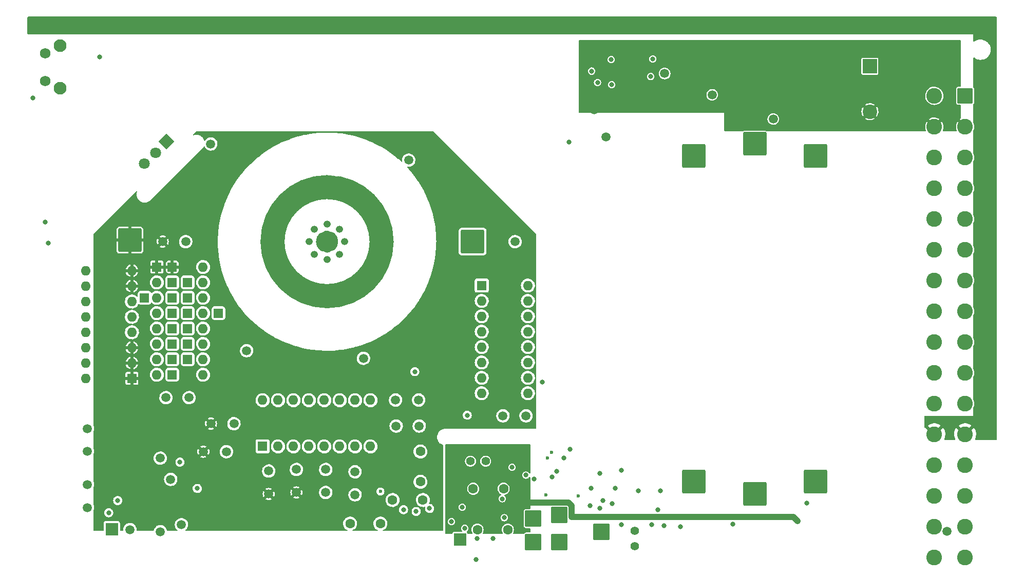
<source format=gbr>
G04 #@! TF.GenerationSoftware,KiCad,Pcbnew,(6.0.5)*
G04 #@! TF.CreationDate,2022-12-27T12:46:55+01:00*
G04 #@! TF.ProjectId,adrmu6layer,6164726d-7536-46c6-9179-65722e6b6963,0.9*
G04 #@! TF.SameCoordinates,Original*
G04 #@! TF.FileFunction,Copper,L3,Inr*
G04 #@! TF.FilePolarity,Positive*
%FSLAX46Y46*%
G04 Gerber Fmt 4.6, Leading zero omitted, Abs format (unit mm)*
G04 Created by KiCad (PCBNEW (6.0.5)) date 2022-12-27 12:46:55*
%MOMM*%
%LPD*%
G01*
G04 APERTURE LIST*
G04 Aperture macros list*
%AMRoundRect*
0 Rectangle with rounded corners*
0 $1 Rounding radius*
0 $2 $3 $4 $5 $6 $7 $8 $9 X,Y pos of 4 corners*
0 Add a 4 corners polygon primitive as box body*
4,1,4,$2,$3,$4,$5,$6,$7,$8,$9,$2,$3,0*
0 Add four circle primitives for the rounded corners*
1,1,$1+$1,$2,$3*
1,1,$1+$1,$4,$5*
1,1,$1+$1,$6,$7*
1,1,$1+$1,$8,$9*
0 Add four rect primitives between the rounded corners*
20,1,$1+$1,$2,$3,$4,$5,0*
20,1,$1+$1,$4,$5,$6,$7,0*
20,1,$1+$1,$6,$7,$8,$9,0*
20,1,$1+$1,$8,$9,$2,$3,0*%
%AMHorizOval*
0 Thick line with rounded ends*
0 $1 width*
0 $2 $3 position (X,Y) of the first rounded end (center of the circle)*
0 $4 $5 position (X,Y) of the second rounded end (center of the circle)*
0 Add line between two ends*
20,1,$1,$2,$3,$4,$5,0*
0 Add two circle primitives to create the rounded ends*
1,1,$1,$2,$3*
1,1,$1,$4,$5*%
%AMRotRect*
0 Rectangle, with rotation*
0 The origin of the aperture is its center*
0 $1 length*
0 $2 width*
0 $3 Rotation angle, in degrees counterclockwise*
0 Add horizontal line*
21,1,$1,$2,0,0,$3*%
G04 Aperture macros list end*
G04 #@! TA.AperFunction,NonConductor*
%ADD10C,1.900000*%
G04 #@! TD*
G04 #@! TA.AperFunction,NonConductor*
%ADD11C,4.000000*%
G04 #@! TD*
G04 #@! TA.AperFunction,ComponentPad*
%ADD12RoundRect,0.250000X-0.550000X-0.550000X0.550000X-0.550000X0.550000X0.550000X-0.550000X0.550000X0*%
G04 #@! TD*
G04 #@! TA.AperFunction,ComponentPad*
%ADD13R,1.600000X1.600000*%
G04 #@! TD*
G04 #@! TA.AperFunction,ComponentPad*
%ADD14O,1.600000X1.600000*%
G04 #@! TD*
G04 #@! TA.AperFunction,ComponentPad*
%ADD15C,1.500000*%
G04 #@! TD*
G04 #@! TA.AperFunction,ComponentPad*
%ADD16C,1.600000*%
G04 #@! TD*
G04 #@! TA.AperFunction,ComponentPad*
%ADD17RoundRect,0.250002X1.699998X1.699998X-1.699998X1.699998X-1.699998X-1.699998X1.699998X-1.699998X0*%
G04 #@! TD*
G04 #@! TA.AperFunction,ComponentPad*
%ADD18RoundRect,0.250002X-1.699998X-1.699998X1.699998X-1.699998X1.699998X1.699998X-1.699998X1.699998X0*%
G04 #@! TD*
G04 #@! TA.AperFunction,ComponentPad*
%ADD19C,1.400000*%
G04 #@! TD*
G04 #@! TA.AperFunction,ComponentPad*
%ADD20RoundRect,0.250000X-1.125000X-1.125000X1.125000X-1.125000X1.125000X1.125000X-1.125000X1.125000X0*%
G04 #@! TD*
G04 #@! TA.AperFunction,ComponentPad*
%ADD21RoundRect,0.250000X-1.050000X1.050000X-1.050000X-1.050000X1.050000X-1.050000X1.050000X1.050000X0*%
G04 #@! TD*
G04 #@! TA.AperFunction,ComponentPad*
%ADD22C,2.600000*%
G04 #@! TD*
G04 #@! TA.AperFunction,ComponentPad*
%ADD23RotRect,1.800000X1.800000X225.000000*%
G04 #@! TD*
G04 #@! TA.AperFunction,ComponentPad*
%ADD24HorizOval,1.800000X0.000000X0.000000X0.000000X0.000000X0*%
G04 #@! TD*
G04 #@! TA.AperFunction,ComponentPad*
%ADD25R,2.400000X2.400000*%
G04 #@! TD*
G04 #@! TA.AperFunction,ComponentPad*
%ADD26C,2.400000*%
G04 #@! TD*
G04 #@! TA.AperFunction,ComponentPad*
%ADD27R,2.000000X2.000000*%
G04 #@! TD*
G04 #@! TA.AperFunction,ComponentPad*
%ADD28O,1.200000X1.200000*%
G04 #@! TD*
G04 #@! TA.AperFunction,ComponentPad*
%ADD29C,2.100000*%
G04 #@! TD*
G04 #@! TA.AperFunction,ComponentPad*
%ADD30C,1.750000*%
G04 #@! TD*
G04 #@! TA.AperFunction,ViaPad*
%ADD31C,1.500000*%
G04 #@! TD*
G04 #@! TA.AperFunction,ViaPad*
%ADD32C,0.800000*%
G04 #@! TD*
G04 #@! TA.AperFunction,ViaPad*
%ADD33C,0.600000*%
G04 #@! TD*
G04 #@! TA.AperFunction,Conductor*
%ADD34C,1.000000*%
G04 #@! TD*
G04 APERTURE END LIST*
D10*
X120399624Y-87249000D02*
G75*
G03*
X120399624Y-87249000I-900000J0D01*
G01*
D11*
X128499624Y-87249000D02*
G75*
G03*
X128499624Y-87249000I-9000000J0D01*
G01*
D12*
G04 #@! TO.N,/Reference Circuit/ADR_Pin6*
G04 #@! TO.C,J217*
X93980000Y-106680000D03*
G04 #@! TD*
D13*
G04 #@! TO.N,/Buffer/RN401_Pin1*
G04 #@! TO.C,RN401*
X145000000Y-94500000D03*
D14*
G04 #@! TO.N,/Buffer/U401_-in*
X145000000Y-97040000D03*
X145000000Y-99580000D03*
X145000000Y-102120000D03*
X145000000Y-104660000D03*
X145000000Y-107200000D03*
X145000000Y-109740000D03*
X145000000Y-112280000D03*
G04 #@! TO.N,/Buffer/RN401_Pin9*
X152620000Y-112280000D03*
G04 #@! TO.N,/Buffer/JP404_pin2*
X152620000Y-109740000D03*
G04 #@! TO.N,/Buffer/ADR_Pin7*
X152620000Y-107200000D03*
G04 #@! TO.N,/Buffer/JP404_pin2*
X152620000Y-104660000D03*
X152620000Y-102120000D03*
G04 #@! TO.N,/Buffer/ADR_Pin7*
X152620000Y-99580000D03*
G04 #@! TO.N,/Buffer/JP404_pin2*
X152620000Y-97040000D03*
X152620000Y-94500000D03*
G04 #@! TD*
D15*
G04 #@! TO.N,/Reference Circuit/ADR_Pin6*
G04 #@! TO.C,R202*
X92950000Y-113000000D03*
G04 #@! TO.N,/Reference Circuit/JP201_Pin1*
X96750000Y-113000000D03*
G04 #@! TD*
D16*
G04 #@! TO.N,/Buffer/ADR_Pin7*
G04 #@! TO.C,C401*
X128300000Y-133800000D03*
G04 #@! TO.N,/Buffer/U401_+in*
X123300000Y-133800000D03*
G04 #@! TD*
D17*
G04 #@! TO.N,/Buffer/GNDf*
G04 #@! TO.C,J305*
X190000000Y-128900000D03*
G04 #@! TD*
D18*
G04 #@! TO.N,/DC-DC converter/U302_cola*
G04 #@! TO.C,J301*
X200000000Y-73100000D03*
G04 #@! TD*
D12*
G04 #@! TO.N,/Reference Circuit/RN201_Pin15*
G04 #@! TO.C,J210*
X96520000Y-93980000D03*
G04 #@! TD*
D19*
G04 #@! TO.N,/Buffer/OutHf*
G04 #@! TO.C,C414*
X170200000Y-137500000D03*
G04 #@! TO.N,/Buffer/GNDf*
X170200000Y-135000000D03*
G04 #@! TD*
D20*
G04 #@! TO.N,/DC-DC converter/+12VinC*
G04 #@! TO.C,J106*
X164700000Y-135200000D03*
G04 #@! TD*
D21*
G04 #@! TO.N,/DC-DC converter/+12VinA*
G04 #@! TO.C,J101*
X224700000Y-63170000D03*
D22*
G04 #@! TO.N,GND*
X224700000Y-68250000D03*
G04 #@! TO.N,unconnected-(J101-Pada6)*
X224700000Y-73330000D03*
G04 #@! TO.N,unconnected-(J101-Pada8)*
X224700000Y-78410000D03*
G04 #@! TO.N,/DC-DC converter/sync*
X224700000Y-83490000D03*
G04 #@! TO.N,GND*
X224700000Y-88570000D03*
G04 #@! TO.N,unconnected-(J101-Pada14)*
X224700000Y-93650000D03*
G04 #@! TO.N,/DC-DC converter/SCL*
X224700000Y-98730000D03*
G04 #@! TO.N,/DC-DC converter/SDA*
X224700000Y-103810000D03*
G04 #@! TO.N,unconnected-(J101-Pada20)*
X224700000Y-108890000D03*
G04 #@! TO.N,unconnected-(J101-Pada22)*
X224700000Y-113970000D03*
G04 #@! TO.N,Earth*
X224700000Y-119050000D03*
G04 #@! TO.N,/Buffer/FF*
X224700000Y-124130000D03*
G04 #@! TO.N,/Buffer/GNDf*
X224700000Y-129210000D03*
G04 #@! TO.N,/Buffer/OutHs*
X224700000Y-134290000D03*
G04 #@! TO.N,/Buffer/OutLs*
X224700000Y-139370000D03*
G04 #@! TO.N,/DC-DC converter/+12VinB*
X219620000Y-63170000D03*
G04 #@! TO.N,GND*
X219620000Y-68250000D03*
G04 #@! TO.N,unconnected-(J101-Padc6)*
X219620000Y-73330000D03*
G04 #@! TO.N,unconnected-(J101-Padc8)*
X219620000Y-78410000D03*
G04 #@! TO.N,/DC-DC converter/sync*
X219620000Y-83490000D03*
G04 #@! TO.N,GND*
X219620000Y-88570000D03*
G04 #@! TO.N,unconnected-(J101-Padc14)*
X219620000Y-93650000D03*
G04 #@! TO.N,/DC-DC converter/SCL*
X219620000Y-98730000D03*
G04 #@! TO.N,/DC-DC converter/SDA*
X219620000Y-103810000D03*
G04 #@! TO.N,unconnected-(J101-Padc20)*
X219620000Y-108890000D03*
G04 #@! TO.N,unconnected-(J101-Padc22)*
X219620000Y-113970000D03*
G04 #@! TO.N,Earth*
X219620000Y-119050000D03*
G04 #@! TO.N,/Buffer/FF*
X219620000Y-124130000D03*
G04 #@! TO.N,/Buffer/GNDf*
X219620000Y-129210000D03*
G04 #@! TO.N,/Buffer/OutHf*
X219620000Y-134290000D03*
G04 #@! TO.N,/Buffer/OutLf*
X219620000Y-139370000D03*
G04 #@! TD*
D15*
G04 #@! TO.N,/Reference Circuit/RN203_Pin3*
G04 #@! TO.C,R213*
X130800000Y-113400000D03*
G04 #@! TO.N,/Buffer/ADR_Pin7*
X134600000Y-113400000D03*
G04 #@! TD*
D12*
G04 #@! TO.N,/Reference Circuit/RN201_Pin11*
G04 #@! TO.C,J208*
X96520000Y-104140000D03*
G04 #@! TD*
D15*
G04 #@! TO.N,/Buffer/RN203_Pin7*
G04 #@! TO.C,R402*
X124114624Y-125240000D03*
G04 #@! TO.N,/Buffer/ADR_Pin7*
X124114624Y-129040000D03*
G04 #@! TD*
G04 #@! TO.N,/Reference Circuit/ADR_Pin5*
G04 #@! TO.C,R217*
X104150000Y-117300000D03*
G04 #@! TO.N,/Reference Circuit/7Vref*
X100350000Y-117300000D03*
G04 #@! TD*
D18*
G04 #@! TO.N,/Buffer/ADR_Pin7*
G04 #@! TO.C,J105*
X143499624Y-87249000D03*
G04 #@! TD*
D12*
G04 #@! TO.N,/Reference Circuit/RN201_Pin6*
G04 #@! TO.C,J212*
X93980000Y-104140000D03*
G04 #@! TD*
G04 #@! TO.N,/Reference Circuit/RN201_Pin12*
G04 #@! TO.C,J207*
X96520000Y-101600000D03*
G04 #@! TD*
D15*
G04 #@! TO.N,/Reference Circuit/RN203_Pin5*
G04 #@! TO.C,R208*
X114462624Y-124859000D03*
G04 #@! TO.N,/Reference Circuit/7Vref*
X114462624Y-128659000D03*
G04 #@! TD*
G04 #@! TO.N,/Reference Circuit/RN203_Pin1*
G04 #@! TO.C,R214*
X109890624Y-125113000D03*
G04 #@! TO.N,/Reference Circuit/7Vref*
X109890624Y-128913000D03*
G04 #@! TD*
D12*
G04 #@! TO.N,/Reference Circuit/RN201_Pin2*
G04 #@! TO.C,J204*
X93980000Y-93980000D03*
G04 #@! TD*
G04 #@! TO.N,/Reference Circuit/RN201_Pin13*
G04 #@! TO.C,J206*
X96520000Y-99060000D03*
G04 #@! TD*
D16*
G04 #@! TO.N,/Buffer/JP404_pin2*
G04 #@! TO.C,C404*
X134900000Y-121900000D03*
G04 #@! TO.N,/Buffer/GNDf*
X134900000Y-126900000D03*
G04 #@! TD*
D23*
G04 #@! TO.N,/Reference Circuit/heater+*
G04 #@! TO.C,Q201*
X93000000Y-70754376D03*
D24*
G04 #@! TO.N,/Buffer/12Vf*
X91203949Y-72550427D03*
G04 #@! TO.N,/Reference Circuit/Q201_base*
X89407898Y-74346478D03*
G04 #@! TD*
D12*
G04 #@! TO.N,/Reference Circuit/RN201_Pin3*
G04 #@! TO.C,J205*
X93980000Y-96520000D03*
G04 #@! TD*
D13*
G04 #@! TO.N,/Reference Circuit/7Vref*
G04 #@! TO.C,RN201*
X91440000Y-91440000D03*
D14*
G04 #@! TO.N,/Reference Circuit/RN201_Pin2*
X91440000Y-93980000D03*
G04 #@! TO.N,/Reference Circuit/RN201_Pin3*
X91440000Y-96520000D03*
G04 #@! TO.N,/Reference Circuit/RN201_Pin4*
X91440000Y-99060000D03*
G04 #@! TO.N,/Reference Circuit/RN201_Pin5*
X91440000Y-101600000D03*
G04 #@! TO.N,/Reference Circuit/RN201_Pin6*
X91440000Y-104140000D03*
G04 #@! TO.N,/Reference Circuit/ADR_Pin6*
X91440000Y-106680000D03*
X91440000Y-109220000D03*
G04 #@! TO.N,/Buffer/ADR_Pin7*
X99060000Y-109220000D03*
G04 #@! TO.N,/Reference Circuit/RN201_Pin10*
X99060000Y-106680000D03*
G04 #@! TO.N,/Reference Circuit/RN201_Pin11*
X99060000Y-104140000D03*
G04 #@! TO.N,/Reference Circuit/RN201_Pin12*
X99060000Y-101600000D03*
G04 #@! TO.N,/Reference Circuit/RN201_Pin13*
X99060000Y-99060000D03*
G04 #@! TO.N,/Reference Circuit/RN201_Pin14*
X99060000Y-96520000D03*
G04 #@! TO.N,/Reference Circuit/RN201_Pin15*
X99060000Y-93980000D03*
X99060000Y-91440000D03*
G04 #@! TD*
D12*
G04 #@! TO.N,/Buffer/ADR_Pin7*
G04 #@! TO.C,J216*
X101600000Y-99060000D03*
G04 #@! TD*
G04 #@! TO.N,/Reference Circuit/7Vref*
G04 #@! TO.C,J214*
X93980000Y-91440000D03*
G04 #@! TD*
D25*
G04 #@! TO.N,+12V*
G04 #@! TO.C,C303*
X209000000Y-58287246D03*
D26*
G04 #@! TO.N,GND*
X209000000Y-65787246D03*
G04 #@! TD*
D15*
G04 #@! TO.N,/Buffer/RN203_Pin6*
G04 #@! TO.C,R405*
X119288624Y-124859000D03*
G04 #@! TO.N,/Buffer/JP404_pin2*
X119288624Y-128659000D03*
G04 #@! TD*
D19*
G04 #@! TO.N,/Buffer/OutLf*
G04 #@! TO.C,C412*
X145650000Y-123500000D03*
G04 #@! TO.N,/Buffer/GNDf*
X143150000Y-123500000D03*
G04 #@! TD*
D12*
G04 #@! TO.N,/Reference Circuit/RN201_Pin4*
G04 #@! TO.C,J202*
X93980000Y-99060000D03*
G04 #@! TD*
D15*
G04 #@! TO.N,/Reference Circuit/U202A_out*
G04 #@! TO.C,R223*
X80000000Y-127350000D03*
G04 #@! TO.N,/Reference Circuit/ADR_Pin5*
X80000000Y-131150000D03*
G04 #@! TD*
D18*
G04 #@! TO.N,/Reference Circuit/7Vref*
G04 #@! TO.C,J104*
X87000000Y-87000000D03*
G04 #@! TD*
D15*
G04 #@! TO.N,/Buffer/JP406_Pin2*
G04 #@! TO.C,R407*
X148500000Y-116000000D03*
G04 #@! TO.N,/Buffer/RN401_Pin9*
X152300000Y-116000000D03*
G04 #@! TD*
D20*
G04 #@! TO.N,/Buffer/OutHf*
G04 #@! TO.C,J102*
X153500000Y-132987500D03*
G04 #@! TD*
D16*
G04 #@! TO.N,/Buffer/U401_out*
G04 #@! TO.C,C408*
X135300000Y-129900000D03*
G04 #@! TO.N,/Buffer/U401_-in*
X130300000Y-129900000D03*
G04 #@! TD*
D12*
G04 #@! TO.N,/Reference Circuit/RN201_Pin5*
G04 #@! TO.C,J211*
X93980000Y-101600000D03*
G04 #@! TD*
G04 #@! TO.N,/Reference Circuit/JP201_Pin1*
G04 #@! TO.C,J203*
X93980000Y-109220000D03*
G04 #@! TD*
G04 #@! TO.N,/Buffer/ADR_Pin7*
G04 #@! TO.C,J215*
X89408000Y-96520000D03*
G04 #@! TD*
D20*
G04 #@! TO.N,/Buffer/OutHs*
G04 #@! TO.C,J103*
X157756000Y-132375500D03*
G04 #@! TD*
D27*
G04 #@! TO.N,/Buffer/JP404_pin2*
G04 #@! TO.C,TP401*
X141400000Y-136400000D03*
G04 #@! TD*
D28*
G04 #@! TO.N,/Reference Circuit/heater+*
G04 #@! TO.C,U201*
X119499624Y-84334000D03*
G04 #@! TO.N,/Reference Circuit/heater-*
X117434872Y-85189248D03*
G04 #@! TO.N,/Reference Circuit/ADR_Pin3*
X116579624Y-87254000D03*
G04 #@! TO.N,/Reference Circuit/ADR_Pin4*
X117434872Y-89318752D03*
G04 #@! TO.N,/Reference Circuit/ADR_Pin5*
X119499624Y-90174000D03*
G04 #@! TO.N,/Reference Circuit/ADR_Pin6*
X121564376Y-89318752D03*
G04 #@! TO.N,/Buffer/ADR_Pin7*
X122419624Y-87254000D03*
G04 #@! TO.N,/Reference Circuit/ADR_Pin8*
X121564376Y-85189248D03*
G04 #@! TD*
D18*
G04 #@! TO.N,+12V*
G04 #@! TO.C,J302*
X190000000Y-71100000D03*
G04 #@! TD*
D27*
G04 #@! TO.N,/Reference Circuit/Q201_base*
G04 #@! TO.C,TP201*
X84000000Y-134750000D03*
G04 #@! TD*
D15*
G04 #@! TO.N,/Reference Circuit/J213_Pin1*
G04 #@! TO.C,R220*
X96200000Y-87249000D03*
G04 #@! TO.N,/Reference Circuit/7Vref*
X92400000Y-87249000D03*
G04 #@! TD*
D13*
G04 #@! TO.N,/Reference Circuit/7Vref*
G04 #@! TO.C,RN204*
X87332263Y-109834376D03*
D14*
X87332263Y-107294376D03*
X87332263Y-104754376D03*
G04 #@! TO.N,/Reference Circuit/ADR_Pin4*
X87332263Y-102214376D03*
G04 #@! TO.N,/Reference Circuit/RN204_Pin5*
X87332263Y-99674376D03*
G04 #@! TO.N,/Reference Circuit/ADR_Pin3*
X87332263Y-97134376D03*
G04 #@! TO.N,/Reference Circuit/7Vref*
X87332263Y-94594376D03*
X87332263Y-92054376D03*
G04 #@! TO.N,/Reference Circuit/ADR_Pin3*
X79712263Y-92054376D03*
X79712263Y-94594376D03*
G04 #@! TO.N,/Reference Circuit/RN204_Pin11*
X79712263Y-97134376D03*
G04 #@! TO.N,/Reference Circuit/ADR_Pin3*
X79712263Y-99674376D03*
G04 #@! TO.N,/Buffer/ADR_Pin7*
X79712263Y-102214376D03*
G04 #@! TO.N,/Reference Circuit/ADR_Pin3*
X79712263Y-104754376D03*
X79712263Y-107294376D03*
G04 #@! TO.N,/Reference Circuit/RN204_Pin16*
X79712263Y-109834376D03*
G04 #@! TD*
D15*
G04 #@! TO.N,/Reference Circuit/U202A_out*
G04 #@! TO.C,R225*
X80000000Y-121900000D03*
G04 #@! TO.N,/Reference Circuit/U202A_-in*
X80000000Y-118100000D03*
G04 #@! TD*
D13*
G04 #@! TO.N,/Reference Circuit/RN203_Pin1*
G04 #@! TO.C,RN203*
X108874624Y-121049000D03*
D14*
G04 #@! TO.N,/Reference Circuit/RN203_Pin2*
X111414624Y-121049000D03*
G04 #@! TO.N,/Reference Circuit/RN203_Pin3*
X113954624Y-121049000D03*
G04 #@! TO.N,/Reference Circuit/RN203_Pin4*
X116494624Y-121049000D03*
G04 #@! TO.N,/Reference Circuit/RN203_Pin5*
X119034624Y-121049000D03*
G04 #@! TO.N,/Buffer/RN203_Pin6*
X121574624Y-121049000D03*
G04 #@! TO.N,/Buffer/RN203_Pin7*
X124114624Y-121049000D03*
G04 #@! TO.N,/Reference Circuit/ADR_Pin3*
X126654624Y-121049000D03*
G04 #@! TO.N,/Reference Circuit/J213_Pin1*
X126654624Y-113429000D03*
G04 #@! TO.N,/Buffer/U401_-in*
X121574624Y-113429000D03*
X124114624Y-113429000D03*
G04 #@! TO.N,/Reference Circuit/ADR_Pin6*
X119034624Y-113429000D03*
X116494624Y-113429000D03*
G04 #@! TO.N,/Reference Circuit/ADR_Pin4*
X113954624Y-113429000D03*
G04 #@! TO.N,/Reference Circuit/ADR_Pin8*
X111414624Y-113429000D03*
G04 #@! TO.N,/Reference Circuit/ADR_Pin5*
X108874624Y-113429000D03*
G04 #@! TD*
D17*
G04 #@! TO.N,/DC-DC converter/xformer_A*
G04 #@! TO.C,J304*
X180000000Y-126900000D03*
G04 #@! TD*
D15*
G04 #@! TO.N,/Reference Circuit/RN203_Pin2*
G04 #@! TO.C,R211*
X102900000Y-121918000D03*
G04 #@! TO.N,/Reference Circuit/7Vref*
X99100000Y-121918000D03*
G04 #@! TD*
D12*
G04 #@! TO.N,/Reference Circuit/RN201_Pin14*
G04 #@! TO.C,J201*
X96520000Y-96520000D03*
G04 #@! TD*
D15*
G04 #@! TO.N,/Reference Circuit/RN203_Pin4*
G04 #@! TO.C,R207*
X130900000Y-117700000D03*
G04 #@! TO.N,/Buffer/ADR_Pin7*
X134700000Y-117700000D03*
G04 #@! TD*
D20*
G04 #@! TO.N,/Buffer/OutLs*
G04 #@! TO.C,J107*
X153500000Y-136820500D03*
G04 #@! TD*
D17*
G04 #@! TO.N,/DC-DC converter/xformer_B*
G04 #@! TO.C,J308*
X200000000Y-126900000D03*
G04 #@! TD*
D16*
G04 #@! TO.N,/Buffer/U404_out*
G04 #@! TO.C,C413*
X144300000Y-134800000D03*
G04 #@! TO.N,/Buffer/U404_-in*
X149300000Y-134800000D03*
G04 #@! TD*
D29*
G04 #@! TO.N,*
G04 #@! TO.C,SW301*
X75512500Y-61945000D03*
X75512500Y-54935000D03*
D30*
G04 #@! TO.N,/DC-DC converter/SW301*
X73022500Y-60695000D03*
G04 #@! TO.N,+12V*
X73022500Y-56195000D03*
G04 #@! TD*
D16*
G04 #@! TO.N,/Buffer/U403_out*
G04 #@! TO.C,C409*
X148600000Y-128050000D03*
G04 #@! TO.N,/Buffer/U403_-in*
X143600000Y-128050000D03*
G04 #@! TD*
D20*
G04 #@! TO.N,/Buffer/OutLf*
G04 #@! TO.C,J108*
X157756000Y-136820500D03*
G04 #@! TD*
D18*
G04 #@! TO.N,/DC-DC converter/U302_colb*
G04 #@! TO.C,J303*
X180000000Y-73100000D03*
G04 #@! TD*
D12*
G04 #@! TO.N,/Reference Circuit/RN201_Pin10*
G04 #@! TO.C,J209*
X96520000Y-106680000D03*
G04 #@! TD*
D31*
G04 #@! TO.N,+12V*
X193054000Y-67000000D03*
X183000000Y-63000000D03*
G04 #@! TO.N,GND*
X163500000Y-65500000D03*
X198000000Y-64000000D03*
D32*
X159399020Y-70795492D03*
D31*
X190100000Y-58000000D03*
X165500000Y-70000000D03*
D32*
X171474200Y-59835200D03*
X169493000Y-56885100D03*
D31*
X179000000Y-64000000D03*
X178000000Y-54850500D03*
X186958000Y-67000000D03*
D32*
X71000000Y-63500000D03*
G04 #@! TO.N,+3V3*
X164095965Y-60995401D03*
X163137704Y-59096575D03*
D31*
X175163700Y-59500000D03*
D32*
X172864700Y-60000000D03*
X166442563Y-61352349D03*
D31*
G04 #@! TO.N,/Reference Circuit/heater+*
X92000000Y-135128000D03*
G04 #@! TO.N,/Reference Circuit/ADR_Pin8*
X125500000Y-106500000D03*
X132948624Y-73805000D03*
D32*
G04 #@! TO.N,/Reference Circuit/7Vref*
X82200000Y-115150000D03*
D33*
X119950000Y-133712500D03*
D32*
X85979000Y-115150000D03*
G04 #@! TO.N,/DC-DC converter/SDA*
X173201400Y-57092000D03*
G04 #@! TO.N,/DC-DC converter/SCL*
X166343400Y-57193600D03*
G04 #@! TO.N,/Reference Circuit/ADR_Pin6*
X98100000Y-128000000D03*
G04 #@! TO.N,Earth*
X168250000Y-51750000D03*
X189750000Y-51750000D03*
X179000000Y-51750000D03*
X136000000Y-51750000D03*
X82250000Y-51750000D03*
X222000000Y-51750000D03*
X157500000Y-51750000D03*
X93000000Y-51750000D03*
X146750000Y-51750000D03*
X103750000Y-51750000D03*
X114500000Y-51750000D03*
X71500000Y-51750000D03*
X211250000Y-51750000D03*
X200500000Y-51750000D03*
X125250000Y-51750000D03*
D31*
G04 #@! TO.N,/Reference Circuit/ADR_Pin4*
X106250000Y-105250000D03*
D32*
G04 #@! TO.N,/Buffer/ADR_Pin7*
X83500000Y-132000000D03*
D33*
X160900000Y-129200000D03*
D32*
X133959600Y-108712000D03*
X142600000Y-115899500D03*
X141800000Y-131100000D03*
D31*
X95504000Y-133985000D03*
G04 #@! TO.N,/Reference Circuit/Q201_base*
X86995000Y-134800011D03*
D32*
G04 #@! TO.N,/DC-DC converter/D306_A*
X73500000Y-87500000D03*
X155000000Y-110400000D03*
G04 #@! TO.N,/Buffer/OutHf*
X156608000Y-126116020D03*
G04 #@! TO.N,/Buffer/OutHs*
X157400000Y-125200000D03*
G04 #@! TO.N,/Buffer/FF*
X159589170Y-121489170D03*
X158576273Y-122923727D03*
G04 #@! TO.N,/Buffer/OutLf*
X150000000Y-124500000D03*
G04 #@! TO.N,/Buffer/12Vf*
X134200000Y-131800000D03*
X164500000Y-131300000D03*
D31*
X93726000Y-126492000D03*
D32*
X95250000Y-123650000D03*
X162900000Y-130800000D03*
X166500000Y-130500000D03*
X144050000Y-139750000D03*
D33*
X155850500Y-123000000D03*
D32*
X174000000Y-131500000D03*
X163000000Y-128000000D03*
X148400000Y-129700000D03*
G04 #@! TO.N,/Buffer/GNDf*
X167000000Y-128000000D03*
D33*
X156500000Y-122000000D03*
D32*
X198600000Y-130400000D03*
X177749200Y-134315200D03*
X175058100Y-134112000D03*
X168000000Y-125000000D03*
X142200000Y-134600000D03*
D31*
X150500000Y-87254000D03*
D32*
X174500000Y-128400000D03*
D33*
X128300000Y-128500000D03*
D32*
X148700000Y-132825000D03*
X186385200Y-133908800D03*
X146900000Y-136300000D03*
X73000000Y-84000000D03*
X85000000Y-130000000D03*
X168000000Y-134000000D03*
X144200000Y-136300000D03*
D31*
X221737481Y-135049299D03*
D32*
X136400000Y-131300000D03*
X173000000Y-134000000D03*
D31*
X91995937Y-122995609D03*
D32*
X170800000Y-128400000D03*
D33*
X155600000Y-129100000D03*
D31*
X100330000Y-71120000D03*
D32*
X164500000Y-125500000D03*
X165000000Y-130000000D03*
X132100000Y-131500000D03*
G04 #@! TO.N,/Buffer/OutLs*
X140027454Y-133472526D03*
D33*
G04 #@! TO.N,/Buffer/-5Vf*
X152503949Y-123644229D03*
D32*
X145500000Y-129500000D03*
X145500000Y-133000000D03*
X197100000Y-133400000D03*
G04 #@! TO.N,/DC-DC converter/SW301*
X81981651Y-56729500D03*
G04 #@! TO.N,/Buffer/U402_DFB*
X152300000Y-125800000D03*
G04 #@! TO.N,/Buffer/U402_D*
X153608000Y-126416020D03*
G04 #@! TD*
D34*
G04 #@! TO.N,/Buffer/-5Vf*
X196429480Y-132729480D02*
X159830520Y-132729480D01*
X197100000Y-133400000D02*
X196429480Y-132729480D01*
X159274304Y-130300980D02*
X152300980Y-130300980D01*
X159830520Y-132729480D02*
X159830520Y-130857196D01*
X159830520Y-130857196D02*
X159274304Y-130300980D01*
G04 #@! TD*
G04 #@! TA.AperFunction,Conductor*
G04 #@! TO.N,GND*
G36*
X223942121Y-54020002D02*
G01*
X223988614Y-54073658D01*
X224000000Y-54126000D01*
X224000000Y-61543500D01*
X223979998Y-61611621D01*
X223926342Y-61658114D01*
X223874000Y-61669500D01*
X223596166Y-61669500D01*
X223578248Y-61671194D01*
X223572278Y-61671758D01*
X223572277Y-61671758D01*
X223564631Y-61672481D01*
X223436816Y-61717366D01*
X223429246Y-61722958D01*
X223429243Y-61722959D01*
X223349305Y-61782003D01*
X223327850Y-61797850D01*
X223322258Y-61805421D01*
X223252959Y-61899243D01*
X223252958Y-61899246D01*
X223247366Y-61906816D01*
X223202481Y-62034631D01*
X223201758Y-62042277D01*
X223201758Y-62042278D01*
X223201508Y-62044924D01*
X223199500Y-62066166D01*
X223199500Y-64273834D01*
X223202481Y-64305369D01*
X223247366Y-64433184D01*
X223252958Y-64440754D01*
X223252959Y-64440757D01*
X223289779Y-64490606D01*
X223327850Y-64542150D01*
X223335421Y-64547742D01*
X223429243Y-64617041D01*
X223429246Y-64617042D01*
X223436816Y-64622634D01*
X223564631Y-64667519D01*
X223572277Y-64668242D01*
X223572278Y-64668242D01*
X223578248Y-64668806D01*
X223596166Y-64670500D01*
X223874000Y-64670500D01*
X223942121Y-64690502D01*
X223988614Y-64744158D01*
X224000000Y-64796500D01*
X224000000Y-66846776D01*
X223979998Y-66914897D01*
X223932180Y-66958539D01*
X223902535Y-66973971D01*
X223893810Y-66979465D01*
X223848249Y-67013674D01*
X223839796Y-67024999D01*
X223846541Y-67037330D01*
X224000000Y-67190789D01*
X224000000Y-67909211D01*
X223487658Y-67396869D01*
X223476122Y-67390570D01*
X223463838Y-67400194D01*
X223394205Y-67502272D01*
X223389112Y-67511236D01*
X223289611Y-67725593D01*
X223286054Y-67735261D01*
X223222901Y-67962982D01*
X223220970Y-67973102D01*
X223195857Y-68208093D01*
X223195605Y-68218382D01*
X223209209Y-68454306D01*
X223210645Y-68464527D01*
X223262598Y-68695057D01*
X223265677Y-68704885D01*
X223315099Y-68826596D01*
X223322195Y-68897237D01*
X223289973Y-68960500D01*
X223228663Y-68996301D01*
X223198356Y-69000000D01*
X221125436Y-69000000D01*
X221057315Y-68979998D01*
X221010822Y-68926342D01*
X221000718Y-68856068D01*
X221012480Y-68818171D01*
X221017151Y-68808719D01*
X221020950Y-68799125D01*
X221089645Y-68573026D01*
X221091824Y-68562945D01*
X221122907Y-68326848D01*
X221123426Y-68320174D01*
X221125059Y-68253365D01*
X221124865Y-68246647D01*
X221105354Y-68009322D01*
X221103671Y-67999160D01*
X221046100Y-67769956D01*
X221042782Y-67760209D01*
X220948547Y-67543483D01*
X220943677Y-67534401D01*
X220855761Y-67398503D01*
X220845074Y-67389299D01*
X220835509Y-67393702D01*
X219709095Y-68520115D01*
X219646783Y-68554141D01*
X219575967Y-68549076D01*
X219530905Y-68520115D01*
X218407658Y-67396869D01*
X218396122Y-67390570D01*
X218383838Y-67400194D01*
X218314205Y-67502272D01*
X218309112Y-67511236D01*
X218209611Y-67725593D01*
X218206054Y-67735261D01*
X218142901Y-67962982D01*
X218140970Y-67973102D01*
X218115857Y-68208093D01*
X218115605Y-68218382D01*
X218129209Y-68454306D01*
X218130645Y-68464527D01*
X218182598Y-68695057D01*
X218185677Y-68704885D01*
X218235099Y-68826596D01*
X218242195Y-68897237D01*
X218209973Y-68960500D01*
X218148663Y-68996301D01*
X218118356Y-69000000D01*
X191942165Y-69000000D01*
X191900417Y-68992883D01*
X191792614Y-68955026D01*
X191792615Y-68955026D01*
X191785367Y-68952481D01*
X191777721Y-68951758D01*
X191777720Y-68951758D01*
X191771750Y-68951194D01*
X191753832Y-68949500D01*
X188246168Y-68949500D01*
X188228250Y-68951194D01*
X188222280Y-68951758D01*
X188222279Y-68951758D01*
X188214633Y-68952481D01*
X188207385Y-68955026D01*
X188207386Y-68955026D01*
X188099583Y-68992883D01*
X188057835Y-69000000D01*
X185126000Y-69000000D01*
X185057879Y-68979998D01*
X185011386Y-68926342D01*
X185000000Y-68874000D01*
X185000000Y-66986665D01*
X192098994Y-66986665D01*
X192099510Y-66992809D01*
X192111402Y-67134420D01*
X192114592Y-67172414D01*
X192165971Y-67351595D01*
X192251176Y-67517385D01*
X192366959Y-67663468D01*
X192508912Y-67784279D01*
X192671627Y-67875217D01*
X192848907Y-67932819D01*
X193033998Y-67954890D01*
X193040133Y-67954418D01*
X193040135Y-67954418D01*
X193213710Y-67941062D01*
X193213715Y-67941061D01*
X193219851Y-67940589D01*
X193225781Y-67938933D01*
X193225783Y-67938933D01*
X193393459Y-67892117D01*
X193393458Y-67892117D01*
X193399387Y-67890462D01*
X193565768Y-67806417D01*
X193590255Y-67787286D01*
X193707794Y-67695454D01*
X193707795Y-67695453D01*
X193712655Y-67691656D01*
X193834454Y-67550550D01*
X193856788Y-67511236D01*
X193919868Y-67400194D01*
X193926526Y-67388474D01*
X193985364Y-67211601D01*
X193994751Y-67137296D01*
X194008285Y-67030170D01*
X194008286Y-67030163D01*
X194008727Y-67026668D01*
X194009099Y-67000000D01*
X194003491Y-66942804D01*
X208209272Y-66942804D01*
X208214553Y-66949858D01*
X208388549Y-67051534D01*
X208397832Y-67055981D01*
X208603243Y-67134420D01*
X208613141Y-67137296D01*
X208828605Y-67181132D01*
X208838833Y-67182351D01*
X209058562Y-67190409D01*
X209068848Y-67189942D01*
X209286946Y-67162003D01*
X209297024Y-67159861D01*
X209507625Y-67096677D01*
X209517223Y-67092916D01*
X209655858Y-67024999D01*
X218759796Y-67024999D01*
X218766540Y-67037329D01*
X219607189Y-67877979D01*
X219621132Y-67885592D01*
X219622966Y-67885461D01*
X219629580Y-67881210D01*
X220474498Y-67036291D01*
X220481515Y-67023440D01*
X220473741Y-67012770D01*
X220456987Y-66999538D01*
X220448409Y-66993839D01*
X220241518Y-66879630D01*
X220232119Y-66875405D01*
X220009357Y-66796520D01*
X219999386Y-66793886D01*
X219766736Y-66752446D01*
X219756482Y-66751476D01*
X219520177Y-66748588D01*
X219509893Y-66749308D01*
X219276300Y-66785053D01*
X219266272Y-66787442D01*
X219041652Y-66860859D01*
X219032143Y-66864856D01*
X218822535Y-66973971D01*
X218813810Y-66979465D01*
X218768249Y-67013674D01*
X218759796Y-67024999D01*
X209655858Y-67024999D01*
X209714679Y-66996183D01*
X209723524Y-66990910D01*
X209779360Y-66951082D01*
X209787760Y-66940383D01*
X209780773Y-66927229D01*
X209012812Y-66159268D01*
X208998868Y-66151654D01*
X208997035Y-66151785D01*
X208990420Y-66156036D01*
X208216032Y-66930424D01*
X208209272Y-66942804D01*
X194003491Y-66942804D01*
X193990909Y-66814487D01*
X193989128Y-66808588D01*
X193989127Y-66808583D01*
X193938814Y-66641939D01*
X193937033Y-66636040D01*
X193849522Y-66471456D01*
X193845632Y-66466686D01*
X193845629Y-66466682D01*
X193735605Y-66331780D01*
X193735602Y-66331777D01*
X193731710Y-66327005D01*
X193726056Y-66322327D01*
X193592834Y-66212116D01*
X193588085Y-66208187D01*
X193424116Y-66119529D01*
X193335083Y-66091969D01*
X193251936Y-66066231D01*
X193251933Y-66066230D01*
X193246049Y-66064409D01*
X193239924Y-66063765D01*
X193239923Y-66063765D01*
X193066796Y-66045568D01*
X193066795Y-66045568D01*
X193060668Y-66044924D01*
X192982549Y-66052033D01*
X192881171Y-66061259D01*
X192881168Y-66061260D01*
X192875032Y-66061818D01*
X192869122Y-66063557D01*
X192869119Y-66063558D01*
X192702129Y-66112707D01*
X192696214Y-66114448D01*
X192531023Y-66200807D01*
X192526223Y-66204667D01*
X192526222Y-66204667D01*
X192490817Y-66233134D01*
X192385752Y-66317608D01*
X192265935Y-66460401D01*
X192262971Y-66465793D01*
X192262968Y-66465797D01*
X192204096Y-66572886D01*
X192176135Y-66623746D01*
X192174274Y-66629613D01*
X192174273Y-66629615D01*
X192135309Y-66752446D01*
X192119772Y-66801424D01*
X192098994Y-66986665D01*
X185000000Y-66986665D01*
X185000000Y-66000000D01*
X161126000Y-66000000D01*
X161057879Y-65979998D01*
X161011386Y-65926342D01*
X161000000Y-65874000D01*
X161000000Y-65758080D01*
X207595918Y-65758080D01*
X207608575Y-65977587D01*
X207610011Y-65987808D01*
X207658349Y-66202296D01*
X207661428Y-66212124D01*
X207744153Y-66415851D01*
X207748796Y-66425042D01*
X207835916Y-66567210D01*
X207846372Y-66576670D01*
X207855150Y-66572886D01*
X208627978Y-65800058D01*
X208634356Y-65788378D01*
X209364408Y-65788378D01*
X209364539Y-65790211D01*
X209368790Y-65796826D01*
X210140570Y-66568606D01*
X210152580Y-66575164D01*
X210164321Y-66566194D01*
X210201128Y-66514972D01*
X210206439Y-66506132D01*
X210303854Y-66309028D01*
X210307653Y-66299433D01*
X210371568Y-66089067D01*
X210373747Y-66078986D01*
X210402684Y-65859191D01*
X210403203Y-65852518D01*
X210404716Y-65790611D01*
X210404522Y-65783892D01*
X210386359Y-65562967D01*
X210384674Y-65552787D01*
X210331111Y-65339546D01*
X210327786Y-65329780D01*
X210240118Y-65128157D01*
X210235240Y-65119060D01*
X210163438Y-65008070D01*
X210152752Y-64998867D01*
X210143185Y-65003271D01*
X209372022Y-65774434D01*
X209364408Y-65788378D01*
X208634356Y-65788378D01*
X208635592Y-65786114D01*
X208635461Y-65784281D01*
X208631210Y-65777666D01*
X207859624Y-65006080D01*
X207848088Y-64999780D01*
X207835805Y-65009403D01*
X207781447Y-65089088D01*
X207776359Y-65098044D01*
X207683786Y-65297477D01*
X207680223Y-65307164D01*
X207621467Y-65519029D01*
X207619536Y-65529150D01*
X207596169Y-65747792D01*
X207595918Y-65758080D01*
X161000000Y-65758080D01*
X161000000Y-64633673D01*
X208211223Y-64633673D01*
X208217969Y-64646005D01*
X208987188Y-65415224D01*
X209001132Y-65422838D01*
X209002965Y-65422707D01*
X209009580Y-65418456D01*
X209783294Y-64644742D01*
X209790314Y-64631886D01*
X209782540Y-64621217D01*
X209781459Y-64620363D01*
X209772876Y-64614661D01*
X209580393Y-64508404D01*
X209570981Y-64504174D01*
X209363725Y-64430780D01*
X209353755Y-64428146D01*
X209137293Y-64389590D01*
X209127039Y-64388620D01*
X208907176Y-64385933D01*
X208896891Y-64386653D01*
X208679553Y-64419910D01*
X208669526Y-64422299D01*
X208460538Y-64490606D01*
X208451029Y-64494603D01*
X208256006Y-64596126D01*
X208247276Y-64601625D01*
X208219677Y-64622347D01*
X208211223Y-64633673D01*
X161000000Y-64633673D01*
X161000000Y-62986665D01*
X182044994Y-62986665D01*
X182060592Y-63172414D01*
X182111971Y-63351595D01*
X182114790Y-63357080D01*
X182184712Y-63493132D01*
X182197176Y-63517385D01*
X182312959Y-63663468D01*
X182454912Y-63784279D01*
X182617627Y-63875217D01*
X182794907Y-63932819D01*
X182979998Y-63954890D01*
X182986133Y-63954418D01*
X182986135Y-63954418D01*
X183159710Y-63941062D01*
X183159715Y-63941061D01*
X183165851Y-63940589D01*
X183171781Y-63938933D01*
X183171783Y-63938933D01*
X183339459Y-63892117D01*
X183339458Y-63892117D01*
X183345387Y-63890462D01*
X183511768Y-63806417D01*
X183536255Y-63787286D01*
X183653794Y-63695454D01*
X183653795Y-63695453D01*
X183658655Y-63691656D01*
X183780454Y-63550550D01*
X183872526Y-63388474D01*
X183931364Y-63211601D01*
X183938106Y-63158231D01*
X183941267Y-63133214D01*
X218114806Y-63133214D01*
X218129010Y-63379545D01*
X218130147Y-63384591D01*
X218130148Y-63384597D01*
X218152336Y-63483051D01*
X218183255Y-63620249D01*
X218276084Y-63848861D01*
X218278789Y-63853276D01*
X218278790Y-63853277D01*
X218325289Y-63929155D01*
X218405006Y-64059241D01*
X218566557Y-64245741D01*
X218756399Y-64403351D01*
X218969433Y-64527838D01*
X218974253Y-64529678D01*
X218974258Y-64529681D01*
X219088547Y-64573323D01*
X219199939Y-64615859D01*
X219205007Y-64616890D01*
X219205010Y-64616891D01*
X219287496Y-64633673D01*
X219441726Y-64665052D01*
X219446899Y-64665242D01*
X219446902Y-64665242D01*
X219683136Y-64673904D01*
X219683140Y-64673904D01*
X219688300Y-64674093D01*
X219693420Y-64673437D01*
X219693422Y-64673437D01*
X219769703Y-64663665D01*
X219933041Y-64642741D01*
X219937990Y-64641256D01*
X219937996Y-64641255D01*
X220164424Y-64573323D01*
X220164423Y-64573323D01*
X220169374Y-64571838D01*
X220298859Y-64508404D01*
X220386303Y-64465566D01*
X220386308Y-64465563D01*
X220390954Y-64463287D01*
X220395164Y-64460284D01*
X220395169Y-64460281D01*
X220587617Y-64323009D01*
X220587622Y-64323005D01*
X220591829Y-64320004D01*
X220766605Y-64145837D01*
X220910588Y-63945463D01*
X220913816Y-63938933D01*
X221017617Y-63728905D01*
X221019911Y-63724264D01*
X221071273Y-63555212D01*
X221090135Y-63493132D01*
X221090136Y-63493126D01*
X221091639Y-63488180D01*
X221123845Y-63243550D01*
X221125643Y-63170000D01*
X221113569Y-63023145D01*
X221105849Y-62929240D01*
X221105848Y-62929234D01*
X221105425Y-62924089D01*
X221045316Y-62684783D01*
X220946928Y-62458507D01*
X220812905Y-62251339D01*
X220786635Y-62222468D01*
X220760243Y-62193464D01*
X220646846Y-62068842D01*
X220642795Y-62065643D01*
X220642791Y-62065639D01*
X220457264Y-61919119D01*
X220457259Y-61919116D01*
X220453210Y-61915918D01*
X220448694Y-61913425D01*
X220448691Y-61913423D01*
X220241722Y-61799170D01*
X220241718Y-61799168D01*
X220237198Y-61796673D01*
X220232329Y-61794949D01*
X220232325Y-61794947D01*
X220009485Y-61716035D01*
X220009481Y-61716034D01*
X220004610Y-61714309D01*
X219999517Y-61713402D01*
X219999514Y-61713401D01*
X219766783Y-61671945D01*
X219766777Y-61671944D01*
X219761694Y-61671039D01*
X219682324Y-61670069D01*
X219520142Y-61668088D01*
X219520140Y-61668088D01*
X219514972Y-61668025D01*
X219271070Y-61705347D01*
X219036540Y-61782003D01*
X219031948Y-61784393D01*
X219031949Y-61784393D01*
X218854274Y-61876885D01*
X218817679Y-61895935D01*
X218813546Y-61899038D01*
X218813543Y-61899040D01*
X218624499Y-62040978D01*
X218620364Y-62044083D01*
X218616792Y-62047821D01*
X218459789Y-62212116D01*
X218449896Y-62222468D01*
X218446982Y-62226740D01*
X218446981Y-62226741D01*
X218427238Y-62255683D01*
X218310851Y-62426300D01*
X218287364Y-62476898D01*
X218216476Y-62629615D01*
X218206965Y-62650104D01*
X218141026Y-62887871D01*
X218114806Y-63133214D01*
X183941267Y-63133214D01*
X183954285Y-63030170D01*
X183954286Y-63030163D01*
X183954727Y-63026668D01*
X183955099Y-63000000D01*
X183936909Y-62814487D01*
X183935128Y-62808588D01*
X183935127Y-62808583D01*
X183884814Y-62641939D01*
X183883033Y-62636040D01*
X183795522Y-62471456D01*
X183791632Y-62466686D01*
X183791629Y-62466682D01*
X183681605Y-62331780D01*
X183681602Y-62331777D01*
X183677710Y-62327005D01*
X183672056Y-62322327D01*
X183556513Y-62226741D01*
X183534085Y-62208187D01*
X183370116Y-62119529D01*
X183281083Y-62091969D01*
X183197936Y-62066231D01*
X183197933Y-62066230D01*
X183192049Y-62064409D01*
X183185924Y-62063765D01*
X183185923Y-62063765D01*
X183012796Y-62045568D01*
X183012795Y-62045568D01*
X183006668Y-62044924D01*
X182928549Y-62052033D01*
X182827171Y-62061259D01*
X182827168Y-62061260D01*
X182821032Y-62061818D01*
X182815122Y-62063557D01*
X182815119Y-62063558D01*
X182648129Y-62112707D01*
X182642214Y-62114448D01*
X182477023Y-62200807D01*
X182331752Y-62317608D01*
X182211935Y-62460401D01*
X182208971Y-62465793D01*
X182208968Y-62465797D01*
X182134256Y-62601699D01*
X182122135Y-62623746D01*
X182120274Y-62629613D01*
X182120273Y-62629615D01*
X182067634Y-62795554D01*
X182065772Y-62801424D01*
X182044994Y-62986665D01*
X161000000Y-62986665D01*
X161000000Y-60995401D01*
X163490283Y-60995401D01*
X163510921Y-61152163D01*
X163571429Y-61298242D01*
X163667683Y-61423683D01*
X163793124Y-61519937D01*
X163939203Y-61580445D01*
X164095965Y-61601083D01*
X164104153Y-61600005D01*
X164244539Y-61581523D01*
X164252727Y-61580445D01*
X164398806Y-61519937D01*
X164524247Y-61423683D01*
X164578983Y-61352349D01*
X165836881Y-61352349D01*
X165857519Y-61509111D01*
X165918027Y-61655190D01*
X166014281Y-61780631D01*
X166139722Y-61876885D01*
X166285801Y-61937393D01*
X166442563Y-61958031D01*
X166450751Y-61956953D01*
X166591137Y-61938471D01*
X166599325Y-61937393D01*
X166745404Y-61876885D01*
X166870845Y-61780631D01*
X166967099Y-61655190D01*
X167027607Y-61509111D01*
X167048245Y-61352349D01*
X167027607Y-61195587D01*
X166967099Y-61049508D01*
X166870845Y-60924067D01*
X166745404Y-60827813D01*
X166599325Y-60767305D01*
X166442563Y-60746667D01*
X166285801Y-60767305D01*
X166139722Y-60827813D01*
X166014281Y-60924067D01*
X165918027Y-61049508D01*
X165857519Y-61195587D01*
X165836881Y-61352349D01*
X164578983Y-61352349D01*
X164620501Y-61298242D01*
X164681009Y-61152163D01*
X164701647Y-60995401D01*
X164681009Y-60838639D01*
X164620501Y-60692560D01*
X164552024Y-60603319D01*
X164529270Y-60573665D01*
X164524247Y-60567119D01*
X164398806Y-60470865D01*
X164252727Y-60410357D01*
X164095965Y-60389719D01*
X163939203Y-60410357D01*
X163793124Y-60470865D01*
X163667683Y-60567119D01*
X163662660Y-60573665D01*
X163639906Y-60603319D01*
X163571429Y-60692560D01*
X163510921Y-60838639D01*
X163490283Y-60995401D01*
X161000000Y-60995401D01*
X161000000Y-60000000D01*
X172259018Y-60000000D01*
X172279656Y-60156762D01*
X172282816Y-60164391D01*
X172287232Y-60175053D01*
X172340164Y-60302841D01*
X172345191Y-60309392D01*
X172421837Y-60409279D01*
X172436418Y-60428282D01*
X172561859Y-60524536D01*
X172707938Y-60585044D01*
X172864700Y-60605682D01*
X172872888Y-60604604D01*
X173013274Y-60586122D01*
X173021462Y-60585044D01*
X173167541Y-60524536D01*
X173292982Y-60428282D01*
X173307564Y-60409279D01*
X173384209Y-60309392D01*
X173389236Y-60302841D01*
X173442168Y-60175053D01*
X173446584Y-60164391D01*
X173449744Y-60156762D01*
X173470382Y-60000000D01*
X173449744Y-59843238D01*
X173389236Y-59697159D01*
X173292982Y-59571718D01*
X173182138Y-59486665D01*
X174208694Y-59486665D01*
X174224292Y-59672414D01*
X174227241Y-59682697D01*
X174273275Y-59843238D01*
X174275671Y-59851595D01*
X174360876Y-60017385D01*
X174476659Y-60163468D01*
X174618612Y-60284279D01*
X174623990Y-60287285D01*
X174623992Y-60287286D01*
X174699969Y-60329748D01*
X174781327Y-60375217D01*
X174958607Y-60432819D01*
X175143698Y-60454890D01*
X175149833Y-60454418D01*
X175149835Y-60454418D01*
X175323410Y-60441062D01*
X175323415Y-60441061D01*
X175329551Y-60440589D01*
X175335481Y-60438933D01*
X175335483Y-60438933D01*
X175503159Y-60392117D01*
X175503158Y-60392117D01*
X175509087Y-60390462D01*
X175675468Y-60306417D01*
X175699955Y-60287286D01*
X175817494Y-60195454D01*
X175817495Y-60195453D01*
X175822355Y-60191656D01*
X175944154Y-60050550D01*
X176036226Y-59888474D01*
X176095064Y-59711601D01*
X176112736Y-59571718D01*
X176117985Y-59530170D01*
X176117986Y-59530163D01*
X176118427Y-59526668D01*
X176118701Y-59506994D01*
X207599500Y-59506994D01*
X207611133Y-59565477D01*
X207655448Y-59631798D01*
X207721769Y-59676113D01*
X207733938Y-59678534D01*
X207733939Y-59678534D01*
X207774184Y-59686539D01*
X207780252Y-59687746D01*
X210219748Y-59687746D01*
X210225816Y-59686539D01*
X210266061Y-59678534D01*
X210266062Y-59678534D01*
X210278231Y-59676113D01*
X210344552Y-59631798D01*
X210388867Y-59565477D01*
X210400500Y-59506994D01*
X210400500Y-57067498D01*
X210388867Y-57009015D01*
X210344552Y-56942694D01*
X210278231Y-56898379D01*
X210266062Y-56895958D01*
X210266061Y-56895958D01*
X210225816Y-56887953D01*
X210219748Y-56886746D01*
X207780252Y-56886746D01*
X207774184Y-56887953D01*
X207733939Y-56895958D01*
X207733938Y-56895958D01*
X207721769Y-56898379D01*
X207655448Y-56942694D01*
X207611133Y-57009015D01*
X207599500Y-57067498D01*
X207599500Y-59506994D01*
X176118701Y-59506994D01*
X176118799Y-59500000D01*
X176100609Y-59314487D01*
X176098828Y-59308588D01*
X176098827Y-59308583D01*
X176048514Y-59141939D01*
X176046733Y-59136040D01*
X175959222Y-58971456D01*
X175955332Y-58966686D01*
X175955329Y-58966682D01*
X175845305Y-58831780D01*
X175845302Y-58831777D01*
X175841410Y-58827005D01*
X175835756Y-58822327D01*
X175702534Y-58712116D01*
X175697785Y-58708187D01*
X175533816Y-58619529D01*
X175396638Y-58577066D01*
X175361636Y-58566231D01*
X175361633Y-58566230D01*
X175355749Y-58564409D01*
X175349624Y-58563765D01*
X175349623Y-58563765D01*
X175176496Y-58545568D01*
X175176495Y-58545568D01*
X175170368Y-58544924D01*
X175092249Y-58552033D01*
X174990871Y-58561259D01*
X174990868Y-58561260D01*
X174984732Y-58561818D01*
X174978822Y-58563557D01*
X174978819Y-58563558D01*
X174811829Y-58612707D01*
X174805914Y-58614448D01*
X174640723Y-58700807D01*
X174495452Y-58817608D01*
X174375635Y-58960401D01*
X174372671Y-58965793D01*
X174372668Y-58965797D01*
X174305274Y-59088387D01*
X174285835Y-59123746D01*
X174283974Y-59129613D01*
X174283973Y-59129615D01*
X174244726Y-59253337D01*
X174229472Y-59301424D01*
X174216383Y-59418116D01*
X174209387Y-59480491D01*
X174208694Y-59486665D01*
X173182138Y-59486665D01*
X173167541Y-59475464D01*
X173021462Y-59414956D01*
X172864700Y-59394318D01*
X172707938Y-59414956D01*
X172561859Y-59475464D01*
X172436418Y-59571718D01*
X172340164Y-59697159D01*
X172279656Y-59843238D01*
X172259018Y-60000000D01*
X161000000Y-60000000D01*
X161000000Y-59096575D01*
X162532022Y-59096575D01*
X162552660Y-59253337D01*
X162613168Y-59399416D01*
X162709422Y-59524857D01*
X162834863Y-59621111D01*
X162980942Y-59681619D01*
X163137704Y-59702257D01*
X163145892Y-59701179D01*
X163286278Y-59682697D01*
X163294466Y-59681619D01*
X163440545Y-59621111D01*
X163565986Y-59524857D01*
X163662240Y-59399416D01*
X163722748Y-59253337D01*
X163743386Y-59096575D01*
X163722748Y-58939813D01*
X163662240Y-58793734D01*
X163565986Y-58668293D01*
X163440545Y-58572039D01*
X163294466Y-58511531D01*
X163137704Y-58490893D01*
X162980942Y-58511531D01*
X162834863Y-58572039D01*
X162709422Y-58668293D01*
X162613168Y-58793734D01*
X162552660Y-58939813D01*
X162532022Y-59096575D01*
X161000000Y-59096575D01*
X161000000Y-57193600D01*
X165737718Y-57193600D01*
X165758356Y-57350362D01*
X165818864Y-57496441D01*
X165823891Y-57502992D01*
X165907159Y-57611509D01*
X165915118Y-57621882D01*
X166040559Y-57718136D01*
X166186638Y-57778644D01*
X166343400Y-57799282D01*
X166351588Y-57798204D01*
X166491974Y-57779722D01*
X166500162Y-57778644D01*
X166646241Y-57718136D01*
X166771682Y-57621882D01*
X166779642Y-57611509D01*
X166862909Y-57502992D01*
X166867936Y-57496441D01*
X166928444Y-57350362D01*
X166949082Y-57193600D01*
X166935706Y-57092000D01*
X172595718Y-57092000D01*
X172616356Y-57248762D01*
X172676864Y-57394841D01*
X172773118Y-57520282D01*
X172898559Y-57616536D01*
X173044638Y-57677044D01*
X173201400Y-57697682D01*
X173209588Y-57696604D01*
X173349974Y-57678122D01*
X173358162Y-57677044D01*
X173504241Y-57616536D01*
X173629682Y-57520282D01*
X173725936Y-57394841D01*
X173786444Y-57248762D01*
X173807082Y-57092000D01*
X173786444Y-56935238D01*
X173725936Y-56789159D01*
X173657459Y-56699918D01*
X173634705Y-56670264D01*
X173629682Y-56663718D01*
X173504241Y-56567464D01*
X173358162Y-56506956D01*
X173201400Y-56486318D01*
X173044638Y-56506956D01*
X172898559Y-56567464D01*
X172773118Y-56663718D01*
X172768095Y-56670264D01*
X172745341Y-56699918D01*
X172676864Y-56789159D01*
X172616356Y-56935238D01*
X172595718Y-57092000D01*
X166935706Y-57092000D01*
X166928444Y-57036838D01*
X166867936Y-56890759D01*
X166771682Y-56765318D01*
X166646241Y-56669064D01*
X166500162Y-56608556D01*
X166343400Y-56587918D01*
X166186638Y-56608556D01*
X166040559Y-56669064D01*
X165915118Y-56765318D01*
X165818864Y-56890759D01*
X165758356Y-57036838D01*
X165737718Y-57193600D01*
X161000000Y-57193600D01*
X161000000Y-54126000D01*
X161020002Y-54057879D01*
X161073658Y-54011386D01*
X161126000Y-54000000D01*
X223874000Y-54000000D01*
X223942121Y-54020002D01*
G37*
G04 #@! TD.AperFunction*
G04 #@! TD*
G04 #@! TA.AperFunction,Conductor*
G04 #@! TO.N,Earth*
G36*
X229841621Y-50120502D02*
G01*
X229888114Y-50174158D01*
X229899500Y-50226500D01*
X229899500Y-119874000D01*
X229879498Y-119942121D01*
X229825842Y-119988614D01*
X229773500Y-120000000D01*
X226450075Y-120000000D01*
X226381954Y-119979998D01*
X226335461Y-119926342D01*
X226325357Y-119856068D01*
X226335193Y-119822250D01*
X226401807Y-119674370D01*
X226404997Y-119665605D01*
X226475402Y-119415972D01*
X226477262Y-119406830D01*
X226510187Y-119148019D01*
X226510668Y-119141733D01*
X226512987Y-119053160D01*
X226512836Y-119046851D01*
X226493501Y-118786663D01*
X226492125Y-118777457D01*
X226434878Y-118524467D01*
X226432154Y-118515556D01*
X226338143Y-118273806D01*
X226334132Y-118265397D01*
X226205422Y-118040202D01*
X226200211Y-118032476D01*
X226156996Y-117977658D01*
X226145071Y-117969187D01*
X226133537Y-117975673D01*
X224789095Y-119320115D01*
X224726783Y-119354141D01*
X224655968Y-119349076D01*
X224610905Y-119320115D01*
X223265816Y-117975026D01*
X223252507Y-117967758D01*
X223242472Y-117974878D01*
X223226937Y-117993556D01*
X223221531Y-118001135D01*
X223086965Y-118222891D01*
X223082736Y-118231192D01*
X222982432Y-118470389D01*
X222979471Y-118479239D01*
X222915628Y-118730625D01*
X222914006Y-118739822D01*
X222888020Y-118997885D01*
X222887775Y-119007211D01*
X222900220Y-119266288D01*
X222901356Y-119275543D01*
X222951961Y-119529945D01*
X222954449Y-119538917D01*
X223042095Y-119783033D01*
X223045892Y-119791562D01*
X223058143Y-119814361D01*
X223072767Y-119883835D01*
X223047509Y-119950186D01*
X222990388Y-119992349D01*
X222947151Y-120000000D01*
X221370075Y-120000000D01*
X221301954Y-119979998D01*
X221255461Y-119926342D01*
X221245357Y-119856068D01*
X221255193Y-119822250D01*
X221321807Y-119674370D01*
X221324997Y-119665605D01*
X221395402Y-119415972D01*
X221397262Y-119406830D01*
X221430187Y-119148019D01*
X221430668Y-119141733D01*
X221432987Y-119053160D01*
X221432836Y-119046851D01*
X221413501Y-118786663D01*
X221412125Y-118777457D01*
X221354878Y-118524467D01*
X221352154Y-118515556D01*
X221258143Y-118273806D01*
X221254132Y-118265397D01*
X221125422Y-118040202D01*
X221120211Y-118032476D01*
X221076996Y-117977658D01*
X221065071Y-117969187D01*
X221053537Y-117975673D01*
X219709095Y-119320115D01*
X219646783Y-119354141D01*
X219575968Y-119349076D01*
X219530905Y-119320115D01*
X218185816Y-117975026D01*
X218171872Y-117967412D01*
X218138562Y-117969794D01*
X218131760Y-117972134D01*
X218062796Y-117955267D01*
X218013899Y-117903793D01*
X218000000Y-117846266D01*
X218000000Y-117602689D01*
X218537102Y-117602689D01*
X218541675Y-117612465D01*
X219607188Y-118677978D01*
X219621132Y-118685592D01*
X219622965Y-118685461D01*
X219629580Y-118681210D01*
X220694349Y-117616441D01*
X220700733Y-117604751D01*
X220699130Y-117602689D01*
X223617102Y-117602689D01*
X223621675Y-117612465D01*
X224687188Y-118677978D01*
X224701132Y-118685592D01*
X224702965Y-118685461D01*
X224709580Y-118681210D01*
X225774349Y-117616441D01*
X225780733Y-117604751D01*
X225771321Y-117592641D01*
X225624045Y-117490471D01*
X225616010Y-117485738D01*
X225383376Y-117371016D01*
X225374743Y-117367528D01*
X225127703Y-117288450D01*
X225118643Y-117286274D01*
X224862630Y-117244580D01*
X224853343Y-117243768D01*
X224593992Y-117240373D01*
X224584681Y-117240943D01*
X224327682Y-117275919D01*
X224318546Y-117277860D01*
X224069543Y-117350439D01*
X224060800Y-117353707D01*
X223825252Y-117462296D01*
X223817097Y-117466816D01*
X223626240Y-117591947D01*
X223617102Y-117602689D01*
X220699130Y-117602689D01*
X220691321Y-117592641D01*
X220544045Y-117490471D01*
X220536010Y-117485738D01*
X220303376Y-117371016D01*
X220294743Y-117367528D01*
X220047703Y-117288450D01*
X220038643Y-117286274D01*
X219782630Y-117244580D01*
X219773343Y-117243768D01*
X219513992Y-117240373D01*
X219504681Y-117240943D01*
X219247682Y-117275919D01*
X219238546Y-117277860D01*
X218989543Y-117350439D01*
X218980800Y-117353707D01*
X218745252Y-117462296D01*
X218737097Y-117466816D01*
X218546240Y-117591947D01*
X218537102Y-117602689D01*
X218000000Y-117602689D01*
X218000000Y-116126000D01*
X218020002Y-116057879D01*
X218073658Y-116011386D01*
X218126000Y-116000000D01*
X226000000Y-116000000D01*
X226000000Y-114755855D01*
X226013043Y-114700028D01*
X226038332Y-114648861D01*
X226099911Y-114524264D01*
X226131513Y-114420249D01*
X226170135Y-114293132D01*
X226170136Y-114293126D01*
X226171639Y-114288180D01*
X226203845Y-114043550D01*
X226205643Y-113970000D01*
X226197660Y-113872906D01*
X226185849Y-113729240D01*
X226185848Y-113729234D01*
X226185425Y-113724089D01*
X226125316Y-113484783D01*
X226026928Y-113258507D01*
X226024118Y-113254164D01*
X226024113Y-113254154D01*
X226020210Y-113248122D01*
X226000000Y-113179680D01*
X226000000Y-109675855D01*
X226013043Y-109620028D01*
X226038332Y-109568861D01*
X226099911Y-109444264D01*
X226131513Y-109340249D01*
X226170135Y-109213132D01*
X226170136Y-109213126D01*
X226171639Y-109208180D01*
X226185941Y-109099545D01*
X226203408Y-108966872D01*
X226203409Y-108966866D01*
X226203845Y-108963550D01*
X226205643Y-108890000D01*
X226195413Y-108765571D01*
X226185849Y-108649240D01*
X226185848Y-108649234D01*
X226185425Y-108644089D01*
X226125316Y-108404783D01*
X226026928Y-108178507D01*
X226024118Y-108174164D01*
X226024113Y-108174154D01*
X226020210Y-108168122D01*
X226000000Y-108099680D01*
X226000000Y-104595855D01*
X226013043Y-104540028D01*
X226027623Y-104510529D01*
X226099911Y-104364264D01*
X226131513Y-104260249D01*
X226170135Y-104133132D01*
X226170136Y-104133126D01*
X226171639Y-104128180D01*
X226189847Y-103989874D01*
X226203408Y-103886872D01*
X226203409Y-103886866D01*
X226203845Y-103883550D01*
X226205643Y-103810000D01*
X226196869Y-103703283D01*
X226185849Y-103569240D01*
X226185848Y-103569234D01*
X226185425Y-103564089D01*
X226125316Y-103324783D01*
X226026928Y-103098507D01*
X226024118Y-103094164D01*
X226024113Y-103094154D01*
X226020210Y-103088122D01*
X226000000Y-103019680D01*
X226000000Y-99515855D01*
X226013043Y-99460028D01*
X226038332Y-99408861D01*
X226099911Y-99284264D01*
X226141022Y-99148953D01*
X226170135Y-99053132D01*
X226170136Y-99053126D01*
X226171639Y-99048180D01*
X226186720Y-98933631D01*
X226203408Y-98806872D01*
X226203409Y-98806866D01*
X226203845Y-98803550D01*
X226205643Y-98730000D01*
X226187599Y-98510529D01*
X226185849Y-98489240D01*
X226185848Y-98489234D01*
X226185425Y-98484089D01*
X226125316Y-98244783D01*
X226026928Y-98018507D01*
X226024118Y-98014164D01*
X226024113Y-98014154D01*
X226020210Y-98008122D01*
X226000000Y-97939680D01*
X226000000Y-94435855D01*
X226013043Y-94380028D01*
X226038332Y-94328861D01*
X226099911Y-94204264D01*
X226147982Y-94046045D01*
X226170135Y-93973132D01*
X226170136Y-93973126D01*
X226171639Y-93968180D01*
X226195264Y-93788731D01*
X226203408Y-93726872D01*
X226203409Y-93726866D01*
X226203845Y-93723550D01*
X226205643Y-93650000D01*
X226196740Y-93541716D01*
X226185849Y-93409240D01*
X226185848Y-93409234D01*
X226185425Y-93404089D01*
X226125316Y-93164783D01*
X226026928Y-92938507D01*
X226024118Y-92934164D01*
X226024113Y-92934154D01*
X226020210Y-92928122D01*
X226000000Y-92859680D01*
X226000000Y-89355855D01*
X226013043Y-89300028D01*
X226038332Y-89248861D01*
X226099911Y-89124264D01*
X226131513Y-89020249D01*
X226170135Y-88893132D01*
X226170136Y-88893126D01*
X226171639Y-88888180D01*
X226203845Y-88643550D01*
X226205643Y-88570000D01*
X226197660Y-88472906D01*
X226185849Y-88329240D01*
X226185848Y-88329234D01*
X226185425Y-88324089D01*
X226125316Y-88084783D01*
X226026928Y-87858507D01*
X226024118Y-87854164D01*
X226024113Y-87854154D01*
X226020210Y-87848122D01*
X226000000Y-87779680D01*
X226000000Y-84275855D01*
X226013043Y-84220028D01*
X226038332Y-84168861D01*
X226099911Y-84044264D01*
X226134950Y-83928937D01*
X226170135Y-83813132D01*
X226170136Y-83813126D01*
X226171639Y-83808180D01*
X226190907Y-83661823D01*
X226203408Y-83566872D01*
X226203409Y-83566866D01*
X226203845Y-83563550D01*
X226203927Y-83560197D01*
X226205561Y-83493364D01*
X226205561Y-83493360D01*
X226205643Y-83490000D01*
X226196078Y-83373661D01*
X226185849Y-83249240D01*
X226185848Y-83249234D01*
X226185425Y-83244089D01*
X226125316Y-83004783D01*
X226026928Y-82778507D01*
X226024118Y-82774164D01*
X226024113Y-82774154D01*
X226020210Y-82768122D01*
X226000000Y-82699680D01*
X226000000Y-79195855D01*
X226013043Y-79140028D01*
X226030104Y-79105509D01*
X226099911Y-78964264D01*
X226142179Y-78825144D01*
X226170135Y-78733132D01*
X226170136Y-78733126D01*
X226171639Y-78728180D01*
X226196725Y-78537632D01*
X226203408Y-78486872D01*
X226203409Y-78486866D01*
X226203845Y-78483550D01*
X226205643Y-78410000D01*
X226187792Y-78192878D01*
X226185849Y-78169240D01*
X226185848Y-78169234D01*
X226185425Y-78164089D01*
X226125316Y-77924783D01*
X226026928Y-77698507D01*
X226024118Y-77694164D01*
X226024113Y-77694154D01*
X226020210Y-77688122D01*
X226000000Y-77619680D01*
X226000000Y-74115855D01*
X226013043Y-74060028D01*
X226038332Y-74008861D01*
X226099911Y-73884264D01*
X226131513Y-73780249D01*
X226170135Y-73653132D01*
X226170136Y-73653126D01*
X226171639Y-73648180D01*
X226203845Y-73403550D01*
X226203927Y-73400197D01*
X226205561Y-73333364D01*
X226205561Y-73333360D01*
X226205643Y-73330000D01*
X226193017Y-73176428D01*
X226185849Y-73089240D01*
X226185848Y-73089234D01*
X226185425Y-73084089D01*
X226125316Y-72844783D01*
X226026928Y-72618507D01*
X226024118Y-72614164D01*
X226024113Y-72614154D01*
X226020210Y-72608122D01*
X226000000Y-72539680D01*
X226000000Y-69035855D01*
X226013043Y-68980028D01*
X226038332Y-68928861D01*
X226099911Y-68804264D01*
X226134680Y-68689827D01*
X226170135Y-68573132D01*
X226170136Y-68573126D01*
X226171639Y-68568180D01*
X226203845Y-68323550D01*
X226205643Y-68250000D01*
X226197660Y-68152906D01*
X226185849Y-68009240D01*
X226185848Y-68009234D01*
X226185425Y-68004089D01*
X226125316Y-67764783D01*
X226064629Y-67625213D01*
X226028993Y-67543256D01*
X226028993Y-67543255D01*
X226026928Y-67538507D01*
X226024118Y-67534164D01*
X226024113Y-67534154D01*
X226020210Y-67528122D01*
X226000000Y-67459680D01*
X226000000Y-64659019D01*
X226020002Y-64590898D01*
X226051139Y-64557669D01*
X226060777Y-64550550D01*
X226072150Y-64542150D01*
X226109375Y-64491752D01*
X226147041Y-64440757D01*
X226147042Y-64440754D01*
X226152634Y-64433184D01*
X226197519Y-64305369D01*
X226200500Y-64273834D01*
X226200500Y-62066166D01*
X226198492Y-62044924D01*
X226198242Y-62042278D01*
X226198242Y-62042277D01*
X226197519Y-62034631D01*
X226152634Y-61906816D01*
X226147042Y-61899246D01*
X226147041Y-61899243D01*
X226077746Y-61805426D01*
X226077745Y-61805425D01*
X226072150Y-61797850D01*
X226051139Y-61782331D01*
X226008229Y-61725769D01*
X226000000Y-61680981D01*
X226000000Y-56966924D01*
X226020002Y-56898803D01*
X226073658Y-56852310D01*
X226143932Y-56842206D01*
X226200859Y-56865573D01*
X226327013Y-56958752D01*
X226347021Y-56973530D01*
X226351251Y-56975756D01*
X226351255Y-56975758D01*
X226514829Y-57061818D01*
X226572620Y-57092223D01*
X226813577Y-57175427D01*
X226848079Y-57181728D01*
X227060375Y-57220500D01*
X227060381Y-57220501D01*
X227064347Y-57221225D01*
X227108647Y-57223547D01*
X227144247Y-57225413D01*
X227144263Y-57225413D01*
X227145915Y-57225500D01*
X227304824Y-57225500D01*
X227307203Y-57225319D01*
X227307204Y-57225319D01*
X227489416Y-57211459D01*
X227489421Y-57211458D01*
X227494183Y-57211096D01*
X227498836Y-57210017D01*
X227498839Y-57210017D01*
X227737853Y-57154616D01*
X227737852Y-57154616D01*
X227742517Y-57153535D01*
X227979287Y-57059073D01*
X228124802Y-56973530D01*
X228194917Y-56932312D01*
X228194920Y-56932310D01*
X228199045Y-56929885D01*
X228396732Y-56768942D01*
X228567801Y-56579948D01*
X228708314Y-56367253D01*
X228739293Y-56300056D01*
X228813032Y-56140103D01*
X228813033Y-56140100D01*
X228815038Y-56135751D01*
X228821130Y-56114575D01*
X228884195Y-55895363D01*
X228884196Y-55895359D01*
X228885516Y-55890770D01*
X228896203Y-55807924D01*
X228917517Y-55642684D01*
X228918128Y-55637947D01*
X228912122Y-55383100D01*
X228886579Y-55238974D01*
X228868471Y-55136798D01*
X228868470Y-55136794D01*
X228867637Y-55132094D01*
X228785697Y-54890705D01*
X228703644Y-54732747D01*
X228670395Y-54668739D01*
X228670393Y-54668736D01*
X228668186Y-54664487D01*
X228517810Y-54458647D01*
X228390887Y-54331058D01*
X228341404Y-54281315D01*
X228341399Y-54281311D01*
X228338028Y-54277922D01*
X228334182Y-54275081D01*
X228334177Y-54275077D01*
X228136831Y-54129315D01*
X228136830Y-54129314D01*
X228132979Y-54126470D01*
X228128749Y-54124244D01*
X228128745Y-54124242D01*
X227911617Y-54010006D01*
X227911615Y-54010005D01*
X227907380Y-54007777D01*
X227666423Y-53924573D01*
X227585738Y-53909838D01*
X227419625Y-53879500D01*
X227419619Y-53879499D01*
X227415653Y-53878775D01*
X227371353Y-53876453D01*
X227335753Y-53874587D01*
X227335737Y-53874587D01*
X227334085Y-53874500D01*
X227175176Y-53874500D01*
X227172797Y-53874681D01*
X227172796Y-53874681D01*
X226990584Y-53888541D01*
X226990579Y-53888542D01*
X226985817Y-53888904D01*
X226981164Y-53889983D01*
X226981161Y-53889983D01*
X226797197Y-53932624D01*
X226737483Y-53946465D01*
X226500713Y-54040927D01*
X226496583Y-54043355D01*
X226285083Y-54167688D01*
X226285080Y-54167690D01*
X226280955Y-54170115D01*
X226277247Y-54173134D01*
X226277241Y-54173138D01*
X226205551Y-54231504D01*
X226140095Y-54259001D01*
X226070165Y-54246745D01*
X226017961Y-54198627D01*
X226000000Y-54133792D01*
X226000000Y-53000000D01*
X70226500Y-53000000D01*
X70158379Y-52979998D01*
X70111886Y-52926342D01*
X70100500Y-52874000D01*
X70100500Y-50226500D01*
X70120502Y-50158379D01*
X70174158Y-50111886D01*
X70226500Y-50100500D01*
X229773500Y-50100500D01*
X229841621Y-50120502D01*
G37*
G04 #@! TD.AperFunction*
G04 #@! TD*
G04 #@! TA.AperFunction,Conductor*
G04 #@! TO.N,/Buffer/-5Vf*
G36*
X152959191Y-120719407D02*
G01*
X152995155Y-120768907D01*
X153000000Y-120799500D01*
X153000000Y-125434184D01*
X152981093Y-125492375D01*
X152931593Y-125528339D01*
X152870407Y-125528339D01*
X152822458Y-125494451D01*
X152732236Y-125376871D01*
X152728282Y-125371718D01*
X152602841Y-125275464D01*
X152456762Y-125214956D01*
X152300000Y-125194318D01*
X152143238Y-125214956D01*
X151997159Y-125275464D01*
X151871718Y-125371718D01*
X151775464Y-125497159D01*
X151714956Y-125643238D01*
X151694318Y-125800000D01*
X151714956Y-125956762D01*
X151775464Y-126102841D01*
X151871718Y-126228282D01*
X151997159Y-126324536D01*
X152143238Y-126385044D01*
X152300000Y-126405682D01*
X152456762Y-126385044D01*
X152602841Y-126324536D01*
X152728282Y-126228282D01*
X152822458Y-126105549D01*
X152872882Y-126070893D01*
X152934047Y-126072494D01*
X152982588Y-126109742D01*
X153000000Y-126165816D01*
X153000000Y-131313000D01*
X152981093Y-131371191D01*
X152931593Y-131407155D01*
X152901000Y-131412000D01*
X152321166Y-131412000D01*
X152318865Y-131412218D01*
X152318855Y-131412218D01*
X152295639Y-131414413D01*
X152295638Y-131414413D01*
X152289631Y-131414981D01*
X152161816Y-131459866D01*
X152052850Y-131540350D01*
X151972366Y-131649316D01*
X151927481Y-131777131D01*
X151924500Y-131808666D01*
X151924500Y-134166334D01*
X151927481Y-134197869D01*
X151972366Y-134325684D01*
X152052850Y-134434650D01*
X152161816Y-134515134D01*
X152289631Y-134560019D01*
X152295638Y-134560587D01*
X152295639Y-134560587D01*
X152318855Y-134562782D01*
X152318865Y-134562782D01*
X152321166Y-134563000D01*
X152901000Y-134563000D01*
X152959191Y-134581907D01*
X152995155Y-134631407D01*
X153000000Y-134662000D01*
X153000000Y-135146000D01*
X152981093Y-135204191D01*
X152931593Y-135240155D01*
X152901000Y-135245000D01*
X152321166Y-135245000D01*
X152318865Y-135245218D01*
X152318855Y-135245218D01*
X152295639Y-135247413D01*
X152295638Y-135247413D01*
X152289631Y-135247981D01*
X152161816Y-135292866D01*
X152155865Y-135297261D01*
X152155864Y-135297262D01*
X152081620Y-135352100D01*
X152052850Y-135373350D01*
X152048450Y-135379307D01*
X151988983Y-135459818D01*
X151939202Y-135495392D01*
X151909350Y-135500000D01*
X150223161Y-135500000D01*
X150164970Y-135481093D01*
X150129006Y-135431593D01*
X150129006Y-135370407D01*
X150137081Y-135352100D01*
X150216036Y-135213115D01*
X150216037Y-135213112D01*
X150218425Y-135208909D01*
X150219995Y-135204191D01*
X150278831Y-135027323D01*
X150278831Y-135027321D01*
X150280358Y-135022732D01*
X150304949Y-134828071D01*
X150305341Y-134800000D01*
X150304438Y-134790783D01*
X150286666Y-134609546D01*
X150286194Y-134604728D01*
X150229484Y-134416894D01*
X150137370Y-134243653D01*
X150076196Y-134168645D01*
X150016422Y-134095355D01*
X150016421Y-134095354D01*
X150013361Y-134091602D01*
X149920711Y-134014956D01*
X149865907Y-133969618D01*
X149865906Y-133969617D01*
X149862180Y-133966535D01*
X149689585Y-133873213D01*
X149502152Y-133815193D01*
X149497342Y-133814687D01*
X149497340Y-133814687D01*
X149311835Y-133795189D01*
X149311833Y-133795189D01*
X149307019Y-133794683D01*
X149242891Y-133800519D01*
X149116438Y-133812027D01*
X149116435Y-133812028D01*
X149111618Y-133812466D01*
X149106976Y-133813832D01*
X149106972Y-133813833D01*
X148928040Y-133866496D01*
X148928037Y-133866497D01*
X148923393Y-133867864D01*
X148749512Y-133958767D01*
X148745743Y-133961797D01*
X148745742Y-133961798D01*
X148736016Y-133969618D01*
X148596600Y-134081711D01*
X148570186Y-134113190D01*
X148473589Y-134228310D01*
X148473586Y-134228314D01*
X148470480Y-134232016D01*
X148375956Y-134403954D01*
X148374492Y-134408568D01*
X148374491Y-134408571D01*
X148342082Y-134510738D01*
X148316628Y-134590978D01*
X148316088Y-134595790D01*
X148316088Y-134595791D01*
X148297360Y-134762759D01*
X148294757Y-134785963D01*
X148311175Y-134981483D01*
X148312508Y-134986131D01*
X148312508Y-134986132D01*
X148353564Y-135129308D01*
X148365258Y-135170091D01*
X148367473Y-135174401D01*
X148452731Y-135340296D01*
X148452734Y-135340300D01*
X148454944Y-135344601D01*
X148457367Y-135347658D01*
X148472921Y-135406527D01*
X148450794Y-135463571D01*
X148399363Y-135496716D01*
X148374075Y-135500000D01*
X145223161Y-135500000D01*
X145164970Y-135481093D01*
X145129006Y-135431593D01*
X145129006Y-135370407D01*
X145137081Y-135352100D01*
X145216036Y-135213115D01*
X145216037Y-135213112D01*
X145218425Y-135208909D01*
X145219995Y-135204191D01*
X145278831Y-135027323D01*
X145278831Y-135027321D01*
X145280358Y-135022732D01*
X145304949Y-134828071D01*
X145305341Y-134800000D01*
X145304438Y-134790783D01*
X145286666Y-134609546D01*
X145286194Y-134604728D01*
X145229484Y-134416894D01*
X145137370Y-134243653D01*
X145076196Y-134168645D01*
X145016422Y-134095355D01*
X145016421Y-134095354D01*
X145013361Y-134091602D01*
X144920711Y-134014956D01*
X144865907Y-133969618D01*
X144865906Y-133969617D01*
X144862180Y-133966535D01*
X144689585Y-133873213D01*
X144502152Y-133815193D01*
X144497342Y-133814687D01*
X144497340Y-133814687D01*
X144311835Y-133795189D01*
X144311833Y-133795189D01*
X144307019Y-133794683D01*
X144242891Y-133800519D01*
X144116438Y-133812027D01*
X144116435Y-133812028D01*
X144111618Y-133812466D01*
X144106976Y-133813832D01*
X144106972Y-133813833D01*
X143928040Y-133866496D01*
X143928037Y-133866497D01*
X143923393Y-133867864D01*
X143749512Y-133958767D01*
X143745743Y-133961797D01*
X143745742Y-133961798D01*
X143736016Y-133969618D01*
X143596600Y-134081711D01*
X143570186Y-134113190D01*
X143473589Y-134228310D01*
X143473586Y-134228314D01*
X143470480Y-134232016D01*
X143375956Y-134403954D01*
X143374492Y-134408568D01*
X143374491Y-134408571D01*
X143342082Y-134510738D01*
X143316628Y-134590978D01*
X143316088Y-134595790D01*
X143316088Y-134595791D01*
X143297360Y-134762759D01*
X143294757Y-134785963D01*
X143311175Y-134981483D01*
X143312508Y-134986131D01*
X143312508Y-134986132D01*
X143353564Y-135129308D01*
X143365258Y-135170091D01*
X143367473Y-135174401D01*
X143452731Y-135340296D01*
X143452734Y-135340300D01*
X143454944Y-135344601D01*
X143457367Y-135347658D01*
X143472921Y-135406527D01*
X143450794Y-135463571D01*
X143399363Y-135496716D01*
X143374075Y-135500000D01*
X142699500Y-135500000D01*
X142641309Y-135481093D01*
X142605345Y-135431593D01*
X142600500Y-135401000D01*
X142600500Y-135380252D01*
X142588867Y-135321769D01*
X142544552Y-135255448D01*
X142536442Y-135250029D01*
X142530670Y-135244257D01*
X142502893Y-135189740D01*
X142512464Y-135129308D01*
X142540407Y-135095711D01*
X142623129Y-135032236D01*
X142628282Y-135028282D01*
X142724536Y-134902841D01*
X142785044Y-134756762D01*
X142805682Y-134600000D01*
X142785044Y-134443238D01*
X142724536Y-134297159D01*
X142628282Y-134171718D01*
X142502841Y-134075464D01*
X142356762Y-134014956D01*
X142200000Y-133994318D01*
X142043238Y-134014956D01*
X141897159Y-134075464D01*
X141771718Y-134171718D01*
X141675464Y-134297159D01*
X141614956Y-134443238D01*
X141594318Y-134600000D01*
X141614956Y-134756762D01*
X141675464Y-134902841D01*
X141771718Y-135028282D01*
X141775470Y-135031161D01*
X141802908Y-135085013D01*
X141793337Y-135145445D01*
X141750072Y-135188710D01*
X141705127Y-135199500D01*
X140380252Y-135199500D01*
X140356669Y-135204191D01*
X140331334Y-135209230D01*
X140331332Y-135209231D01*
X140321769Y-135211133D01*
X140255448Y-135255448D01*
X140211133Y-135321769D01*
X140199500Y-135380252D01*
X140199500Y-135401000D01*
X140180593Y-135459191D01*
X140131093Y-135495155D01*
X140100500Y-135500000D01*
X139099000Y-135500000D01*
X139040809Y-135481093D01*
X139004845Y-135431593D01*
X139000000Y-135401000D01*
X139000000Y-133472526D01*
X139421772Y-133472526D01*
X139442410Y-133629288D01*
X139502918Y-133775367D01*
X139599172Y-133900808D01*
X139724613Y-133997062D01*
X139870692Y-134057570D01*
X140027454Y-134078208D01*
X140184216Y-134057570D01*
X140330295Y-133997062D01*
X140455736Y-133900808D01*
X140551990Y-133775367D01*
X140612498Y-133629288D01*
X140633136Y-133472526D01*
X140612498Y-133315764D01*
X140551990Y-133169685D01*
X140455736Y-133044244D01*
X140330295Y-132947990D01*
X140184216Y-132887482D01*
X140027454Y-132866844D01*
X139870692Y-132887482D01*
X139724613Y-132947990D01*
X139599172Y-133044244D01*
X139502918Y-133169685D01*
X139442410Y-133315764D01*
X139421772Y-133472526D01*
X139000000Y-133472526D01*
X139000000Y-132825000D01*
X148094318Y-132825000D01*
X148114956Y-132981762D01*
X148175464Y-133127841D01*
X148271718Y-133253282D01*
X148397159Y-133349536D01*
X148543238Y-133410044D01*
X148700000Y-133430682D01*
X148856762Y-133410044D01*
X149002841Y-133349536D01*
X149128282Y-133253282D01*
X149224536Y-133127841D01*
X149285044Y-132981762D01*
X149305682Y-132825000D01*
X149285044Y-132668238D01*
X149224536Y-132522159D01*
X149128282Y-132396718D01*
X149002841Y-132300464D01*
X148856762Y-132239956D01*
X148700000Y-132219318D01*
X148543238Y-132239956D01*
X148397159Y-132300464D01*
X148271718Y-132396718D01*
X148175464Y-132522159D01*
X148114956Y-132668238D01*
X148094318Y-132825000D01*
X139000000Y-132825000D01*
X139000000Y-131100000D01*
X141194318Y-131100000D01*
X141214956Y-131256762D01*
X141275464Y-131402841D01*
X141371718Y-131528282D01*
X141497159Y-131624536D01*
X141643238Y-131685044D01*
X141800000Y-131705682D01*
X141956762Y-131685044D01*
X142102841Y-131624536D01*
X142228282Y-131528282D01*
X142324536Y-131402841D01*
X142385044Y-131256762D01*
X142405682Y-131100000D01*
X142385044Y-130943238D01*
X142324536Y-130797159D01*
X142228282Y-130671718D01*
X142102841Y-130575464D01*
X141956762Y-130514956D01*
X141800000Y-130494318D01*
X141643238Y-130514956D01*
X141497159Y-130575464D01*
X141371718Y-130671718D01*
X141275464Y-130797159D01*
X141214956Y-130943238D01*
X141194318Y-131100000D01*
X139000000Y-131100000D01*
X139000000Y-128035963D01*
X142594757Y-128035963D01*
X142611175Y-128231483D01*
X142612508Y-128236131D01*
X142612508Y-128236132D01*
X142624320Y-128277323D01*
X142665258Y-128420091D01*
X142667473Y-128424401D01*
X142752731Y-128590296D01*
X142752734Y-128590300D01*
X142754944Y-128594601D01*
X142876818Y-128748369D01*
X142880505Y-128751507D01*
X142880507Y-128751509D01*
X143022550Y-128872397D01*
X143022555Y-128872400D01*
X143026238Y-128875535D01*
X143030460Y-128877895D01*
X143030465Y-128877898D01*
X143071838Y-128901020D01*
X143197513Y-128971257D01*
X143298549Y-129004086D01*
X143379513Y-129030393D01*
X143379516Y-129030394D01*
X143384118Y-129031889D01*
X143578946Y-129055121D01*
X143583768Y-129054750D01*
X143583771Y-129054750D01*
X143769748Y-129040440D01*
X143769753Y-129040439D01*
X143774576Y-129040068D01*
X143963556Y-128987303D01*
X143967869Y-128985124D01*
X143967875Y-128985122D01*
X144134368Y-128901020D01*
X144134370Y-128901018D01*
X144138689Y-128898837D01*
X144165490Y-128877898D01*
X144289487Y-128781022D01*
X144289491Y-128781018D01*
X144293303Y-128778040D01*
X144318915Y-128748369D01*
X144418345Y-128633177D01*
X144418347Y-128633175D01*
X144421509Y-128629511D01*
X144423902Y-128625299D01*
X144516036Y-128463115D01*
X144516037Y-128463112D01*
X144518425Y-128458909D01*
X144529905Y-128424401D01*
X144578831Y-128277323D01*
X144578831Y-128277321D01*
X144580358Y-128272732D01*
X144604949Y-128078071D01*
X144605341Y-128050000D01*
X144604438Y-128040783D01*
X144603965Y-128035963D01*
X147594757Y-128035963D01*
X147611175Y-128231483D01*
X147612508Y-128236131D01*
X147612508Y-128236132D01*
X147624320Y-128277323D01*
X147665258Y-128420091D01*
X147667473Y-128424401D01*
X147752731Y-128590296D01*
X147752734Y-128590300D01*
X147754944Y-128594601D01*
X147876818Y-128748369D01*
X147880505Y-128751507D01*
X147880507Y-128751509D01*
X148022550Y-128872397D01*
X148022555Y-128872400D01*
X148026238Y-128875535D01*
X148030460Y-128877895D01*
X148030465Y-128877898D01*
X148186279Y-128964979D01*
X148227851Y-129009872D01*
X148235096Y-129070627D01*
X148205246Y-129124037D01*
X148175867Y-129142862D01*
X148097159Y-129175464D01*
X147971718Y-129271718D01*
X147875464Y-129397159D01*
X147814956Y-129543238D01*
X147794318Y-129700000D01*
X147814956Y-129856762D01*
X147875464Y-130002841D01*
X147971718Y-130128282D01*
X148097159Y-130224536D01*
X148243238Y-130285044D01*
X148400000Y-130305682D01*
X148556762Y-130285044D01*
X148702841Y-130224536D01*
X148828282Y-130128282D01*
X148924536Y-130002841D01*
X148985044Y-129856762D01*
X149005682Y-129700000D01*
X148985044Y-129543238D01*
X148924536Y-129397159D01*
X148828282Y-129271718D01*
X148749791Y-129211490D01*
X148715135Y-129161066D01*
X148716736Y-129099901D01*
X148753984Y-129051360D01*
X148783434Y-129037595D01*
X148835805Y-129022972D01*
X148963556Y-128987303D01*
X148967869Y-128985124D01*
X148967875Y-128985122D01*
X149134368Y-128901020D01*
X149134370Y-128901018D01*
X149138689Y-128898837D01*
X149165490Y-128877898D01*
X149289487Y-128781022D01*
X149289491Y-128781018D01*
X149293303Y-128778040D01*
X149318915Y-128748369D01*
X149418345Y-128633177D01*
X149418347Y-128633175D01*
X149421509Y-128629511D01*
X149423902Y-128625299D01*
X149516036Y-128463115D01*
X149516037Y-128463112D01*
X149518425Y-128458909D01*
X149529905Y-128424401D01*
X149578831Y-128277323D01*
X149578831Y-128277321D01*
X149580358Y-128272732D01*
X149604949Y-128078071D01*
X149605341Y-128050000D01*
X149604438Y-128040783D01*
X149586666Y-127859546D01*
X149586194Y-127854728D01*
X149529484Y-127666894D01*
X149437370Y-127493653D01*
X149313361Y-127341602D01*
X149162180Y-127216535D01*
X148989585Y-127123213D01*
X148802152Y-127065193D01*
X148797342Y-127064687D01*
X148797340Y-127064687D01*
X148611835Y-127045189D01*
X148611833Y-127045189D01*
X148607019Y-127044683D01*
X148542891Y-127050519D01*
X148416438Y-127062027D01*
X148416435Y-127062028D01*
X148411618Y-127062466D01*
X148406976Y-127063832D01*
X148406972Y-127063833D01*
X148228040Y-127116496D01*
X148228037Y-127116497D01*
X148223393Y-127117864D01*
X148049512Y-127208767D01*
X148045743Y-127211797D01*
X148045742Y-127211798D01*
X148036016Y-127219618D01*
X147896600Y-127331711D01*
X147870186Y-127363190D01*
X147773589Y-127478310D01*
X147773586Y-127478314D01*
X147770480Y-127482016D01*
X147675956Y-127653954D01*
X147674492Y-127658568D01*
X147674491Y-127658571D01*
X147621318Y-127826193D01*
X147616628Y-127840978D01*
X147594757Y-128035963D01*
X144603965Y-128035963D01*
X144586666Y-127859546D01*
X144586194Y-127854728D01*
X144529484Y-127666894D01*
X144437370Y-127493653D01*
X144313361Y-127341602D01*
X144162180Y-127216535D01*
X143989585Y-127123213D01*
X143802152Y-127065193D01*
X143797342Y-127064687D01*
X143797340Y-127064687D01*
X143611835Y-127045189D01*
X143611833Y-127045189D01*
X143607019Y-127044683D01*
X143542891Y-127050519D01*
X143416438Y-127062027D01*
X143416435Y-127062028D01*
X143411618Y-127062466D01*
X143406976Y-127063832D01*
X143406972Y-127063833D01*
X143228040Y-127116496D01*
X143228037Y-127116497D01*
X143223393Y-127117864D01*
X143049512Y-127208767D01*
X143045743Y-127211797D01*
X143045742Y-127211798D01*
X143036016Y-127219618D01*
X142896600Y-127331711D01*
X142870186Y-127363190D01*
X142773589Y-127478310D01*
X142773586Y-127478314D01*
X142770480Y-127482016D01*
X142675956Y-127653954D01*
X142674492Y-127658568D01*
X142674491Y-127658571D01*
X142621318Y-127826193D01*
X142616628Y-127840978D01*
X142594757Y-128035963D01*
X139000000Y-128035963D01*
X139000000Y-124500000D01*
X149394318Y-124500000D01*
X149414956Y-124656762D01*
X149475464Y-124802841D01*
X149571718Y-124928282D01*
X149697159Y-125024536D01*
X149843238Y-125085044D01*
X150000000Y-125105682D01*
X150156762Y-125085044D01*
X150302841Y-125024536D01*
X150428282Y-124928282D01*
X150524536Y-124802841D01*
X150585044Y-124656762D01*
X150605682Y-124500000D01*
X150585044Y-124343238D01*
X150524536Y-124197159D01*
X150428282Y-124071718D01*
X150302841Y-123975464D01*
X150156762Y-123914956D01*
X150000000Y-123894318D01*
X149843238Y-123914956D01*
X149697159Y-123975464D01*
X149571718Y-124071718D01*
X149475464Y-124197159D01*
X149414956Y-124343238D01*
X149394318Y-124500000D01*
X139000000Y-124500000D01*
X139000000Y-123500000D01*
X142244540Y-123500000D01*
X142264326Y-123688256D01*
X142265927Y-123693183D01*
X142265928Y-123693188D01*
X142321219Y-123863354D01*
X142322821Y-123868284D01*
X142325412Y-123872772D01*
X142325413Y-123872774D01*
X142349278Y-123914109D01*
X142417467Y-124032216D01*
X142420939Y-124036072D01*
X142540659Y-124169035D01*
X142540663Y-124169038D01*
X142544129Y-124172888D01*
X142697270Y-124284151D01*
X142702002Y-124286258D01*
X142702004Y-124286259D01*
X142829980Y-124343238D01*
X142870197Y-124361144D01*
X142875267Y-124362222D01*
X142875268Y-124362222D01*
X142912610Y-124370159D01*
X143055354Y-124400500D01*
X143244646Y-124400500D01*
X143387390Y-124370159D01*
X143424732Y-124362222D01*
X143424733Y-124362222D01*
X143429803Y-124361144D01*
X143470020Y-124343238D01*
X143597996Y-124286259D01*
X143597998Y-124286258D01*
X143602730Y-124284151D01*
X143755871Y-124172888D01*
X143759337Y-124169038D01*
X143759341Y-124169035D01*
X143879061Y-124036072D01*
X143882533Y-124032216D01*
X143950722Y-123914109D01*
X143974587Y-123872774D01*
X143974588Y-123872772D01*
X143977179Y-123868284D01*
X143978781Y-123863354D01*
X144034072Y-123693188D01*
X144034073Y-123693183D01*
X144035674Y-123688256D01*
X144055460Y-123500000D01*
X144744540Y-123500000D01*
X144764326Y-123688256D01*
X144765927Y-123693183D01*
X144765928Y-123693188D01*
X144821219Y-123863354D01*
X144822821Y-123868284D01*
X144825412Y-123872772D01*
X144825413Y-123872774D01*
X144849278Y-123914109D01*
X144917467Y-124032216D01*
X144920939Y-124036072D01*
X145040659Y-124169035D01*
X145040663Y-124169038D01*
X145044129Y-124172888D01*
X145197270Y-124284151D01*
X145202002Y-124286258D01*
X145202004Y-124286259D01*
X145329980Y-124343238D01*
X145370197Y-124361144D01*
X145375267Y-124362222D01*
X145375268Y-124362222D01*
X145412610Y-124370159D01*
X145555354Y-124400500D01*
X145744646Y-124400500D01*
X145887390Y-124370159D01*
X145924732Y-124362222D01*
X145924733Y-124362222D01*
X145929803Y-124361144D01*
X145970020Y-124343238D01*
X146097996Y-124286259D01*
X146097998Y-124286258D01*
X146102730Y-124284151D01*
X146255871Y-124172888D01*
X146259337Y-124169038D01*
X146259341Y-124169035D01*
X146379061Y-124036072D01*
X146382533Y-124032216D01*
X146450722Y-123914109D01*
X146474587Y-123872774D01*
X146474588Y-123872772D01*
X146477179Y-123868284D01*
X146478781Y-123863354D01*
X146534072Y-123693188D01*
X146534073Y-123693183D01*
X146535674Y-123688256D01*
X146555460Y-123500000D01*
X146535674Y-123311744D01*
X146534073Y-123306817D01*
X146534072Y-123306812D01*
X146478781Y-123136646D01*
X146478780Y-123136645D01*
X146477179Y-123131716D01*
X146382533Y-122967784D01*
X146374044Y-122958356D01*
X146259341Y-122830965D01*
X146259337Y-122830962D01*
X146255871Y-122827112D01*
X146102730Y-122715849D01*
X146097998Y-122713742D01*
X146097996Y-122713741D01*
X145934540Y-122640965D01*
X145934539Y-122640965D01*
X145929803Y-122638856D01*
X145924733Y-122637778D01*
X145924732Y-122637778D01*
X145887390Y-122629841D01*
X145744646Y-122599500D01*
X145555354Y-122599500D01*
X145412610Y-122629841D01*
X145375268Y-122637778D01*
X145375267Y-122637778D01*
X145370197Y-122638856D01*
X145365461Y-122640965D01*
X145365460Y-122640965D01*
X145202004Y-122713741D01*
X145202002Y-122713742D01*
X145197270Y-122715849D01*
X145044129Y-122827112D01*
X145040663Y-122830962D01*
X145040659Y-122830965D01*
X144925956Y-122958356D01*
X144917467Y-122967784D01*
X144822821Y-123131716D01*
X144821220Y-123136645D01*
X144821219Y-123136646D01*
X144765928Y-123306812D01*
X144765927Y-123306817D01*
X144764326Y-123311744D01*
X144744540Y-123500000D01*
X144055460Y-123500000D01*
X144035674Y-123311744D01*
X144034073Y-123306817D01*
X144034072Y-123306812D01*
X143978781Y-123136646D01*
X143978780Y-123136645D01*
X143977179Y-123131716D01*
X143882533Y-122967784D01*
X143874044Y-122958356D01*
X143759341Y-122830965D01*
X143759337Y-122830962D01*
X143755871Y-122827112D01*
X143602730Y-122715849D01*
X143597998Y-122713742D01*
X143597996Y-122713741D01*
X143434540Y-122640965D01*
X143434539Y-122640965D01*
X143429803Y-122638856D01*
X143424733Y-122637778D01*
X143424732Y-122637778D01*
X143387390Y-122629841D01*
X143244646Y-122599500D01*
X143055354Y-122599500D01*
X142912610Y-122629841D01*
X142875268Y-122637778D01*
X142875267Y-122637778D01*
X142870197Y-122638856D01*
X142865461Y-122640965D01*
X142865460Y-122640965D01*
X142702004Y-122713741D01*
X142702002Y-122713742D01*
X142697270Y-122715849D01*
X142544129Y-122827112D01*
X142540663Y-122830962D01*
X142540659Y-122830965D01*
X142425956Y-122958356D01*
X142417467Y-122967784D01*
X142322821Y-123131716D01*
X142321220Y-123136645D01*
X142321219Y-123136646D01*
X142265928Y-123306812D01*
X142265927Y-123306817D01*
X142264326Y-123311744D01*
X142244540Y-123500000D01*
X139000000Y-123500000D01*
X139000000Y-120799500D01*
X139018907Y-120741309D01*
X139068407Y-120705345D01*
X139099000Y-120700500D01*
X152901000Y-120700500D01*
X152959191Y-120719407D01*
G37*
G04 #@! TD.AperFunction*
G04 #@! TD*
G04 #@! TA.AperFunction,Conductor*
G04 #@! TO.N,/Reference Circuit/7Vref*
G36*
X117499999Y-68999980D02*
G01*
X136974112Y-69000000D01*
X137018306Y-69018306D01*
X153981694Y-85981694D01*
X154000000Y-86025888D01*
X154000000Y-118087000D01*
X153981694Y-118131194D01*
X153937500Y-118149500D01*
X139032500Y-118149500D01*
X139022735Y-118148732D01*
X139000000Y-118145131D01*
X139000000Y-118144872D01*
X138871452Y-118155524D01*
X138779531Y-118163140D01*
X138779526Y-118163141D01*
X138776953Y-118163354D01*
X138774444Y-118163989D01*
X138774440Y-118163990D01*
X138562502Y-118217661D01*
X138559991Y-118218297D01*
X138355030Y-118308200D01*
X138352862Y-118309617D01*
X138352861Y-118309617D01*
X138169825Y-118429201D01*
X138169821Y-118429204D01*
X138167663Y-118430614D01*
X138165765Y-118432361D01*
X138165764Y-118432362D01*
X138030464Y-118556915D01*
X138003000Y-118582197D01*
X138001410Y-118584240D01*
X138001408Y-118584242D01*
X137871520Y-118751122D01*
X137865532Y-118758815D01*
X137759010Y-118955651D01*
X137686339Y-119167336D01*
X137685914Y-119169884D01*
X137654944Y-119355473D01*
X137649500Y-119388094D01*
X137649500Y-119611906D01*
X137649925Y-119614451D01*
X137649925Y-119614455D01*
X137673262Y-119754299D01*
X137686339Y-119832664D01*
X137687178Y-119835107D01*
X137751006Y-120021033D01*
X137759010Y-120044349D01*
X137760241Y-120046624D01*
X137760242Y-120046626D01*
X137817101Y-120151693D01*
X137865532Y-120241185D01*
X137867119Y-120243224D01*
X137867121Y-120243227D01*
X137957134Y-120358875D01*
X138003000Y-120417803D01*
X138167663Y-120569386D01*
X138169821Y-120570796D01*
X138169825Y-120570799D01*
X138267986Y-120634931D01*
X138355030Y-120691800D01*
X138559991Y-120781703D01*
X138562501Y-120782339D01*
X138562502Y-120782339D01*
X138597343Y-120791162D01*
X138635691Y-120819756D01*
X138644500Y-120851749D01*
X138644500Y-134937500D01*
X138626194Y-134981694D01*
X138582000Y-135000000D01*
X128722937Y-135000000D01*
X128678743Y-134981694D01*
X128660437Y-134937500D01*
X128678743Y-134893306D01*
X128702847Y-134878317D01*
X128767242Y-134856458D01*
X128767243Y-134856458D01*
X128769955Y-134855537D01*
X128954442Y-134752219D01*
X128979588Y-134731306D01*
X129114814Y-134618840D01*
X129117012Y-134617012D01*
X129252219Y-134454442D01*
X129355537Y-134269955D01*
X129423504Y-134069730D01*
X129453846Y-133860470D01*
X129455429Y-133800000D01*
X129453668Y-133780828D01*
X129441452Y-133647888D01*
X129436081Y-133589440D01*
X129382606Y-133399828D01*
X129379466Y-133388696D01*
X129379465Y-133388694D01*
X129378686Y-133385931D01*
X129285165Y-133196290D01*
X129219366Y-133108174D01*
X129160368Y-133029166D01*
X129160366Y-133029164D01*
X129158651Y-133026867D01*
X129003381Y-132883337D01*
X128824554Y-132770505D01*
X128628160Y-132692152D01*
X128625354Y-132691594D01*
X128625351Y-132691593D01*
X128423581Y-132651459D01*
X128423579Y-132651459D01*
X128420775Y-132650901D01*
X128321145Y-132649597D01*
X128212208Y-132648170D01*
X128212203Y-132648170D01*
X128209346Y-132648133D01*
X128206525Y-132648618D01*
X128206521Y-132648618D01*
X128084580Y-132669571D01*
X128000953Y-132683941D01*
X127998265Y-132684933D01*
X127998260Y-132684934D01*
X127805263Y-132756135D01*
X127805260Y-132756136D01*
X127802575Y-132757127D01*
X127800115Y-132758590D01*
X127800114Y-132758591D01*
X127777520Y-132772033D01*
X127620856Y-132865238D01*
X127597365Y-132885839D01*
X127466909Y-133000246D01*
X127461881Y-133004655D01*
X127330976Y-133170708D01*
X127232523Y-133357836D01*
X127231676Y-133360563D01*
X127231675Y-133360566D01*
X127216710Y-133408763D01*
X127169820Y-133559773D01*
X127166309Y-133589440D01*
X127151503Y-133714536D01*
X127144967Y-133769754D01*
X127150793Y-133858643D01*
X127156992Y-133953221D01*
X127158796Y-133980749D01*
X127159502Y-133983529D01*
X127203786Y-134157894D01*
X127210845Y-134185690D01*
X127299369Y-134377714D01*
X127301020Y-134380049D01*
X127301021Y-134380052D01*
X127319850Y-134406694D01*
X127421405Y-134550391D01*
X127423457Y-134552390D01*
X127483623Y-134611001D01*
X127572865Y-134697937D01*
X127748677Y-134815411D01*
X127851691Y-134859669D01*
X127899188Y-134880075D01*
X127932568Y-134914340D01*
X127931942Y-134962171D01*
X127897677Y-134995551D01*
X127874517Y-135000000D01*
X123722937Y-135000000D01*
X123678743Y-134981694D01*
X123660437Y-134937500D01*
X123678743Y-134893306D01*
X123702847Y-134878317D01*
X123767242Y-134856458D01*
X123767243Y-134856458D01*
X123769955Y-134855537D01*
X123954442Y-134752219D01*
X123979588Y-134731306D01*
X124114814Y-134618840D01*
X124117012Y-134617012D01*
X124252219Y-134454442D01*
X124355537Y-134269955D01*
X124423504Y-134069730D01*
X124453846Y-133860470D01*
X124455429Y-133800000D01*
X124453668Y-133780828D01*
X124441452Y-133647888D01*
X124436081Y-133589440D01*
X124382606Y-133399828D01*
X124379466Y-133388696D01*
X124379465Y-133388694D01*
X124378686Y-133385931D01*
X124285165Y-133196290D01*
X124219366Y-133108174D01*
X124160368Y-133029166D01*
X124160366Y-133029164D01*
X124158651Y-133026867D01*
X124003381Y-132883337D01*
X123824554Y-132770505D01*
X123628160Y-132692152D01*
X123625354Y-132691594D01*
X123625351Y-132691593D01*
X123423581Y-132651459D01*
X123423579Y-132651459D01*
X123420775Y-132650901D01*
X123321145Y-132649597D01*
X123212208Y-132648170D01*
X123212203Y-132648170D01*
X123209346Y-132648133D01*
X123206525Y-132648618D01*
X123206521Y-132648618D01*
X123084580Y-132669571D01*
X123000953Y-132683941D01*
X122998265Y-132684933D01*
X122998260Y-132684934D01*
X122805263Y-132756135D01*
X122805260Y-132756136D01*
X122802575Y-132757127D01*
X122800115Y-132758590D01*
X122800114Y-132758591D01*
X122777520Y-132772033D01*
X122620856Y-132865238D01*
X122597365Y-132885839D01*
X122466909Y-133000246D01*
X122461881Y-133004655D01*
X122330976Y-133170708D01*
X122232523Y-133357836D01*
X122231676Y-133360563D01*
X122231675Y-133360566D01*
X122216710Y-133408763D01*
X122169820Y-133559773D01*
X122166309Y-133589440D01*
X122151503Y-133714536D01*
X122144967Y-133769754D01*
X122150793Y-133858643D01*
X122156992Y-133953221D01*
X122158796Y-133980749D01*
X122159502Y-133983529D01*
X122203786Y-134157894D01*
X122210845Y-134185690D01*
X122299369Y-134377714D01*
X122301020Y-134380049D01*
X122301021Y-134380052D01*
X122319850Y-134406694D01*
X122421405Y-134550391D01*
X122423457Y-134552390D01*
X122483623Y-134611001D01*
X122572865Y-134697937D01*
X122748677Y-134815411D01*
X122851691Y-134859669D01*
X122899188Y-134880075D01*
X122932568Y-134914340D01*
X122931942Y-134962171D01*
X122897677Y-134995551D01*
X122874517Y-135000000D01*
X96177649Y-135000000D01*
X96133455Y-134981694D01*
X96115149Y-134937500D01*
X96133455Y-134893306D01*
X96137684Y-134889447D01*
X96175672Y-134857853D01*
X96285505Y-134766505D01*
X96340456Y-134700434D01*
X96413006Y-134613203D01*
X96413008Y-134613200D01*
X96414837Y-134611001D01*
X96513664Y-134434531D01*
X96578678Y-134243007D01*
X96603408Y-134072445D01*
X96607437Y-134044658D01*
X96607437Y-134044653D01*
X96607700Y-134042842D01*
X96609215Y-133985000D01*
X96608825Y-133980749D01*
X96593758Y-133816785D01*
X96590708Y-133783591D01*
X96589929Y-133780828D01*
X96536585Y-133591683D01*
X96536583Y-133591679D01*
X96535807Y-133588926D01*
X96474556Y-133464721D01*
X96447619Y-133410098D01*
X96447618Y-133410097D01*
X96446351Y-133407527D01*
X96432289Y-133388696D01*
X96327052Y-133247766D01*
X96327051Y-133247764D01*
X96325335Y-133245467D01*
X96176812Y-133108174D01*
X96005757Y-133000246D01*
X95817898Y-132925298D01*
X95815092Y-132924740D01*
X95815089Y-132924739D01*
X95622332Y-132886397D01*
X95622330Y-132886397D01*
X95619526Y-132885839D01*
X95524350Y-132884593D01*
X95420148Y-132883229D01*
X95420143Y-132883229D01*
X95417286Y-132883192D01*
X95414465Y-132883677D01*
X95414461Y-132883677D01*
X95298035Y-132903683D01*
X95217949Y-132917444D01*
X95215261Y-132918436D01*
X95215256Y-132918437D01*
X95030881Y-132986457D01*
X95030878Y-132986459D01*
X95028193Y-132987449D01*
X94854371Y-133090862D01*
X94702305Y-133224220D01*
X94577089Y-133383057D01*
X94482914Y-133562053D01*
X94482067Y-133564780D01*
X94482066Y-133564783D01*
X94457431Y-133644122D01*
X94422937Y-133755213D01*
X94399164Y-133956069D01*
X94403970Y-134029397D01*
X94411997Y-134151861D01*
X94412392Y-134157894D01*
X94419451Y-134185690D01*
X94433288Y-134240171D01*
X94462178Y-134353928D01*
X94463375Y-134356525D01*
X94463376Y-134356527D01*
X94474221Y-134380052D01*
X94546856Y-134537607D01*
X94663588Y-134702780D01*
X94665642Y-134704781D01*
X94665643Y-134704782D01*
X94777572Y-134813818D01*
X94808466Y-134843913D01*
X94854990Y-134874999D01*
X94870754Y-134885533D01*
X94897330Y-134925307D01*
X94887998Y-134972223D01*
X94848224Y-134998799D01*
X94836031Y-135000000D01*
X93150474Y-135000000D01*
X93106280Y-134981694D01*
X93088236Y-134943219D01*
X93086970Y-134929446D01*
X93086708Y-134926591D01*
X93085929Y-134923828D01*
X93032585Y-134734683D01*
X93032583Y-134734679D01*
X93031807Y-134731926D01*
X92995693Y-134658694D01*
X92943619Y-134553098D01*
X92943618Y-134553097D01*
X92942351Y-134550527D01*
X92925972Y-134528593D01*
X92823052Y-134390766D01*
X92823051Y-134390764D01*
X92821335Y-134388467D01*
X92672812Y-134251174D01*
X92501757Y-134143246D01*
X92313898Y-134068298D01*
X92311092Y-134067740D01*
X92311089Y-134067739D01*
X92118332Y-134029397D01*
X92118330Y-134029397D01*
X92115526Y-134028839D01*
X92020350Y-134027593D01*
X91916148Y-134026229D01*
X91916143Y-134026229D01*
X91913286Y-134026192D01*
X91910465Y-134026677D01*
X91910461Y-134026677D01*
X91805819Y-134044658D01*
X91713949Y-134060444D01*
X91711261Y-134061436D01*
X91711256Y-134061437D01*
X91526881Y-134129457D01*
X91526878Y-134129459D01*
X91524193Y-134130449D01*
X91350371Y-134233862D01*
X91310005Y-134269262D01*
X91213462Y-134353928D01*
X91198305Y-134367220D01*
X91073089Y-134526057D01*
X90978914Y-134705053D01*
X90978067Y-134707780D01*
X90978066Y-134707783D01*
X90949429Y-134800011D01*
X90918937Y-134898213D01*
X90913611Y-134943219D01*
X90913418Y-134944846D01*
X90890045Y-134986582D01*
X90851351Y-135000000D01*
X88150305Y-135000000D01*
X88106111Y-134981694D01*
X88087805Y-134937500D01*
X88088452Y-134928532D01*
X88088734Y-134926591D01*
X88098700Y-134857853D01*
X88100215Y-134800011D01*
X88081708Y-134598602D01*
X88073705Y-134570224D01*
X88027585Y-134406694D01*
X88027583Y-134406690D01*
X88026807Y-134403937D01*
X87961967Y-134272454D01*
X87938619Y-134225109D01*
X87938618Y-134225108D01*
X87937351Y-134222538D01*
X87920972Y-134200604D01*
X87818052Y-134062777D01*
X87818051Y-134062775D01*
X87816335Y-134060478D01*
X87667812Y-133923185D01*
X87496757Y-133815257D01*
X87308898Y-133740309D01*
X87306092Y-133739751D01*
X87306089Y-133739750D01*
X87113332Y-133701408D01*
X87113330Y-133701408D01*
X87110526Y-133700850D01*
X87015350Y-133699604D01*
X86911148Y-133698240D01*
X86911143Y-133698240D01*
X86908286Y-133698203D01*
X86905465Y-133698688D01*
X86905461Y-133698688D01*
X86800161Y-133716782D01*
X86708949Y-133732455D01*
X86706261Y-133733447D01*
X86706256Y-133733448D01*
X86521881Y-133801468D01*
X86521878Y-133801470D01*
X86519193Y-133802460D01*
X86345371Y-133905873D01*
X86323408Y-133925134D01*
X86204519Y-134029397D01*
X86193305Y-134039231D01*
X86068089Y-134198068D01*
X86039123Y-134253123D01*
X85986087Y-134353928D01*
X85973914Y-134377064D01*
X85973067Y-134379791D01*
X85973066Y-134379794D01*
X85920767Y-134548226D01*
X85913937Y-134570224D01*
X85890164Y-134771080D01*
X85900357Y-134926591D01*
X85900804Y-134933412D01*
X85885428Y-134978709D01*
X85838438Y-135000000D01*
X85413000Y-135000000D01*
X85368806Y-134981694D01*
X85350500Y-134937500D01*
X85350500Y-133716782D01*
X85340358Y-133647888D01*
X85288932Y-133543145D01*
X85285279Y-133539498D01*
X85210005Y-133464355D01*
X85210003Y-133464353D01*
X85206350Y-133460707D01*
X85175325Y-133445542D01*
X85105878Y-133411595D01*
X85105877Y-133411595D01*
X85101518Y-133409464D01*
X85096715Y-133408763D01*
X85096714Y-133408763D01*
X85072468Y-133405226D01*
X85033218Y-133399500D01*
X82966782Y-133399500D01*
X82964535Y-133399831D01*
X82964532Y-133399831D01*
X82940338Y-133403393D01*
X82897888Y-133409642D01*
X82793145Y-133461068D01*
X82789499Y-133464720D01*
X82789498Y-133464721D01*
X82714355Y-133539995D01*
X82714353Y-133539997D01*
X82710707Y-133543650D01*
X82708439Y-133548290D01*
X82661886Y-133643528D01*
X82659464Y-133648482D01*
X82649500Y-133716782D01*
X82649500Y-134937500D01*
X82631194Y-134981694D01*
X82587000Y-135000000D01*
X81062500Y-135000000D01*
X81018306Y-134981694D01*
X81000000Y-134937500D01*
X81000000Y-131989455D01*
X82744825Y-131989455D01*
X82745859Y-132000000D01*
X82760098Y-132145223D01*
X82761255Y-132157025D01*
X82762357Y-132160337D01*
X82762357Y-132160338D01*
X82804783Y-132287874D01*
X82814402Y-132316791D01*
X82816212Y-132319780D01*
X82816214Y-132319784D01*
X82853851Y-132381929D01*
X82901624Y-132460812D01*
X83018586Y-132581929D01*
X83021505Y-132583839D01*
X83021506Y-132583840D01*
X83051348Y-132603368D01*
X83159475Y-132674125D01*
X83317289Y-132732815D01*
X83320744Y-132733276D01*
X83320748Y-132733277D01*
X83431579Y-132748064D01*
X83484183Y-132755083D01*
X83487656Y-132754767D01*
X83487659Y-132754767D01*
X83648386Y-132740140D01*
X83648390Y-132740139D01*
X83651864Y-132739823D01*
X83735310Y-132712710D01*
X83808677Y-132688872D01*
X83808679Y-132688871D01*
X83811997Y-132687793D01*
X83814990Y-132686009D01*
X83814994Y-132686007D01*
X83953621Y-132603368D01*
X83953624Y-132603366D01*
X83956623Y-132601578D01*
X84028346Y-132533277D01*
X84076025Y-132487874D01*
X84076028Y-132487871D01*
X84078554Y-132485465D01*
X84171731Y-132345223D01*
X84214255Y-132233277D01*
X84230283Y-132191083D01*
X84230284Y-132191080D01*
X84231521Y-132187823D01*
X84254955Y-132021088D01*
X84255249Y-132000000D01*
X84253880Y-131987793D01*
X84236871Y-131836149D01*
X84236870Y-131836145D01*
X84236481Y-131832676D01*
X84181108Y-131673668D01*
X84163334Y-131645223D01*
X84093737Y-131533844D01*
X84093736Y-131533842D01*
X84091884Y-131530879D01*
X84050748Y-131489455D01*
X131344825Y-131489455D01*
X131345859Y-131500000D01*
X131360098Y-131645223D01*
X131361255Y-131657025D01*
X131362357Y-131660337D01*
X131362357Y-131660338D01*
X131408167Y-131798047D01*
X131414402Y-131816791D01*
X131416212Y-131819780D01*
X131416214Y-131819784D01*
X131453851Y-131881929D01*
X131501624Y-131960812D01*
X131618586Y-132081929D01*
X131621505Y-132083839D01*
X131621506Y-132083840D01*
X131651348Y-132103368D01*
X131759475Y-132174125D01*
X131917289Y-132232815D01*
X131920744Y-132233276D01*
X131920748Y-132233277D01*
X132014309Y-132245760D01*
X132084183Y-132255083D01*
X132087656Y-132254767D01*
X132087659Y-132254767D01*
X132248386Y-132240140D01*
X132248390Y-132240139D01*
X132251864Y-132239823D01*
X132335310Y-132212710D01*
X132408677Y-132188872D01*
X132408679Y-132188871D01*
X132411997Y-132187793D01*
X132414990Y-132186009D01*
X132414994Y-132186007D01*
X132553621Y-132103368D01*
X132553624Y-132103366D01*
X132556623Y-132101578D01*
X132628346Y-132033277D01*
X132676025Y-131987874D01*
X132676028Y-131987871D01*
X132678554Y-131985465D01*
X132771731Y-131845223D01*
X132792915Y-131789455D01*
X133444825Y-131789455D01*
X133447799Y-131819784D01*
X133458753Y-131931505D01*
X133461255Y-131957025D01*
X133462357Y-131960337D01*
X133462357Y-131960338D01*
X133503441Y-132083840D01*
X133514402Y-132116791D01*
X133516212Y-132119780D01*
X133516214Y-132119784D01*
X133549861Y-132175341D01*
X133601624Y-132260812D01*
X133718586Y-132381929D01*
X133721505Y-132383839D01*
X133721506Y-132383840D01*
X133751348Y-132403368D01*
X133859475Y-132474125D01*
X134017289Y-132532815D01*
X134020744Y-132533276D01*
X134020748Y-132533277D01*
X134131579Y-132548064D01*
X134184183Y-132555083D01*
X134187656Y-132554767D01*
X134187659Y-132554767D01*
X134348386Y-132540140D01*
X134348390Y-132540139D01*
X134351864Y-132539823D01*
X134435310Y-132512710D01*
X134508677Y-132488872D01*
X134508679Y-132488871D01*
X134511997Y-132487793D01*
X134514990Y-132486009D01*
X134514994Y-132486007D01*
X134653621Y-132403368D01*
X134653624Y-132403366D01*
X134656623Y-132401578D01*
X134721461Y-132339834D01*
X134776025Y-132287874D01*
X134776028Y-132287871D01*
X134778554Y-132285465D01*
X134871731Y-132145223D01*
X134914255Y-132033277D01*
X134930283Y-131991083D01*
X134930284Y-131991080D01*
X134931521Y-131987823D01*
X134954955Y-131821088D01*
X134955249Y-131800000D01*
X134953619Y-131785465D01*
X134936871Y-131636149D01*
X134936870Y-131636145D01*
X134936481Y-131632676D01*
X134881108Y-131473668D01*
X134840079Y-131408007D01*
X134793737Y-131333844D01*
X134793736Y-131333842D01*
X134791884Y-131330879D01*
X134673242Y-131211406D01*
X134670298Y-131209538D01*
X134670296Y-131209536D01*
X134534025Y-131123056D01*
X134534021Y-131123054D01*
X134531079Y-131121187D01*
X134372462Y-131064706D01*
X134281392Y-131053846D01*
X134208740Y-131045182D01*
X134208736Y-131045182D01*
X134205273Y-131044769D01*
X134118912Y-131053846D01*
X134041291Y-131062004D01*
X134041289Y-131062005D01*
X134037821Y-131062369D01*
X133878431Y-131116630D01*
X133735022Y-131204856D01*
X133614724Y-131322661D01*
X133523515Y-131464190D01*
X133465927Y-131622409D01*
X133465489Y-131625874D01*
X133465489Y-131625875D01*
X133446525Y-131776001D01*
X133444825Y-131789455D01*
X132792915Y-131789455D01*
X132831521Y-131687823D01*
X132854955Y-131521088D01*
X132855249Y-131500000D01*
X132852666Y-131476974D01*
X132836871Y-131336149D01*
X132836870Y-131336145D01*
X132836481Y-131332676D01*
X132781108Y-131173668D01*
X132757664Y-131136149D01*
X132693737Y-131033844D01*
X132693736Y-131033842D01*
X132691884Y-131030879D01*
X132615676Y-130954137D01*
X132575701Y-130913882D01*
X132575700Y-130913881D01*
X132573242Y-130911406D01*
X132570298Y-130909538D01*
X132570296Y-130909536D01*
X132434025Y-130823056D01*
X132434021Y-130823054D01*
X132431079Y-130821187D01*
X132272462Y-130764706D01*
X132187891Y-130754621D01*
X132108740Y-130745182D01*
X132108736Y-130745182D01*
X132105273Y-130744769D01*
X132011538Y-130754621D01*
X131941291Y-130762004D01*
X131941289Y-130762005D01*
X131937821Y-130762369D01*
X131778431Y-130816630D01*
X131635022Y-130904856D01*
X131632523Y-130907303D01*
X131632522Y-130907304D01*
X131623089Y-130916542D01*
X131514724Y-131022661D01*
X131423515Y-131164190D01*
X131365927Y-131322409D01*
X131365489Y-131325874D01*
X131365489Y-131325875D01*
X131346402Y-131476974D01*
X131344825Y-131489455D01*
X84050748Y-131489455D01*
X83973242Y-131411406D01*
X83970298Y-131409538D01*
X83970296Y-131409536D01*
X83834025Y-131323056D01*
X83834021Y-131323054D01*
X83831079Y-131321187D01*
X83672462Y-131264706D01*
X83588867Y-131254737D01*
X83508740Y-131245182D01*
X83508736Y-131245182D01*
X83505273Y-131244769D01*
X83409109Y-131254876D01*
X83341291Y-131262004D01*
X83341289Y-131262005D01*
X83337821Y-131262369D01*
X83178431Y-131316630D01*
X83035022Y-131404856D01*
X83032523Y-131407303D01*
X83032522Y-131407304D01*
X82981749Y-131457025D01*
X82914724Y-131522661D01*
X82823515Y-131664190D01*
X82765927Y-131822409D01*
X82765489Y-131825874D01*
X82765489Y-131825875D01*
X82746762Y-131974125D01*
X82744825Y-131989455D01*
X81000000Y-131989455D01*
X81000000Y-131633097D01*
X81007388Y-131604779D01*
X81007098Y-131604650D01*
X81007881Y-131602892D01*
X81007967Y-131602561D01*
X81008265Y-131602029D01*
X81009664Y-131599531D01*
X81074678Y-131408007D01*
X81095847Y-131262004D01*
X81103437Y-131209658D01*
X81103437Y-131209653D01*
X81103700Y-131207842D01*
X81105215Y-131150000D01*
X81103943Y-131136149D01*
X81095617Y-131045544D01*
X81086708Y-130948591D01*
X81078705Y-130920213D01*
X81032585Y-130756683D01*
X81032583Y-130756679D01*
X81031807Y-130753926D01*
X81006445Y-130702497D01*
X81000000Y-130674854D01*
X81000000Y-129989455D01*
X84244825Y-129989455D01*
X84245859Y-130000000D01*
X84259949Y-130143700D01*
X84261255Y-130157025D01*
X84262357Y-130160337D01*
X84262357Y-130160338D01*
X84304923Y-130288295D01*
X84314402Y-130316791D01*
X84316212Y-130319780D01*
X84316214Y-130319784D01*
X84358266Y-130389220D01*
X84401624Y-130460812D01*
X84518586Y-130581929D01*
X84521505Y-130583839D01*
X84521506Y-130583840D01*
X84551348Y-130603368D01*
X84659475Y-130674125D01*
X84817289Y-130732815D01*
X84820744Y-130733276D01*
X84820748Y-130733277D01*
X84931579Y-130748064D01*
X84984183Y-130755083D01*
X84987656Y-130754767D01*
X84987659Y-130754767D01*
X85148386Y-130740140D01*
X85148390Y-130740139D01*
X85151864Y-130739823D01*
X85239323Y-130711406D01*
X85308677Y-130688872D01*
X85308679Y-130688871D01*
X85311997Y-130687793D01*
X85314990Y-130686009D01*
X85314994Y-130686007D01*
X85453621Y-130603368D01*
X85453624Y-130603366D01*
X85456623Y-130601578D01*
X85570626Y-130493015D01*
X85576025Y-130487874D01*
X85576028Y-130487871D01*
X85578554Y-130485465D01*
X85671731Y-130345223D01*
X85731521Y-130187823D01*
X85754955Y-130021088D01*
X85755249Y-130000000D01*
X85746419Y-129921275D01*
X85736871Y-129836149D01*
X85736870Y-129836145D01*
X85736481Y-129832676D01*
X85718007Y-129779625D01*
X109388359Y-129779625D01*
X109389910Y-129783370D01*
X109484063Y-129835990D01*
X109489634Y-129838424D01*
X109671074Y-129897378D01*
X109677031Y-129898687D01*
X109866461Y-129921275D01*
X109872541Y-129921403D01*
X110062759Y-129906766D01*
X110068757Y-129905708D01*
X110252508Y-129854404D01*
X110258179Y-129852205D01*
X110388224Y-129786514D01*
X110394429Y-129779299D01*
X110394162Y-129775749D01*
X110144039Y-129525625D01*
X113960359Y-129525625D01*
X113961910Y-129529370D01*
X114056063Y-129581990D01*
X114061634Y-129584424D01*
X114243074Y-129643378D01*
X114249031Y-129644687D01*
X114438461Y-129667275D01*
X114444541Y-129667403D01*
X114634759Y-129652766D01*
X114640757Y-129651708D01*
X114824508Y-129600404D01*
X114830179Y-129598205D01*
X114960224Y-129532514D01*
X114966429Y-129525299D01*
X114966162Y-129521749D01*
X114471414Y-129027000D01*
X114462624Y-129023359D01*
X114453834Y-129027000D01*
X113964000Y-129516834D01*
X113960359Y-129525625D01*
X110144039Y-129525625D01*
X109899414Y-129281000D01*
X109890624Y-129277359D01*
X109881834Y-129281000D01*
X109392000Y-129770834D01*
X109388359Y-129779625D01*
X85718007Y-129779625D01*
X85681108Y-129673668D01*
X85628829Y-129590003D01*
X85593737Y-129533844D01*
X85593736Y-129533842D01*
X85591884Y-129530879D01*
X85473242Y-129411406D01*
X85470298Y-129409538D01*
X85470296Y-129409536D01*
X85334025Y-129323056D01*
X85334021Y-129323054D01*
X85331079Y-129321187D01*
X85207996Y-129277359D01*
X85175748Y-129265876D01*
X85175747Y-129265876D01*
X85172462Y-129264706D01*
X85088868Y-129254738D01*
X85008740Y-129245182D01*
X85008736Y-129245182D01*
X85005273Y-129244769D01*
X84909109Y-129254876D01*
X84841291Y-129262004D01*
X84841289Y-129262005D01*
X84837821Y-129262369D01*
X84834520Y-129263493D01*
X84834519Y-129263493D01*
X84813325Y-129270708D01*
X84678431Y-129316630D01*
X84535022Y-129404856D01*
X84532523Y-129407303D01*
X84532522Y-129407304D01*
X84488109Y-129450797D01*
X84414724Y-129522661D01*
X84323515Y-129664190D01*
X84322323Y-129667465D01*
X84322322Y-129667467D01*
X84306797Y-129710122D01*
X84265927Y-129822409D01*
X84265489Y-129825874D01*
X84265489Y-129825875D01*
X84248487Y-129960470D01*
X84244825Y-129989455D01*
X81000000Y-129989455D01*
X81000000Y-128901961D01*
X108882120Y-128901961D01*
X108898084Y-129092075D01*
X108899182Y-129098054D01*
X108951770Y-129281449D01*
X108954007Y-129287099D01*
X109017341Y-129410334D01*
X109024597Y-129416487D01*
X109028224Y-129416189D01*
X109522624Y-128921790D01*
X109526265Y-128913000D01*
X110254983Y-128913000D01*
X110258624Y-128921790D01*
X110748373Y-129411539D01*
X110757164Y-129415180D01*
X110760989Y-129413595D01*
X110810751Y-129326000D01*
X110813227Y-129320438D01*
X110873447Y-129139410D01*
X110874794Y-129133479D01*
X110898869Y-128942908D01*
X110899113Y-128939418D01*
X110899458Y-128914739D01*
X110899312Y-128911271D01*
X110880566Y-128720086D01*
X110879385Y-128714121D01*
X110859410Y-128647961D01*
X113454120Y-128647961D01*
X113470084Y-128838075D01*
X113471182Y-128844054D01*
X113523770Y-129027449D01*
X113526007Y-129033099D01*
X113589341Y-129156334D01*
X113596597Y-129162487D01*
X113600224Y-129162189D01*
X114094624Y-128667790D01*
X114098265Y-128659000D01*
X114826983Y-128659000D01*
X114830624Y-128667790D01*
X115320373Y-129157539D01*
X115329164Y-129161180D01*
X115332989Y-129159595D01*
X115382751Y-129072000D01*
X115385227Y-129066438D01*
X115445447Y-128885410D01*
X115446794Y-128879479D01*
X115470869Y-128688908D01*
X115471113Y-128685418D01*
X115471458Y-128660739D01*
X115471312Y-128657271D01*
X115468645Y-128630069D01*
X118183788Y-128630069D01*
X118189297Y-128714121D01*
X118194375Y-128791593D01*
X118197016Y-128831894D01*
X118203424Y-128857127D01*
X118245642Y-129023359D01*
X118246802Y-129027928D01*
X118247999Y-129030525D01*
X118248000Y-129030527D01*
X118267120Y-129072000D01*
X118331480Y-129211607D01*
X118448212Y-129376780D01*
X118450266Y-129378781D01*
X118450267Y-129378782D01*
X118487631Y-129415180D01*
X118593090Y-129517913D01*
X118761261Y-129630282D01*
X118855339Y-129670701D01*
X118944454Y-129708988D01*
X118944456Y-129708989D01*
X118947094Y-129710122D01*
X119047126Y-129732757D01*
X119141574Y-129754129D01*
X119141577Y-129754129D01*
X119144364Y-129754760D01*
X119233426Y-129758259D01*
X119343606Y-129762588D01*
X119343610Y-129762588D01*
X119346466Y-129762700D01*
X119366592Y-129759782D01*
X119405580Y-129754129D01*
X119546631Y-129733678D01*
X119738155Y-129668664D01*
X119914625Y-129569837D01*
X119977057Y-129517913D01*
X120067931Y-129442333D01*
X120070129Y-129440505D01*
X120125080Y-129374434D01*
X120197630Y-129287203D01*
X120197632Y-129287200D01*
X120199461Y-129285001D01*
X120298288Y-129108531D01*
X120331372Y-129011069D01*
X123009788Y-129011069D01*
X123016106Y-129107462D01*
X123019627Y-129161180D01*
X123023016Y-129212894D01*
X123036472Y-129265876D01*
X123071768Y-129404856D01*
X123072802Y-129408928D01*
X123073999Y-129411525D01*
X123074000Y-129411527D01*
X123075086Y-129413882D01*
X123157480Y-129592607D01*
X123274212Y-129757780D01*
X123276266Y-129759781D01*
X123276267Y-129759782D01*
X123356996Y-129838424D01*
X123419090Y-129898913D01*
X123587261Y-130011282D01*
X123679333Y-130050839D01*
X123770454Y-130089988D01*
X123770456Y-130089989D01*
X123773094Y-130091122D01*
X123873126Y-130113757D01*
X123967574Y-130135129D01*
X123967577Y-130135129D01*
X123970364Y-130135760D01*
X124059426Y-130139259D01*
X124169606Y-130143588D01*
X124169610Y-130143588D01*
X124172466Y-130143700D01*
X124372631Y-130114678D01*
X124564155Y-130049664D01*
X124740625Y-129950837D01*
X124776016Y-129921403D01*
X124838116Y-129869754D01*
X129144967Y-129869754D01*
X129147393Y-129906766D01*
X129156836Y-130050839D01*
X129158796Y-130080749D01*
X129159502Y-130083529D01*
X129203270Y-130255862D01*
X129210845Y-130285690D01*
X129299369Y-130477714D01*
X129301020Y-130480049D01*
X129301021Y-130480052D01*
X129373021Y-130581929D01*
X129421405Y-130650391D01*
X129423457Y-130652390D01*
X129528400Y-130754621D01*
X129572865Y-130797937D01*
X129748677Y-130915411D01*
X129942953Y-130998878D01*
X130024437Y-131017316D01*
X130146396Y-131044913D01*
X130146399Y-131044913D01*
X130149186Y-131045544D01*
X130242911Y-131049227D01*
X130357610Y-131053734D01*
X130357614Y-131053734D01*
X130360470Y-131053846D01*
X130569730Y-131023504D01*
X130769955Y-130955537D01*
X130954442Y-130852219D01*
X130991755Y-130821187D01*
X131114814Y-130718840D01*
X131117012Y-130717012D01*
X131152074Y-130674854D01*
X131250388Y-130556644D01*
X131250390Y-130556641D01*
X131252219Y-130554442D01*
X131355537Y-130369955D01*
X131423504Y-130169730D01*
X131453846Y-129960470D01*
X131455429Y-129900000D01*
X131452650Y-129869754D01*
X134144967Y-129869754D01*
X134147393Y-129906766D01*
X134156836Y-130050839D01*
X134158796Y-130080749D01*
X134159502Y-130083529D01*
X134203270Y-130255862D01*
X134210845Y-130285690D01*
X134299369Y-130477714D01*
X134301020Y-130480049D01*
X134301021Y-130480052D01*
X134373021Y-130581929D01*
X134421405Y-130650391D01*
X134423457Y-130652390D01*
X134528400Y-130754621D01*
X134572865Y-130797937D01*
X134748677Y-130915411D01*
X134942953Y-130998878D01*
X135024437Y-131017316D01*
X135146396Y-131044913D01*
X135146399Y-131044913D01*
X135149186Y-131045544D01*
X135242911Y-131049227D01*
X135357610Y-131053734D01*
X135357614Y-131053734D01*
X135360470Y-131053846D01*
X135569730Y-131023504D01*
X135597174Y-131014188D01*
X135644907Y-131017316D01*
X135676447Y-131053281D01*
X135675995Y-131094748D01*
X135665927Y-131122409D01*
X135665489Y-131125874D01*
X135665489Y-131125875D01*
X135647804Y-131265876D01*
X135644825Y-131289455D01*
X135647822Y-131320017D01*
X135659019Y-131434218D01*
X135661255Y-131457025D01*
X135662357Y-131460337D01*
X135662357Y-131460338D01*
X135707758Y-131596817D01*
X135714402Y-131616791D01*
X135716212Y-131619780D01*
X135716214Y-131619784D01*
X135740775Y-131660338D01*
X135801624Y-131760812D01*
X135918586Y-131881929D01*
X135921505Y-131883839D01*
X135921506Y-131883840D01*
X135951348Y-131903368D01*
X136059475Y-131974125D01*
X136217289Y-132032815D01*
X136220744Y-132033276D01*
X136220748Y-132033277D01*
X136331579Y-132048064D01*
X136384183Y-132055083D01*
X136387656Y-132054767D01*
X136387659Y-132054767D01*
X136548386Y-132040140D01*
X136548390Y-132040139D01*
X136551864Y-132039823D01*
X136668371Y-132001968D01*
X136708677Y-131988872D01*
X136708679Y-131988871D01*
X136711997Y-131987793D01*
X136714990Y-131986009D01*
X136714994Y-131986007D01*
X136853621Y-131903368D01*
X136853624Y-131903366D01*
X136856623Y-131901578D01*
X136925330Y-131836149D01*
X136976025Y-131787874D01*
X136976028Y-131787871D01*
X136978554Y-131785465D01*
X137071731Y-131645223D01*
X137104233Y-131559659D01*
X137130283Y-131491083D01*
X137130284Y-131491080D01*
X137131521Y-131487823D01*
X137154955Y-131321088D01*
X137155249Y-131300000D01*
X137152720Y-131277456D01*
X137136871Y-131136149D01*
X137136870Y-131136145D01*
X137136481Y-131132676D01*
X137081108Y-130973668D01*
X137041034Y-130909536D01*
X136993737Y-130833844D01*
X136993736Y-130833842D01*
X136991884Y-130830879D01*
X136878809Y-130717012D01*
X136875701Y-130713882D01*
X136875700Y-130713881D01*
X136873242Y-130711406D01*
X136870298Y-130709538D01*
X136870296Y-130709536D01*
X136734025Y-130623056D01*
X136734021Y-130623054D01*
X136731079Y-130621187D01*
X136651771Y-130592947D01*
X136575748Y-130565876D01*
X136575747Y-130565876D01*
X136572462Y-130564706D01*
X136488867Y-130554737D01*
X136408740Y-130545182D01*
X136408736Y-130545182D01*
X136405273Y-130544769D01*
X136368444Y-130548640D01*
X136322580Y-130535054D01*
X136299754Y-130493015D01*
X136307381Y-130455943D01*
X136354137Y-130372454D01*
X136355537Y-130369955D01*
X136423504Y-130169730D01*
X136453846Y-129960470D01*
X136455429Y-129900000D01*
X136436081Y-129689440D01*
X136430482Y-129669585D01*
X136379466Y-129488696D01*
X136379465Y-129488694D01*
X136378686Y-129485931D01*
X136285165Y-129296290D01*
X136175339Y-129149215D01*
X136160368Y-129129166D01*
X136160366Y-129129164D01*
X136158651Y-129126867D01*
X136003381Y-128983337D01*
X135824554Y-128870505D01*
X135628160Y-128792152D01*
X135625354Y-128791594D01*
X135625351Y-128791593D01*
X135423581Y-128751459D01*
X135423579Y-128751459D01*
X135420775Y-128750901D01*
X135321145Y-128749597D01*
X135212208Y-128748170D01*
X135212203Y-128748170D01*
X135209346Y-128748133D01*
X135206525Y-128748618D01*
X135206521Y-128748618D01*
X135084580Y-128769571D01*
X135000953Y-128783941D01*
X134998265Y-128784933D01*
X134998260Y-128784934D01*
X134805263Y-128856135D01*
X134805260Y-128856136D01*
X134802575Y-128857127D01*
X134800115Y-128858590D01*
X134800114Y-128858591D01*
X134777520Y-128872033D01*
X134620856Y-128965238D01*
X134461881Y-129104655D01*
X134416525Y-129162189D01*
X134335708Y-129264706D01*
X134330976Y-129270708D01*
X134276403Y-129374434D01*
X134240680Y-129442333D01*
X134232523Y-129457836D01*
X134231676Y-129460563D01*
X134231675Y-129460566D01*
X134179472Y-129628689D01*
X134169820Y-129659773D01*
X134144967Y-129869754D01*
X131452650Y-129869754D01*
X131436081Y-129689440D01*
X131430482Y-129669585D01*
X131379466Y-129488696D01*
X131379465Y-129488694D01*
X131378686Y-129485931D01*
X131285165Y-129296290D01*
X131175339Y-129149215D01*
X131160368Y-129129166D01*
X131160366Y-129129164D01*
X131158651Y-129126867D01*
X131003381Y-128983337D01*
X130824554Y-128870505D01*
X130628160Y-128792152D01*
X130625354Y-128791594D01*
X130625351Y-128791593D01*
X130423581Y-128751459D01*
X130423579Y-128751459D01*
X130420775Y-128750901D01*
X130321145Y-128749597D01*
X130212208Y-128748170D01*
X130212203Y-128748170D01*
X130209346Y-128748133D01*
X130206525Y-128748618D01*
X130206521Y-128748618D01*
X130084580Y-128769571D01*
X130000953Y-128783941D01*
X129998265Y-128784933D01*
X129998260Y-128784934D01*
X129805263Y-128856135D01*
X129805260Y-128856136D01*
X129802575Y-128857127D01*
X129800115Y-128858590D01*
X129800114Y-128858591D01*
X129777520Y-128872033D01*
X129620856Y-128965238D01*
X129461881Y-129104655D01*
X129416525Y-129162189D01*
X129335708Y-129264706D01*
X129330976Y-129270708D01*
X129276403Y-129374434D01*
X129240680Y-129442333D01*
X129232523Y-129457836D01*
X129231676Y-129460563D01*
X129231675Y-129460566D01*
X129179472Y-129628689D01*
X129169820Y-129659773D01*
X129144967Y-129869754D01*
X124838116Y-129869754D01*
X124893931Y-129823333D01*
X124896129Y-129821505D01*
X124951080Y-129755434D01*
X125023630Y-129668203D01*
X125023632Y-129668200D01*
X125025461Y-129666001D01*
X125124288Y-129489531D01*
X125189302Y-129298007D01*
X125209141Y-129161180D01*
X125218061Y-129099658D01*
X125218061Y-129099653D01*
X125218324Y-129097842D01*
X125219839Y-129040000D01*
X125219466Y-129035933D01*
X125208010Y-128911271D01*
X125201332Y-128838591D01*
X125200228Y-128834677D01*
X125147209Y-128646683D01*
X125147207Y-128646679D01*
X125146431Y-128643926D01*
X125074454Y-128497971D01*
X125072071Y-128493138D01*
X127644758Y-128493138D01*
X127662035Y-128649633D01*
X127663329Y-128653170D01*
X127663330Y-128653173D01*
X127687817Y-128720086D01*
X127716143Y-128797490D01*
X127739262Y-128831894D01*
X127794550Y-128914171D01*
X127803958Y-128928172D01*
X127920410Y-129034135D01*
X127923719Y-129035932D01*
X127923721Y-129035933D01*
X127934575Y-129041826D01*
X128058776Y-129109262D01*
X128062423Y-129110219D01*
X128062426Y-129110220D01*
X128151086Y-129133479D01*
X128211069Y-129149215D01*
X128295067Y-129150535D01*
X128364726Y-129151629D01*
X128364728Y-129151629D01*
X128368495Y-129151688D01*
X128521968Y-129116538D01*
X128525332Y-129114846D01*
X128525335Y-129114845D01*
X128659259Y-129047488D01*
X128659260Y-129047488D01*
X128662625Y-129045795D01*
X128665489Y-129043349D01*
X128665492Y-129043347D01*
X128779483Y-128945989D01*
X128782348Y-128943542D01*
X128828382Y-128879479D01*
X128872024Y-128818745D01*
X128872025Y-128818743D01*
X128874224Y-128815683D01*
X128913958Y-128716842D01*
X128931546Y-128673092D01*
X128931547Y-128673088D01*
X128932950Y-128669598D01*
X128945427Y-128581929D01*
X128954846Y-128515748D01*
X128954846Y-128515745D01*
X128955134Y-128513723D01*
X128955278Y-128500000D01*
X128955033Y-128497979D01*
X128955033Y-128497971D01*
X128941635Y-128387260D01*
X128936363Y-128343694D01*
X128933849Y-128337039D01*
X128904318Y-128258889D01*
X128880710Y-128196412D01*
X128791531Y-128066657D01*
X128673976Y-127961919D01*
X128534831Y-127888245D01*
X128382128Y-127849889D01*
X128378363Y-127849869D01*
X128378361Y-127849869D01*
X128300550Y-127849462D01*
X128224684Y-127849065D01*
X128221020Y-127849945D01*
X128221017Y-127849945D01*
X128148136Y-127867442D01*
X128071588Y-127885820D01*
X128017343Y-127913818D01*
X127935024Y-127956305D01*
X127935021Y-127956307D01*
X127931679Y-127958032D01*
X127928843Y-127960506D01*
X127820654Y-128054886D01*
X127813034Y-128061533D01*
X127810868Y-128064615D01*
X127810867Y-128064616D01*
X127800599Y-128079226D01*
X127722501Y-128190348D01*
X127703617Y-128238783D01*
X127687852Y-128279220D01*
X127665309Y-128337039D01*
X127664817Y-128340776D01*
X127648450Y-128465098D01*
X127644758Y-128493138D01*
X125072071Y-128493138D01*
X125058243Y-128465098D01*
X125058242Y-128465097D01*
X125056975Y-128462527D01*
X125055257Y-128460226D01*
X124937676Y-128302766D01*
X124937675Y-128302764D01*
X124935959Y-128300467D01*
X124787436Y-128163174D01*
X124616381Y-128055246D01*
X124428522Y-127980298D01*
X124425716Y-127979740D01*
X124425713Y-127979739D01*
X124232956Y-127941397D01*
X124232954Y-127941397D01*
X124230150Y-127940839D01*
X124134974Y-127939593D01*
X124030772Y-127938229D01*
X124030767Y-127938229D01*
X124027910Y-127938192D01*
X124025089Y-127938677D01*
X124025085Y-127938677D01*
X123926967Y-127955537D01*
X123828573Y-127972444D01*
X123825885Y-127973436D01*
X123825880Y-127973437D01*
X123641505Y-128041457D01*
X123641502Y-128041459D01*
X123638817Y-128042449D01*
X123636357Y-128043912D01*
X123636356Y-128043913D01*
X123619660Y-128053846D01*
X123464995Y-128145862D01*
X123413430Y-128191083D01*
X123334434Y-128260361D01*
X123312929Y-128279220D01*
X123187713Y-128438057D01*
X123093538Y-128617053D01*
X123092691Y-128619780D01*
X123092690Y-128619783D01*
X123050777Y-128754767D01*
X123033561Y-128810213D01*
X123030529Y-128835828D01*
X123013252Y-128981806D01*
X123009788Y-129011069D01*
X120331372Y-129011069D01*
X120363302Y-128917007D01*
X120382666Y-128783455D01*
X120392061Y-128718658D01*
X120392061Y-128718653D01*
X120392324Y-128716842D01*
X120392601Y-128706286D01*
X120393791Y-128660826D01*
X120393839Y-128659000D01*
X120393032Y-128650210D01*
X120380413Y-128512889D01*
X120375332Y-128457591D01*
X120372157Y-128446332D01*
X120321209Y-128265683D01*
X120321207Y-128265679D01*
X120320431Y-128262926D01*
X120263635Y-128147754D01*
X120232243Y-128084098D01*
X120232242Y-128084097D01*
X120230975Y-128081527D01*
X120229257Y-128079226D01*
X120111676Y-127921766D01*
X120111675Y-127921764D01*
X120109959Y-127919467D01*
X119961436Y-127782174D01*
X119790381Y-127674246D01*
X119602522Y-127599298D01*
X119599716Y-127598740D01*
X119599713Y-127598739D01*
X119406956Y-127560397D01*
X119406954Y-127560397D01*
X119404150Y-127559839D01*
X119308974Y-127558593D01*
X119204772Y-127557229D01*
X119204767Y-127557229D01*
X119201910Y-127557192D01*
X119199089Y-127557677D01*
X119199085Y-127557677D01*
X119082659Y-127577683D01*
X119002573Y-127591444D01*
X118999885Y-127592436D01*
X118999880Y-127592437D01*
X118815505Y-127660457D01*
X118815502Y-127660459D01*
X118812817Y-127661449D01*
X118810357Y-127662912D01*
X118810356Y-127662913D01*
X118793089Y-127673186D01*
X118638995Y-127764862D01*
X118593478Y-127804779D01*
X118501069Y-127885820D01*
X118486929Y-127898220D01*
X118470179Y-127919467D01*
X118366557Y-128050913D01*
X118361713Y-128057057D01*
X118267538Y-128236053D01*
X118266691Y-128238780D01*
X118266690Y-128238783D01*
X118241539Y-128319784D01*
X118207561Y-128429213D01*
X118199423Y-128497971D01*
X118185329Y-128617053D01*
X118183788Y-128630069D01*
X115468645Y-128630069D01*
X115452566Y-128466086D01*
X115451385Y-128460121D01*
X115396242Y-128277476D01*
X115393926Y-128271857D01*
X115335561Y-128162089D01*
X115328218Y-128156036D01*
X115324435Y-128156400D01*
X114830624Y-128650210D01*
X114826983Y-128659000D01*
X114098265Y-128659000D01*
X114094624Y-128650210D01*
X113604669Y-128160255D01*
X113595878Y-128156614D01*
X113592212Y-128158133D01*
X113536820Y-128258889D01*
X113534422Y-128264486D01*
X113476737Y-128446332D01*
X113475471Y-128452286D01*
X113454205Y-128641872D01*
X113454120Y-128647961D01*
X110859410Y-128647961D01*
X110824242Y-128531476D01*
X110821926Y-128525857D01*
X110763561Y-128416089D01*
X110756218Y-128410036D01*
X110752435Y-128410400D01*
X110258624Y-128904210D01*
X110254983Y-128913000D01*
X109526265Y-128913000D01*
X109522624Y-128904210D01*
X109032669Y-128414255D01*
X109023878Y-128410614D01*
X109020212Y-128412133D01*
X108964820Y-128512889D01*
X108962422Y-128518486D01*
X108904737Y-128700332D01*
X108903471Y-128706286D01*
X108882205Y-128895872D01*
X108882120Y-128901961D01*
X81000000Y-128901961D01*
X81000000Y-127989455D01*
X97344825Y-127989455D01*
X97345749Y-127998878D01*
X97360017Y-128144396D01*
X97361255Y-128157025D01*
X97362357Y-128160337D01*
X97362357Y-128160338D01*
X97409737Y-128302766D01*
X97414402Y-128316791D01*
X97416212Y-128319780D01*
X97416214Y-128319784D01*
X97458983Y-128390403D01*
X97501624Y-128460812D01*
X97618586Y-128581929D01*
X97621505Y-128583839D01*
X97621506Y-128583840D01*
X97651348Y-128603368D01*
X97759475Y-128674125D01*
X97917289Y-128732815D01*
X97920744Y-128733276D01*
X97920748Y-128733277D01*
X98031579Y-128748064D01*
X98084183Y-128755083D01*
X98087656Y-128754767D01*
X98087659Y-128754767D01*
X98248386Y-128740140D01*
X98248390Y-128740139D01*
X98251864Y-128739823D01*
X98373406Y-128700332D01*
X98408677Y-128688872D01*
X98408679Y-128688871D01*
X98411997Y-128687793D01*
X98414990Y-128686009D01*
X98414994Y-128686007D01*
X98553621Y-128603368D01*
X98553624Y-128603366D01*
X98556623Y-128601578D01*
X98636138Y-128525857D01*
X98676025Y-128487874D01*
X98676028Y-128487871D01*
X98678554Y-128485465D01*
X98771731Y-128345223D01*
X98812163Y-128238783D01*
X98830283Y-128191083D01*
X98830284Y-128191080D01*
X98831521Y-128187823D01*
X98851284Y-128047207D01*
X109387417Y-128047207D01*
X109387748Y-128050913D01*
X109881834Y-128545000D01*
X109890624Y-128548641D01*
X109899414Y-128545000D01*
X110389528Y-128054886D01*
X110393169Y-128046095D01*
X110391683Y-128042507D01*
X110284266Y-127984428D01*
X110278648Y-127982066D01*
X110096398Y-127925650D01*
X110090449Y-127924429D01*
X109900699Y-127904486D01*
X109894630Y-127904443D01*
X109704621Y-127921736D01*
X109698654Y-127922874D01*
X109515635Y-127976739D01*
X109509989Y-127979020D01*
X109393519Y-128039909D01*
X109387417Y-128047207D01*
X98851284Y-128047207D01*
X98854955Y-128021088D01*
X98855249Y-128000000D01*
X98853502Y-127984428D01*
X98836871Y-127836149D01*
X98836870Y-127836145D01*
X98836481Y-127832676D01*
X98822736Y-127793207D01*
X113959417Y-127793207D01*
X113959748Y-127796913D01*
X114453834Y-128291000D01*
X114462624Y-128294641D01*
X114471414Y-128291000D01*
X114961528Y-127800886D01*
X114965169Y-127792095D01*
X114963683Y-127788507D01*
X114856266Y-127730428D01*
X114850648Y-127728066D01*
X114668398Y-127671650D01*
X114662449Y-127670429D01*
X114472699Y-127650486D01*
X114466630Y-127650443D01*
X114276621Y-127667736D01*
X114270654Y-127668874D01*
X114087635Y-127722739D01*
X114081989Y-127725020D01*
X113965519Y-127785909D01*
X113959417Y-127793207D01*
X98822736Y-127793207D01*
X98781108Y-127673668D01*
X98766622Y-127650486D01*
X98693737Y-127533844D01*
X98693736Y-127533842D01*
X98691884Y-127530879D01*
X98573242Y-127411406D01*
X98570298Y-127409538D01*
X98570296Y-127409536D01*
X98434025Y-127323056D01*
X98434021Y-127323054D01*
X98431079Y-127321187D01*
X98302306Y-127275333D01*
X98275748Y-127265876D01*
X98275747Y-127265876D01*
X98272462Y-127264706D01*
X98188867Y-127254737D01*
X98108740Y-127245182D01*
X98108736Y-127245182D01*
X98105273Y-127244769D01*
X98009109Y-127254876D01*
X97941291Y-127262004D01*
X97941289Y-127262005D01*
X97937821Y-127262369D01*
X97778431Y-127316630D01*
X97635022Y-127404856D01*
X97514724Y-127522661D01*
X97423515Y-127664190D01*
X97365927Y-127822409D01*
X97365489Y-127825874D01*
X97365489Y-127825875D01*
X97346525Y-127976001D01*
X97344825Y-127989455D01*
X81000000Y-127989455D01*
X81000000Y-127833097D01*
X81007388Y-127804779D01*
X81007098Y-127804650D01*
X81007881Y-127802892D01*
X81007967Y-127802561D01*
X81008265Y-127802029D01*
X81009664Y-127799531D01*
X81074678Y-127608007D01*
X81093946Y-127475113D01*
X81103437Y-127409658D01*
X81103437Y-127409653D01*
X81103700Y-127407842D01*
X81103795Y-127404237D01*
X81105167Y-127351826D01*
X81105215Y-127350000D01*
X81102568Y-127321187D01*
X81096169Y-127251558D01*
X81086708Y-127148591D01*
X81085929Y-127145828D01*
X81032585Y-126956683D01*
X81032583Y-126956679D01*
X81031807Y-126953926D01*
X81006445Y-126902497D01*
X81000000Y-126874854D01*
X81000000Y-126463069D01*
X92621164Y-126463069D01*
X92634392Y-126664894D01*
X92635099Y-126667677D01*
X92655513Y-126748057D01*
X92684178Y-126860928D01*
X92768856Y-127044607D01*
X92885588Y-127209780D01*
X92887642Y-127211781D01*
X92887643Y-127211782D01*
X92963512Y-127285690D01*
X93030466Y-127350913D01*
X93198637Y-127463282D01*
X93312613Y-127512250D01*
X93381830Y-127541988D01*
X93381832Y-127541989D01*
X93384470Y-127543122D01*
X93458348Y-127559839D01*
X93578950Y-127587129D01*
X93578953Y-127587129D01*
X93581740Y-127587760D01*
X93663141Y-127590958D01*
X93780982Y-127595588D01*
X93780986Y-127595588D01*
X93783842Y-127595700D01*
X93984007Y-127566678D01*
X94175531Y-127501664D01*
X94352001Y-127402837D01*
X94388533Y-127372454D01*
X94505307Y-127275333D01*
X94507505Y-127273505D01*
X94591556Y-127172445D01*
X94635006Y-127120203D01*
X94635008Y-127120200D01*
X94636837Y-127118001D01*
X94735664Y-126941531D01*
X94760029Y-126869754D01*
X133744967Y-126869754D01*
X133750793Y-126958643D01*
X133756581Y-127046950D01*
X133758796Y-127080749D01*
X133759502Y-127083529D01*
X133808215Y-127275333D01*
X133810845Y-127285690D01*
X133899369Y-127477714D01*
X133901020Y-127480049D01*
X133901021Y-127480052D01*
X133962533Y-127567089D01*
X134021405Y-127650391D01*
X134023457Y-127652390D01*
X134103565Y-127730428D01*
X134172865Y-127797937D01*
X134348677Y-127915411D01*
X134542953Y-127998878D01*
X134632436Y-128019126D01*
X134746396Y-128044913D01*
X134746399Y-128044913D01*
X134749186Y-128045544D01*
X134842911Y-128049227D01*
X134957610Y-128053734D01*
X134957614Y-128053734D01*
X134960470Y-128053846D01*
X135169730Y-128023504D01*
X135369955Y-127955537D01*
X135554442Y-127852219D01*
X135557177Y-127849945D01*
X135714814Y-127718840D01*
X135717012Y-127717012D01*
X135772341Y-127650486D01*
X135850388Y-127556644D01*
X135850390Y-127556641D01*
X135852219Y-127554442D01*
X135955537Y-127369955D01*
X136023504Y-127169730D01*
X136053846Y-126960470D01*
X136054085Y-126951361D01*
X136054721Y-126927053D01*
X136055429Y-126900000D01*
X136053119Y-126874854D01*
X136036343Y-126692295D01*
X136036081Y-126689440D01*
X136029159Y-126664894D01*
X135979466Y-126488696D01*
X135979465Y-126488694D01*
X135978686Y-126485931D01*
X135885165Y-126296290D01*
X135758651Y-126126867D01*
X135603381Y-125983337D01*
X135424554Y-125870505D01*
X135228160Y-125792152D01*
X135225354Y-125791594D01*
X135225351Y-125791593D01*
X135023581Y-125751459D01*
X135023579Y-125751459D01*
X135020775Y-125750901D01*
X134921145Y-125749597D01*
X134812208Y-125748170D01*
X134812203Y-125748170D01*
X134809346Y-125748133D01*
X134806525Y-125748618D01*
X134806521Y-125748618D01*
X134693690Y-125768006D01*
X134600953Y-125783941D01*
X134598265Y-125784933D01*
X134598260Y-125784934D01*
X134405263Y-125856135D01*
X134405260Y-125856136D01*
X134402575Y-125857127D01*
X134400115Y-125858590D01*
X134400114Y-125858591D01*
X134377520Y-125872033D01*
X134220856Y-125965238D01*
X134152440Y-126025237D01*
X134068429Y-126098913D01*
X134061881Y-126104655D01*
X133930976Y-126270708D01*
X133892789Y-126343289D01*
X133843429Y-126437108D01*
X133832523Y-126457836D01*
X133831676Y-126460563D01*
X133831675Y-126460566D01*
X133791727Y-126589220D01*
X133769820Y-126659773D01*
X133744967Y-126869754D01*
X94760029Y-126869754D01*
X94800678Y-126750007D01*
X94820910Y-126610467D01*
X94829437Y-126551658D01*
X94829437Y-126551653D01*
X94829700Y-126549842D01*
X94831215Y-126492000D01*
X94830912Y-126488696D01*
X94814921Y-126314678D01*
X94812708Y-126290591D01*
X94811929Y-126287828D01*
X94758585Y-126098683D01*
X94758583Y-126098679D01*
X94757807Y-126095926D01*
X94668351Y-125914527D01*
X94666633Y-125912226D01*
X94549052Y-125754766D01*
X94549051Y-125754764D01*
X94547335Y-125752467D01*
X94398812Y-125615174D01*
X94227757Y-125507246D01*
X94039898Y-125432298D01*
X94037092Y-125431740D01*
X94037089Y-125431739D01*
X93844332Y-125393397D01*
X93844330Y-125393397D01*
X93841526Y-125392839D01*
X93746350Y-125391593D01*
X93642148Y-125390229D01*
X93642143Y-125390229D01*
X93639286Y-125390192D01*
X93636465Y-125390677D01*
X93636461Y-125390677D01*
X93529811Y-125409003D01*
X93439949Y-125424444D01*
X93437261Y-125425436D01*
X93437256Y-125425437D01*
X93252881Y-125493457D01*
X93252878Y-125493459D01*
X93250193Y-125494449D01*
X93247733Y-125495912D01*
X93247732Y-125495913D01*
X93239652Y-125500720D01*
X93076371Y-125597862D01*
X92996451Y-125667950D01*
X92937665Y-125719504D01*
X92924305Y-125731220D01*
X92799089Y-125890057D01*
X92704914Y-126069053D01*
X92704067Y-126071780D01*
X92704066Y-126071783D01*
X92680088Y-126149006D01*
X92644937Y-126262213D01*
X92621164Y-126463069D01*
X81000000Y-126463069D01*
X81000000Y-125084069D01*
X108785788Y-125084069D01*
X108785976Y-125086933D01*
X108794300Y-125213933D01*
X108799016Y-125285894D01*
X108802512Y-125299658D01*
X108836677Y-125434184D01*
X108848802Y-125481928D01*
X108849999Y-125484525D01*
X108850000Y-125484527D01*
X108857465Y-125500720D01*
X108933480Y-125665607D01*
X109050212Y-125830780D01*
X109195090Y-125971913D01*
X109363261Y-126084282D01*
X109467732Y-126129166D01*
X109546454Y-126162988D01*
X109546456Y-126162989D01*
X109549094Y-126164122D01*
X109649126Y-126186757D01*
X109743574Y-126208129D01*
X109743577Y-126208129D01*
X109746364Y-126208760D01*
X109835426Y-126212259D01*
X109945606Y-126216588D01*
X109945610Y-126216588D01*
X109948466Y-126216700D01*
X110148631Y-126187678D01*
X110340155Y-126122664D01*
X110516625Y-126023837D01*
X110562978Y-125985286D01*
X110669931Y-125896333D01*
X110672129Y-125894505D01*
X110750853Y-125799850D01*
X110799630Y-125741203D01*
X110799632Y-125741200D01*
X110801461Y-125739001D01*
X110900288Y-125562531D01*
X110965302Y-125371007D01*
X110988076Y-125213933D01*
X110994061Y-125172658D01*
X110994061Y-125172653D01*
X110994324Y-125170842D01*
X110995839Y-125113000D01*
X110977332Y-124911591D01*
X110969329Y-124883213D01*
X110954341Y-124830069D01*
X113357788Y-124830069D01*
X113371016Y-125031894D01*
X113371723Y-125034677D01*
X113417248Y-125213933D01*
X113420802Y-125227928D01*
X113505480Y-125411607D01*
X113622212Y-125576780D01*
X113624266Y-125578781D01*
X113624267Y-125578782D01*
X113685372Y-125638307D01*
X113767090Y-125717913D01*
X113935261Y-125830282D01*
X114028883Y-125870505D01*
X114118454Y-125908988D01*
X114118456Y-125908989D01*
X114121094Y-125910122D01*
X114221126Y-125932757D01*
X114315574Y-125954129D01*
X114315577Y-125954129D01*
X114318364Y-125954760D01*
X114407426Y-125958259D01*
X114517606Y-125962588D01*
X114517610Y-125962588D01*
X114520466Y-125962700D01*
X114540592Y-125959782D01*
X114579580Y-125954129D01*
X114720631Y-125933678D01*
X114912155Y-125868664D01*
X115088625Y-125769837D01*
X115111438Y-125750864D01*
X115241931Y-125642333D01*
X115244129Y-125640505D01*
X115365003Y-125495171D01*
X115371630Y-125487203D01*
X115371632Y-125487200D01*
X115373461Y-125485001D01*
X115472288Y-125308531D01*
X115537302Y-125117007D01*
X115566324Y-124916842D01*
X115567839Y-124859000D01*
X115566708Y-124846683D01*
X115565181Y-124830069D01*
X118183788Y-124830069D01*
X118197016Y-125031894D01*
X118197723Y-125034677D01*
X118243248Y-125213933D01*
X118246802Y-125227928D01*
X118331480Y-125411607D01*
X118448212Y-125576780D01*
X118450266Y-125578781D01*
X118450267Y-125578782D01*
X118511372Y-125638307D01*
X118593090Y-125717913D01*
X118761261Y-125830282D01*
X118854883Y-125870505D01*
X118944454Y-125908988D01*
X118944456Y-125908989D01*
X118947094Y-125910122D01*
X119047126Y-125932757D01*
X119141574Y-125954129D01*
X119141577Y-125954129D01*
X119144364Y-125954760D01*
X119233426Y-125958259D01*
X119343606Y-125962588D01*
X119343610Y-125962588D01*
X119346466Y-125962700D01*
X119366592Y-125959782D01*
X119405580Y-125954129D01*
X119546631Y-125933678D01*
X119738155Y-125868664D01*
X119914625Y-125769837D01*
X119937438Y-125750864D01*
X120067931Y-125642333D01*
X120070129Y-125640505D01*
X120191003Y-125495171D01*
X120197630Y-125487203D01*
X120197632Y-125487200D01*
X120199461Y-125485001D01*
X120298288Y-125308531D01*
X120331372Y-125211069D01*
X123009788Y-125211069D01*
X123014692Y-125285894D01*
X123021702Y-125392839D01*
X123023016Y-125412894D01*
X123027798Y-125431724D01*
X123070476Y-125599768D01*
X123072802Y-125608928D01*
X123157480Y-125792607D01*
X123274212Y-125957780D01*
X123276266Y-125959781D01*
X123276267Y-125959782D01*
X123300447Y-125983337D01*
X123419090Y-126098913D01*
X123587261Y-126211282D01*
X123679333Y-126250839D01*
X123770454Y-126289988D01*
X123770456Y-126289989D01*
X123773094Y-126291122D01*
X123873126Y-126313757D01*
X123967574Y-126335129D01*
X123967577Y-126335129D01*
X123970364Y-126335760D01*
X124059426Y-126339259D01*
X124169606Y-126343588D01*
X124169610Y-126343588D01*
X124172466Y-126343700D01*
X124372631Y-126314678D01*
X124564155Y-126249664D01*
X124740625Y-126150837D01*
X124766682Y-126129166D01*
X124893931Y-126023333D01*
X124896129Y-126021505D01*
X124927873Y-125983337D01*
X125023630Y-125868203D01*
X125023632Y-125868200D01*
X125025461Y-125866001D01*
X125124288Y-125689531D01*
X125189302Y-125498007D01*
X125202207Y-125409003D01*
X125218061Y-125299658D01*
X125218061Y-125299653D01*
X125218324Y-125297842D01*
X125219839Y-125240000D01*
X125201332Y-125038591D01*
X125200228Y-125034677D01*
X125147209Y-124846683D01*
X125147207Y-124846679D01*
X125146431Y-124843926D01*
X125056975Y-124662527D01*
X125040596Y-124640593D01*
X124937676Y-124502766D01*
X124937675Y-124502764D01*
X124935959Y-124500467D01*
X124787436Y-124363174D01*
X124616381Y-124255246D01*
X124428522Y-124180298D01*
X124425716Y-124179740D01*
X124425713Y-124179739D01*
X124232956Y-124141397D01*
X124232954Y-124141397D01*
X124230150Y-124140839D01*
X124134974Y-124139593D01*
X124030772Y-124138229D01*
X124030767Y-124138229D01*
X124027910Y-124138192D01*
X124025089Y-124138677D01*
X124025085Y-124138677D01*
X123908659Y-124158683D01*
X123828573Y-124172444D01*
X123825885Y-124173436D01*
X123825880Y-124173437D01*
X123641505Y-124241457D01*
X123641502Y-124241459D01*
X123638817Y-124242449D01*
X123464995Y-124345862D01*
X123414867Y-124389823D01*
X123334434Y-124460361D01*
X123312929Y-124479220D01*
X123187713Y-124638057D01*
X123093538Y-124817053D01*
X123092691Y-124819780D01*
X123092690Y-124819783D01*
X123063297Y-124914446D01*
X123033561Y-125010213D01*
X123009788Y-125211069D01*
X120331372Y-125211069D01*
X120363302Y-125117007D01*
X120392324Y-124916842D01*
X120393839Y-124859000D01*
X120392708Y-124846683D01*
X120380548Y-124714361D01*
X120375332Y-124657591D01*
X120369823Y-124638057D01*
X120321209Y-124465683D01*
X120321207Y-124465679D01*
X120320431Y-124462926D01*
X120283848Y-124388743D01*
X120232243Y-124284098D01*
X120232242Y-124284097D01*
X120230975Y-124281527D01*
X120214596Y-124259593D01*
X120111676Y-124121766D01*
X120111675Y-124121764D01*
X120109959Y-124119467D01*
X119961436Y-123982174D01*
X119790381Y-123874246D01*
X119602522Y-123799298D01*
X119599716Y-123798740D01*
X119599713Y-123798739D01*
X119406956Y-123760397D01*
X119406954Y-123760397D01*
X119404150Y-123759839D01*
X119308974Y-123758593D01*
X119204772Y-123757229D01*
X119204767Y-123757229D01*
X119201910Y-123757192D01*
X119199089Y-123757677D01*
X119199085Y-123757677D01*
X119082659Y-123777683D01*
X119002573Y-123791444D01*
X118999885Y-123792436D01*
X118999880Y-123792437D01*
X118815505Y-123860457D01*
X118815502Y-123860459D01*
X118812817Y-123861449D01*
X118638995Y-123964862D01*
X118583147Y-124013839D01*
X118495461Y-124090738D01*
X118486929Y-124098220D01*
X118361713Y-124257057D01*
X118267538Y-124436053D01*
X118266691Y-124438780D01*
X118266690Y-124438783D01*
X118210646Y-124619279D01*
X118207561Y-124629213D01*
X118207225Y-124632053D01*
X118185329Y-124817053D01*
X118183788Y-124830069D01*
X115565181Y-124830069D01*
X115554548Y-124714361D01*
X115549332Y-124657591D01*
X115543823Y-124638057D01*
X115495209Y-124465683D01*
X115495207Y-124465679D01*
X115494431Y-124462926D01*
X115457848Y-124388743D01*
X115406243Y-124284098D01*
X115406242Y-124284097D01*
X115404975Y-124281527D01*
X115388596Y-124259593D01*
X115285676Y-124121766D01*
X115285675Y-124121764D01*
X115283959Y-124119467D01*
X115135436Y-123982174D01*
X114964381Y-123874246D01*
X114776522Y-123799298D01*
X114773716Y-123798740D01*
X114773713Y-123798739D01*
X114580956Y-123760397D01*
X114580954Y-123760397D01*
X114578150Y-123759839D01*
X114482974Y-123758593D01*
X114378772Y-123757229D01*
X114378767Y-123757229D01*
X114375910Y-123757192D01*
X114373089Y-123757677D01*
X114373085Y-123757677D01*
X114256659Y-123777683D01*
X114176573Y-123791444D01*
X114173885Y-123792436D01*
X114173880Y-123792437D01*
X113989505Y-123860457D01*
X113989502Y-123860459D01*
X113986817Y-123861449D01*
X113812995Y-123964862D01*
X113757147Y-124013839D01*
X113669461Y-124090738D01*
X113660929Y-124098220D01*
X113535713Y-124257057D01*
X113441538Y-124436053D01*
X113440691Y-124438780D01*
X113440690Y-124438783D01*
X113384646Y-124619279D01*
X113381561Y-124629213D01*
X113381225Y-124632053D01*
X113359329Y-124817053D01*
X113357788Y-124830069D01*
X110954341Y-124830069D01*
X110923209Y-124719683D01*
X110923207Y-124719679D01*
X110922431Y-124716926D01*
X110832975Y-124535527D01*
X110816596Y-124513593D01*
X110713676Y-124375766D01*
X110713675Y-124375764D01*
X110711959Y-124373467D01*
X110563436Y-124236174D01*
X110392381Y-124128246D01*
X110204522Y-124053298D01*
X110201716Y-124052740D01*
X110201713Y-124052739D01*
X110008956Y-124014397D01*
X110008954Y-124014397D01*
X110006150Y-124013839D01*
X109910974Y-124012593D01*
X109806772Y-124011229D01*
X109806767Y-124011229D01*
X109803910Y-124011192D01*
X109801089Y-124011677D01*
X109801085Y-124011677D01*
X109684659Y-124031683D01*
X109604573Y-124045444D01*
X109601885Y-124046436D01*
X109601880Y-124046437D01*
X109417505Y-124114457D01*
X109417502Y-124114459D01*
X109414817Y-124115449D01*
X109240995Y-124218862D01*
X109150040Y-124298627D01*
X109094022Y-124347754D01*
X109088929Y-124352220D01*
X109064810Y-124382815D01*
X108973596Y-124498521D01*
X108963713Y-124511057D01*
X108962379Y-124513593D01*
X108882668Y-124665098D01*
X108869538Y-124690053D01*
X108868691Y-124692780D01*
X108868690Y-124692783D01*
X108830104Y-124817053D01*
X108809561Y-124883213D01*
X108785788Y-125084069D01*
X81000000Y-125084069D01*
X81000000Y-122966678D01*
X90891101Y-122966678D01*
X90904329Y-123168503D01*
X90906842Y-123178398D01*
X90943736Y-123323668D01*
X90954115Y-123364537D01*
X91038793Y-123548216D01*
X91155525Y-123713389D01*
X91157579Y-123715390D01*
X91157580Y-123715391D01*
X91203780Y-123760397D01*
X91300403Y-123854522D01*
X91468574Y-123966891D01*
X91577763Y-124013802D01*
X91651767Y-124045597D01*
X91651769Y-124045598D01*
X91654407Y-124046731D01*
X91754439Y-124069366D01*
X91848887Y-124090738D01*
X91848890Y-124090738D01*
X91851677Y-124091369D01*
X91940739Y-124094868D01*
X92050919Y-124099197D01*
X92050923Y-124099197D01*
X92053779Y-124099309D01*
X92253944Y-124070287D01*
X92445468Y-124005273D01*
X92621938Y-123906446D01*
X92674281Y-123862913D01*
X92775244Y-123778942D01*
X92777442Y-123777114D01*
X92864009Y-123673029D01*
X92891933Y-123639455D01*
X94494825Y-123639455D01*
X94495859Y-123650000D01*
X94510443Y-123798739D01*
X94511255Y-123807025D01*
X94512357Y-123810337D01*
X94512357Y-123810338D01*
X94563273Y-123963396D01*
X94564402Y-123966791D01*
X94566212Y-123969780D01*
X94566214Y-123969784D01*
X94591586Y-124011677D01*
X94651624Y-124110812D01*
X94768586Y-124231929D01*
X94771505Y-124233839D01*
X94771506Y-124233840D01*
X94801348Y-124253368D01*
X94909475Y-124324125D01*
X95067289Y-124382815D01*
X95070744Y-124383276D01*
X95070748Y-124383277D01*
X95181578Y-124398064D01*
X95234183Y-124405083D01*
X95237656Y-124404767D01*
X95237659Y-124404767D01*
X95398386Y-124390140D01*
X95398390Y-124390139D01*
X95401864Y-124389823D01*
X95523415Y-124350329D01*
X95558677Y-124338872D01*
X95558679Y-124338871D01*
X95561997Y-124337793D01*
X95564990Y-124336009D01*
X95564994Y-124336007D01*
X95703621Y-124253368D01*
X95703624Y-124253366D01*
X95706623Y-124251578D01*
X95771461Y-124189834D01*
X95826025Y-124137874D01*
X95826028Y-124137871D01*
X95828554Y-124135465D01*
X95921731Y-123995223D01*
X95967105Y-123875774D01*
X95980283Y-123841083D01*
X95980284Y-123841080D01*
X95981521Y-123837823D01*
X96004955Y-123671088D01*
X96005249Y-123650000D01*
X95994095Y-123550559D01*
X95986871Y-123486149D01*
X95986870Y-123486145D01*
X95986481Y-123482676D01*
X95931108Y-123323668D01*
X95841884Y-123180879D01*
X95723242Y-123061406D01*
X95720298Y-123059538D01*
X95720296Y-123059536D01*
X95584025Y-122973056D01*
X95584021Y-122973054D01*
X95581079Y-122971187D01*
X95422462Y-122914706D01*
X95338868Y-122904738D01*
X95258740Y-122895182D01*
X95258736Y-122895182D01*
X95255273Y-122894769D01*
X95159109Y-122904876D01*
X95091291Y-122912004D01*
X95091289Y-122912005D01*
X95087821Y-122912369D01*
X95084520Y-122913493D01*
X95084519Y-122913493D01*
X95082169Y-122914293D01*
X94928431Y-122966630D01*
X94785022Y-123054856D01*
X94664724Y-123172661D01*
X94573515Y-123314190D01*
X94515927Y-123472409D01*
X94515489Y-123475874D01*
X94515489Y-123475875D01*
X94506680Y-123545612D01*
X94494825Y-123639455D01*
X92891933Y-123639455D01*
X92904943Y-123623812D01*
X92904945Y-123623809D01*
X92906774Y-123621610D01*
X93005601Y-123445140D01*
X93070615Y-123253616D01*
X93098755Y-123059536D01*
X93099374Y-123055267D01*
X93099374Y-123055262D01*
X93099637Y-123053451D01*
X93101152Y-122995609D01*
X93100921Y-122993089D01*
X93085956Y-122830237D01*
X93082645Y-122794200D01*
X93079945Y-122784625D01*
X98597735Y-122784625D01*
X98599286Y-122788370D01*
X98693439Y-122840990D01*
X98699010Y-122843424D01*
X98880450Y-122902378D01*
X98886407Y-122903687D01*
X99075837Y-122926275D01*
X99081917Y-122926403D01*
X99272135Y-122911766D01*
X99278133Y-122910708D01*
X99461884Y-122859404D01*
X99467555Y-122857205D01*
X99597600Y-122791514D01*
X99603805Y-122784299D01*
X99603538Y-122780749D01*
X99108790Y-122286000D01*
X99100000Y-122282359D01*
X99091210Y-122286000D01*
X98601376Y-122775834D01*
X98597735Y-122784625D01*
X93079945Y-122784625D01*
X93079853Y-122784299D01*
X93028522Y-122602292D01*
X93028520Y-122602288D01*
X93027744Y-122599535D01*
X92938288Y-122418136D01*
X92921909Y-122396202D01*
X92818989Y-122258375D01*
X92818988Y-122258373D01*
X92817272Y-122256076D01*
X92668749Y-122118783D01*
X92497694Y-122010855D01*
X92335903Y-121946307D01*
X92312492Y-121936967D01*
X92309835Y-121935907D01*
X92307029Y-121935349D01*
X92307026Y-121935348D01*
X92164316Y-121906961D01*
X98091496Y-121906961D01*
X98107460Y-122097075D01*
X98108558Y-122103054D01*
X98161146Y-122286449D01*
X98163383Y-122292099D01*
X98226717Y-122415334D01*
X98233973Y-122421487D01*
X98237600Y-122421189D01*
X98732000Y-121926790D01*
X98735641Y-121918000D01*
X99464359Y-121918000D01*
X99468000Y-121926790D01*
X99957749Y-122416539D01*
X99966540Y-122420180D01*
X99970365Y-122418595D01*
X100020127Y-122331000D01*
X100022603Y-122325438D01*
X100082823Y-122144410D01*
X100084170Y-122138479D01*
X100108245Y-121947908D01*
X100108489Y-121944418D01*
X100108834Y-121919739D01*
X100108688Y-121916271D01*
X100106021Y-121889069D01*
X101795164Y-121889069D01*
X101799477Y-121954878D01*
X101806335Y-122059502D01*
X101808392Y-122090894D01*
X101809099Y-122093677D01*
X101857158Y-122282911D01*
X101858178Y-122286928D01*
X101859375Y-122289525D01*
X101859376Y-122289527D01*
X101878496Y-122331000D01*
X101942856Y-122470607D01*
X102059588Y-122635780D01*
X102061642Y-122637781D01*
X102061643Y-122637782D01*
X102144852Y-122718840D01*
X102204466Y-122776913D01*
X102372637Y-122889282D01*
X102486613Y-122938250D01*
X102555830Y-122967988D01*
X102555832Y-122967989D01*
X102558470Y-122969122D01*
X102658502Y-122991757D01*
X102752950Y-123013129D01*
X102752953Y-123013129D01*
X102755740Y-123013760D01*
X102844802Y-123017259D01*
X102954982Y-123021588D01*
X102954986Y-123021588D01*
X102957842Y-123021700D01*
X103158007Y-122992678D01*
X103349531Y-122927664D01*
X103526001Y-122828837D01*
X103564215Y-122797055D01*
X103679307Y-122701333D01*
X103681505Y-122699505D01*
X103736456Y-122633434D01*
X103809006Y-122546203D01*
X103809008Y-122546200D01*
X103810837Y-122544001D01*
X103909664Y-122367531D01*
X103974678Y-122176007D01*
X103988086Y-122083529D01*
X104003437Y-121977658D01*
X104003437Y-121977653D01*
X104003700Y-121975842D01*
X104005215Y-121918000D01*
X104004408Y-121909210D01*
X104001928Y-121882218D01*
X107724124Y-121882218D01*
X107724455Y-121884464D01*
X107724455Y-121884468D01*
X107727011Y-121901827D01*
X107734266Y-121951112D01*
X107785692Y-122055855D01*
X107789344Y-122059501D01*
X107789345Y-122059502D01*
X107864619Y-122134645D01*
X107864621Y-122134647D01*
X107868274Y-122138293D01*
X107872914Y-122140561D01*
X107968362Y-122187217D01*
X107973106Y-122189536D01*
X107977909Y-122190237D01*
X107977910Y-122190237D01*
X107997872Y-122193149D01*
X108041406Y-122199500D01*
X109707842Y-122199500D01*
X109710089Y-122199169D01*
X109710092Y-122199169D01*
X109740747Y-122194656D01*
X109776736Y-122189358D01*
X109881479Y-122137932D01*
X109902123Y-122117252D01*
X109960269Y-122059005D01*
X109960271Y-122059003D01*
X109963917Y-122055350D01*
X109986185Y-122009795D01*
X110013029Y-121954878D01*
X110013029Y-121954877D01*
X110015160Y-121950518D01*
X110025124Y-121882218D01*
X110025124Y-121018754D01*
X110259591Y-121018754D01*
X110262287Y-121059886D01*
X110270210Y-121180766D01*
X110273420Y-121229749D01*
X110274126Y-121232529D01*
X110296019Y-121318730D01*
X110325469Y-121434690D01*
X110413993Y-121626714D01*
X110415644Y-121629049D01*
X110415645Y-121629052D01*
X110475559Y-121713828D01*
X110536029Y-121799391D01*
X110687489Y-121946937D01*
X110863301Y-122064411D01*
X111057577Y-122147878D01*
X111160694Y-122171211D01*
X111261020Y-122193913D01*
X111261023Y-122193913D01*
X111263810Y-122194544D01*
X111357535Y-122198227D01*
X111472234Y-122202734D01*
X111472238Y-122202734D01*
X111475094Y-122202846D01*
X111684354Y-122172504D01*
X111884579Y-122104537D01*
X112069066Y-122001219D01*
X112074060Y-121997066D01*
X112229438Y-121867840D01*
X112231636Y-121866012D01*
X112353803Y-121719121D01*
X112365012Y-121705644D01*
X112365014Y-121705641D01*
X112366843Y-121703442D01*
X112470161Y-121518955D01*
X112538128Y-121318730D01*
X112568470Y-121109470D01*
X112570053Y-121049000D01*
X112569194Y-121039643D01*
X112567274Y-121018754D01*
X112799591Y-121018754D01*
X112802287Y-121059886D01*
X112810210Y-121180766D01*
X112813420Y-121229749D01*
X112814126Y-121232529D01*
X112836019Y-121318730D01*
X112865469Y-121434690D01*
X112953993Y-121626714D01*
X112955644Y-121629049D01*
X112955645Y-121629052D01*
X113015559Y-121713828D01*
X113076029Y-121799391D01*
X113227489Y-121946937D01*
X113403301Y-122064411D01*
X113597577Y-122147878D01*
X113700694Y-122171211D01*
X113801020Y-122193913D01*
X113801023Y-122193913D01*
X113803810Y-122194544D01*
X113897535Y-122198227D01*
X114012234Y-122202734D01*
X114012238Y-122202734D01*
X114015094Y-122202846D01*
X114224354Y-122172504D01*
X114424579Y-122104537D01*
X114609066Y-122001219D01*
X114614060Y-121997066D01*
X114769438Y-121867840D01*
X114771636Y-121866012D01*
X114893803Y-121719121D01*
X114905012Y-121705644D01*
X114905014Y-121705641D01*
X114906843Y-121703442D01*
X115010161Y-121518955D01*
X115078128Y-121318730D01*
X115108470Y-121109470D01*
X115110053Y-121049000D01*
X115109194Y-121039643D01*
X115107274Y-121018754D01*
X115339591Y-121018754D01*
X115342287Y-121059886D01*
X115350210Y-121180766D01*
X115353420Y-121229749D01*
X115354126Y-121232529D01*
X115376019Y-121318730D01*
X115405469Y-121434690D01*
X115493993Y-121626714D01*
X115495644Y-121629049D01*
X115495645Y-121629052D01*
X115555559Y-121713828D01*
X115616029Y-121799391D01*
X115767489Y-121946937D01*
X115943301Y-122064411D01*
X116137577Y-122147878D01*
X116240694Y-122171211D01*
X116341020Y-122193913D01*
X116341023Y-122193913D01*
X116343810Y-122194544D01*
X116437535Y-122198227D01*
X116552234Y-122202734D01*
X116552238Y-122202734D01*
X116555094Y-122202846D01*
X116764354Y-122172504D01*
X116964579Y-122104537D01*
X117149066Y-122001219D01*
X117154060Y-121997066D01*
X117309438Y-121867840D01*
X117311636Y-121866012D01*
X117433803Y-121719121D01*
X117445012Y-121705644D01*
X117445014Y-121705641D01*
X117446843Y-121703442D01*
X117550161Y-121518955D01*
X117618128Y-121318730D01*
X117648470Y-121109470D01*
X117650053Y-121049000D01*
X117649194Y-121039643D01*
X117647274Y-121018754D01*
X117879591Y-121018754D01*
X117882287Y-121059886D01*
X117890210Y-121180766D01*
X117893420Y-121229749D01*
X117894126Y-121232529D01*
X117916019Y-121318730D01*
X117945469Y-121434690D01*
X118033993Y-121626714D01*
X118035644Y-121629049D01*
X118035645Y-121629052D01*
X118095559Y-121713828D01*
X118156029Y-121799391D01*
X118307489Y-121946937D01*
X118483301Y-122064411D01*
X118677577Y-122147878D01*
X118780694Y-122171211D01*
X118881020Y-122193913D01*
X118881023Y-122193913D01*
X118883810Y-122194544D01*
X118977535Y-122198227D01*
X119092234Y-122202734D01*
X119092238Y-122202734D01*
X119095094Y-122202846D01*
X119304354Y-122172504D01*
X119504579Y-122104537D01*
X119689066Y-122001219D01*
X119694060Y-121997066D01*
X119849438Y-121867840D01*
X119851636Y-121866012D01*
X119973803Y-121719121D01*
X119985012Y-121705644D01*
X119985014Y-121705641D01*
X119986843Y-121703442D01*
X120090161Y-121518955D01*
X120158128Y-121318730D01*
X120188470Y-121109470D01*
X120190053Y-121049000D01*
X120189194Y-121039643D01*
X120187274Y-121018754D01*
X120419591Y-121018754D01*
X120422287Y-121059886D01*
X120430210Y-121180766D01*
X120433420Y-121229749D01*
X120434126Y-121232529D01*
X120456019Y-121318730D01*
X120485469Y-121434690D01*
X120573993Y-121626714D01*
X120575644Y-121629049D01*
X120575645Y-121629052D01*
X120635559Y-121713828D01*
X120696029Y-121799391D01*
X120847489Y-121946937D01*
X121023301Y-122064411D01*
X121217577Y-122147878D01*
X121320694Y-122171211D01*
X121421020Y-122193913D01*
X121421023Y-122193913D01*
X121423810Y-122194544D01*
X121517535Y-122198227D01*
X121632234Y-122202734D01*
X121632238Y-122202734D01*
X121635094Y-122202846D01*
X121844354Y-122172504D01*
X122044579Y-122104537D01*
X122229066Y-122001219D01*
X122234060Y-121997066D01*
X122389438Y-121867840D01*
X122391636Y-121866012D01*
X122513803Y-121719121D01*
X122525012Y-121705644D01*
X122525014Y-121705641D01*
X122526843Y-121703442D01*
X122630161Y-121518955D01*
X122698128Y-121318730D01*
X122728470Y-121109470D01*
X122730053Y-121049000D01*
X122729194Y-121039643D01*
X122727274Y-121018754D01*
X122959591Y-121018754D01*
X122962287Y-121059886D01*
X122970210Y-121180766D01*
X122973420Y-121229749D01*
X122974126Y-121232529D01*
X122996019Y-121318730D01*
X123025469Y-121434690D01*
X123113993Y-121626714D01*
X123115644Y-121629049D01*
X123115645Y-121629052D01*
X123175559Y-121713828D01*
X123236029Y-121799391D01*
X123387489Y-121946937D01*
X123563301Y-122064411D01*
X123757577Y-122147878D01*
X123860694Y-122171211D01*
X123961020Y-122193913D01*
X123961023Y-122193913D01*
X123963810Y-122194544D01*
X124057535Y-122198227D01*
X124172234Y-122202734D01*
X124172238Y-122202734D01*
X124175094Y-122202846D01*
X124384354Y-122172504D01*
X124584579Y-122104537D01*
X124769066Y-122001219D01*
X124774060Y-121997066D01*
X124929438Y-121867840D01*
X124931636Y-121866012D01*
X125053803Y-121719121D01*
X125065012Y-121705644D01*
X125065014Y-121705641D01*
X125066843Y-121703442D01*
X125170161Y-121518955D01*
X125238128Y-121318730D01*
X125268470Y-121109470D01*
X125270053Y-121049000D01*
X125269194Y-121039643D01*
X125267274Y-121018754D01*
X125499591Y-121018754D01*
X125502287Y-121059886D01*
X125510210Y-121180766D01*
X125513420Y-121229749D01*
X125514126Y-121232529D01*
X125536019Y-121318730D01*
X125565469Y-121434690D01*
X125653993Y-121626714D01*
X125655644Y-121629049D01*
X125655645Y-121629052D01*
X125715559Y-121713828D01*
X125776029Y-121799391D01*
X125927489Y-121946937D01*
X126103301Y-122064411D01*
X126297577Y-122147878D01*
X126400694Y-122171211D01*
X126501020Y-122193913D01*
X126501023Y-122193913D01*
X126503810Y-122194544D01*
X126597535Y-122198227D01*
X126712234Y-122202734D01*
X126712238Y-122202734D01*
X126715094Y-122202846D01*
X126924354Y-122172504D01*
X127124579Y-122104537D01*
X127309066Y-122001219D01*
X127314060Y-121997066D01*
X127467137Y-121869754D01*
X133744967Y-121869754D01*
X133747007Y-121900872D01*
X133757621Y-122062818D01*
X133758796Y-122080749D01*
X133759502Y-122083529D01*
X133802830Y-122254130D01*
X133810845Y-122285690D01*
X133899369Y-122477714D01*
X133901020Y-122480049D01*
X133901021Y-122480052D01*
X133987412Y-122602292D01*
X134021405Y-122650391D01*
X134172865Y-122797937D01*
X134348677Y-122915411D01*
X134542953Y-122998878D01*
X134608722Y-123013760D01*
X134746396Y-123044913D01*
X134746399Y-123044913D01*
X134749186Y-123045544D01*
X134842911Y-123049227D01*
X134957610Y-123053734D01*
X134957614Y-123053734D01*
X134960470Y-123053846D01*
X135169730Y-123023504D01*
X135369955Y-122955537D01*
X135554442Y-122852219D01*
X135627433Y-122791514D01*
X135714814Y-122718840D01*
X135717012Y-122717012D01*
X135774365Y-122648052D01*
X135850388Y-122556644D01*
X135850390Y-122556641D01*
X135852219Y-122554442D01*
X135955537Y-122369955D01*
X136023504Y-122169730D01*
X136053846Y-121960470D01*
X136053993Y-121954878D01*
X136055381Y-121901827D01*
X136055381Y-121901826D01*
X136055429Y-121900000D01*
X136055100Y-121896411D01*
X136037541Y-121705332D01*
X136036081Y-121689440D01*
X136030659Y-121670213D01*
X135979466Y-121488696D01*
X135979465Y-121488694D01*
X135978686Y-121485931D01*
X135885165Y-121296290D01*
X135779905Y-121155329D01*
X135760368Y-121129166D01*
X135760366Y-121129164D01*
X135758651Y-121126867D01*
X135603381Y-120983337D01*
X135424554Y-120870505D01*
X135262976Y-120806042D01*
X135230817Y-120793212D01*
X135228160Y-120792152D01*
X135225354Y-120791594D01*
X135225351Y-120791593D01*
X135023581Y-120751459D01*
X135023579Y-120751459D01*
X135020775Y-120750901D01*
X134921145Y-120749597D01*
X134812208Y-120748170D01*
X134812203Y-120748170D01*
X134809346Y-120748133D01*
X134806525Y-120748618D01*
X134806521Y-120748618D01*
X134684580Y-120769571D01*
X134600953Y-120783941D01*
X134598265Y-120784933D01*
X134598260Y-120784934D01*
X134405263Y-120856135D01*
X134405260Y-120856136D01*
X134402575Y-120857127D01*
X134400115Y-120858590D01*
X134400114Y-120858591D01*
X134377520Y-120872033D01*
X134220856Y-120965238D01*
X134061881Y-121104655D01*
X133930976Y-121270708D01*
X133832523Y-121457836D01*
X133831676Y-121460563D01*
X133831675Y-121460566D01*
X133803905Y-121550000D01*
X133769820Y-121659773D01*
X133744967Y-121869754D01*
X127467137Y-121869754D01*
X127469438Y-121867840D01*
X127471636Y-121866012D01*
X127593803Y-121719121D01*
X127605012Y-121705644D01*
X127605014Y-121705641D01*
X127606843Y-121703442D01*
X127710161Y-121518955D01*
X127778128Y-121318730D01*
X127808470Y-121109470D01*
X127810053Y-121049000D01*
X127809194Y-121039643D01*
X127798241Y-120920449D01*
X127790705Y-120838440D01*
X127785335Y-120819397D01*
X127734090Y-120637696D01*
X127734089Y-120637694D01*
X127733310Y-120634931D01*
X127639789Y-120445290D01*
X127513275Y-120275867D01*
X127358005Y-120132337D01*
X127179178Y-120019505D01*
X127038436Y-119963355D01*
X126985441Y-119942212D01*
X126982784Y-119941152D01*
X126979978Y-119940594D01*
X126979975Y-119940593D01*
X126778205Y-119900459D01*
X126778203Y-119900459D01*
X126775399Y-119899901D01*
X126675769Y-119898597D01*
X126566832Y-119897170D01*
X126566827Y-119897170D01*
X126563970Y-119897133D01*
X126561149Y-119897618D01*
X126561145Y-119897618D01*
X126439204Y-119918571D01*
X126355577Y-119932941D01*
X126352889Y-119933933D01*
X126352884Y-119933934D01*
X126159887Y-120005135D01*
X126159884Y-120005136D01*
X126157199Y-120006127D01*
X126154739Y-120007590D01*
X126154738Y-120007591D01*
X126132144Y-120021033D01*
X125975480Y-120114238D01*
X125890677Y-120188608D01*
X125857095Y-120218059D01*
X125816505Y-120253655D01*
X125685600Y-120419708D01*
X125587147Y-120606836D01*
X125586300Y-120609563D01*
X125586299Y-120609566D01*
X125531846Y-120784934D01*
X125524444Y-120808773D01*
X125518582Y-120858298D01*
X125503342Y-120987066D01*
X125499591Y-121018754D01*
X125267274Y-121018754D01*
X125258241Y-120920449D01*
X125250705Y-120838440D01*
X125245335Y-120819397D01*
X125194090Y-120637696D01*
X125194089Y-120637694D01*
X125193310Y-120634931D01*
X125099789Y-120445290D01*
X124973275Y-120275867D01*
X124818005Y-120132337D01*
X124639178Y-120019505D01*
X124498436Y-119963355D01*
X124445441Y-119942212D01*
X124442784Y-119941152D01*
X124439978Y-119940594D01*
X124439975Y-119940593D01*
X124238205Y-119900459D01*
X124238203Y-119900459D01*
X124235399Y-119899901D01*
X124135769Y-119898597D01*
X124026832Y-119897170D01*
X124026827Y-119897170D01*
X124023970Y-119897133D01*
X124021149Y-119897618D01*
X124021145Y-119897618D01*
X123899204Y-119918571D01*
X123815577Y-119932941D01*
X123812889Y-119933933D01*
X123812884Y-119933934D01*
X123619887Y-120005135D01*
X123619884Y-120005136D01*
X123617199Y-120006127D01*
X123614739Y-120007590D01*
X123614738Y-120007591D01*
X123592144Y-120021033D01*
X123435480Y-120114238D01*
X123350677Y-120188608D01*
X123317095Y-120218059D01*
X123276505Y-120253655D01*
X123145600Y-120419708D01*
X123047147Y-120606836D01*
X123046300Y-120609563D01*
X123046299Y-120609566D01*
X122991846Y-120784934D01*
X122984444Y-120808773D01*
X122978582Y-120858298D01*
X122963342Y-120987066D01*
X122959591Y-121018754D01*
X122727274Y-121018754D01*
X122718241Y-120920449D01*
X122710705Y-120838440D01*
X122705335Y-120819397D01*
X122654090Y-120637696D01*
X122654089Y-120637694D01*
X122653310Y-120634931D01*
X122559789Y-120445290D01*
X122433275Y-120275867D01*
X122278005Y-120132337D01*
X122099178Y-120019505D01*
X121958436Y-119963355D01*
X121905441Y-119942212D01*
X121902784Y-119941152D01*
X121899978Y-119940594D01*
X121899975Y-119940593D01*
X121698205Y-119900459D01*
X121698203Y-119900459D01*
X121695399Y-119899901D01*
X121595769Y-119898597D01*
X121486832Y-119897170D01*
X121486827Y-119897170D01*
X121483970Y-119897133D01*
X121481149Y-119897618D01*
X121481145Y-119897618D01*
X121359204Y-119918571D01*
X121275577Y-119932941D01*
X121272889Y-119933933D01*
X121272884Y-119933934D01*
X121079887Y-120005135D01*
X121079884Y-120005136D01*
X121077199Y-120006127D01*
X121074739Y-120007590D01*
X121074738Y-120007591D01*
X121052144Y-120021033D01*
X120895480Y-120114238D01*
X120810677Y-120188608D01*
X120777095Y-120218059D01*
X120736505Y-120253655D01*
X120605600Y-120419708D01*
X120507147Y-120606836D01*
X120506300Y-120609563D01*
X120506299Y-120609566D01*
X120451846Y-120784934D01*
X120444444Y-120808773D01*
X120438582Y-120858298D01*
X120423342Y-120987066D01*
X120419591Y-121018754D01*
X120187274Y-121018754D01*
X120178241Y-120920449D01*
X120170705Y-120838440D01*
X120165335Y-120819397D01*
X120114090Y-120637696D01*
X120114089Y-120637694D01*
X120113310Y-120634931D01*
X120019789Y-120445290D01*
X119893275Y-120275867D01*
X119738005Y-120132337D01*
X119559178Y-120019505D01*
X119418436Y-119963355D01*
X119365441Y-119942212D01*
X119362784Y-119941152D01*
X119359978Y-119940594D01*
X119359975Y-119940593D01*
X119158205Y-119900459D01*
X119158203Y-119900459D01*
X119155399Y-119899901D01*
X119055769Y-119898597D01*
X118946832Y-119897170D01*
X118946827Y-119897170D01*
X118943970Y-119897133D01*
X118941149Y-119897618D01*
X118941145Y-119897618D01*
X118819204Y-119918571D01*
X118735577Y-119932941D01*
X118732889Y-119933933D01*
X118732884Y-119933934D01*
X118539887Y-120005135D01*
X118539884Y-120005136D01*
X118537199Y-120006127D01*
X118534739Y-120007590D01*
X118534738Y-120007591D01*
X118512144Y-120021033D01*
X118355480Y-120114238D01*
X118270677Y-120188608D01*
X118237095Y-120218059D01*
X118196505Y-120253655D01*
X118065600Y-120419708D01*
X117967147Y-120606836D01*
X117966300Y-120609563D01*
X117966299Y-120609566D01*
X117911846Y-120784934D01*
X117904444Y-120808773D01*
X117898582Y-120858298D01*
X117883342Y-120987066D01*
X117879591Y-121018754D01*
X117647274Y-121018754D01*
X117638241Y-120920449D01*
X117630705Y-120838440D01*
X117625335Y-120819397D01*
X117574090Y-120637696D01*
X117574089Y-120637694D01*
X117573310Y-120634931D01*
X117479789Y-120445290D01*
X117353275Y-120275867D01*
X117198005Y-120132337D01*
X117019178Y-120019505D01*
X116878436Y-119963355D01*
X116825441Y-119942212D01*
X116822784Y-119941152D01*
X116819978Y-119940594D01*
X116819975Y-119940593D01*
X116618205Y-119900459D01*
X116618203Y-119900459D01*
X116615399Y-119899901D01*
X116515769Y-119898597D01*
X116406832Y-119897170D01*
X116406827Y-119897170D01*
X116403970Y-119897133D01*
X116401149Y-119897618D01*
X116401145Y-119897618D01*
X116279204Y-119918571D01*
X116195577Y-119932941D01*
X116192889Y-119933933D01*
X116192884Y-119933934D01*
X115999887Y-120005135D01*
X115999884Y-120005136D01*
X115997199Y-120006127D01*
X115994739Y-120007590D01*
X115994738Y-120007591D01*
X115972144Y-120021033D01*
X115815480Y-120114238D01*
X115730677Y-120188608D01*
X115697095Y-120218059D01*
X115656505Y-120253655D01*
X115525600Y-120419708D01*
X115427147Y-120606836D01*
X115426300Y-120609563D01*
X115426299Y-120609566D01*
X115371846Y-120784934D01*
X115364444Y-120808773D01*
X115358582Y-120858298D01*
X115343342Y-120987066D01*
X115339591Y-121018754D01*
X115107274Y-121018754D01*
X115098241Y-120920449D01*
X115090705Y-120838440D01*
X115085335Y-120819397D01*
X115034090Y-120637696D01*
X115034089Y-120637694D01*
X115033310Y-120634931D01*
X114939789Y-120445290D01*
X114813275Y-120275867D01*
X114658005Y-120132337D01*
X114479178Y-120019505D01*
X114338436Y-119963355D01*
X114285441Y-119942212D01*
X114282784Y-119941152D01*
X114279978Y-119940594D01*
X114279975Y-119940593D01*
X114078205Y-119900459D01*
X114078203Y-119900459D01*
X114075399Y-119899901D01*
X113975769Y-119898597D01*
X113866832Y-119897170D01*
X113866827Y-119897170D01*
X113863970Y-119897133D01*
X113861149Y-119897618D01*
X113861145Y-119897618D01*
X113739204Y-119918571D01*
X113655577Y-119932941D01*
X113652889Y-119933933D01*
X113652884Y-119933934D01*
X113459887Y-120005135D01*
X113459884Y-120005136D01*
X113457199Y-120006127D01*
X113454739Y-120007590D01*
X113454738Y-120007591D01*
X113432144Y-120021033D01*
X113275480Y-120114238D01*
X113190677Y-120188608D01*
X113157095Y-120218059D01*
X113116505Y-120253655D01*
X112985600Y-120419708D01*
X112887147Y-120606836D01*
X112886300Y-120609563D01*
X112886299Y-120609566D01*
X112831846Y-120784934D01*
X112824444Y-120808773D01*
X112818582Y-120858298D01*
X112803342Y-120987066D01*
X112799591Y-121018754D01*
X112567274Y-121018754D01*
X112558241Y-120920449D01*
X112550705Y-120838440D01*
X112545335Y-120819397D01*
X112494090Y-120637696D01*
X112494089Y-120637694D01*
X112493310Y-120634931D01*
X112399789Y-120445290D01*
X112273275Y-120275867D01*
X112118005Y-120132337D01*
X111939178Y-120019505D01*
X111798436Y-119963355D01*
X111745441Y-119942212D01*
X111742784Y-119941152D01*
X111739978Y-119940594D01*
X111739975Y-119940593D01*
X111538205Y-119900459D01*
X111538203Y-119900459D01*
X111535399Y-119899901D01*
X111435769Y-119898597D01*
X111326832Y-119897170D01*
X111326827Y-119897170D01*
X111323970Y-119897133D01*
X111321149Y-119897618D01*
X111321145Y-119897618D01*
X111199204Y-119918571D01*
X111115577Y-119932941D01*
X111112889Y-119933933D01*
X111112884Y-119933934D01*
X110919887Y-120005135D01*
X110919884Y-120005136D01*
X110917199Y-120006127D01*
X110914739Y-120007590D01*
X110914738Y-120007591D01*
X110892144Y-120021033D01*
X110735480Y-120114238D01*
X110650677Y-120188608D01*
X110617095Y-120218059D01*
X110576505Y-120253655D01*
X110445600Y-120419708D01*
X110347147Y-120606836D01*
X110346300Y-120609563D01*
X110346299Y-120609566D01*
X110291846Y-120784934D01*
X110284444Y-120808773D01*
X110278582Y-120858298D01*
X110263342Y-120987066D01*
X110259591Y-121018754D01*
X110025124Y-121018754D01*
X110025124Y-120215782D01*
X110014982Y-120146888D01*
X109963556Y-120042145D01*
X109959903Y-120038498D01*
X109884629Y-119963355D01*
X109884627Y-119963353D01*
X109880974Y-119959707D01*
X109826217Y-119932941D01*
X109780502Y-119910595D01*
X109780501Y-119910595D01*
X109776142Y-119908464D01*
X109771339Y-119907763D01*
X109771338Y-119907763D01*
X109751376Y-119904851D01*
X109707842Y-119898500D01*
X108041406Y-119898500D01*
X108039159Y-119898831D01*
X108039156Y-119898831D01*
X108014962Y-119902393D01*
X107972512Y-119908642D01*
X107867769Y-119960068D01*
X107864123Y-119963720D01*
X107864122Y-119963721D01*
X107788979Y-120038995D01*
X107788977Y-120038997D01*
X107785331Y-120042650D01*
X107783063Y-120047290D01*
X107736510Y-120142528D01*
X107734088Y-120147482D01*
X107724124Y-120215782D01*
X107724124Y-121882218D01*
X104001928Y-121882218D01*
X103994101Y-121797052D01*
X103986708Y-121716591D01*
X103982295Y-121700942D01*
X103932585Y-121524683D01*
X103932583Y-121524679D01*
X103931807Y-121521926D01*
X103842351Y-121340527D01*
X103828102Y-121321445D01*
X103723052Y-121180766D01*
X103723051Y-121180764D01*
X103721335Y-121178467D01*
X103572812Y-121041174D01*
X103401757Y-120933246D01*
X103213898Y-120858298D01*
X103211092Y-120857740D01*
X103211089Y-120857739D01*
X103018332Y-120819397D01*
X103018330Y-120819397D01*
X103015526Y-120818839D01*
X102920350Y-120817593D01*
X102816148Y-120816229D01*
X102816143Y-120816229D01*
X102813286Y-120816192D01*
X102810465Y-120816677D01*
X102810461Y-120816677D01*
X102699889Y-120835677D01*
X102613949Y-120850444D01*
X102611261Y-120851436D01*
X102611256Y-120851437D01*
X102426881Y-120919457D01*
X102426878Y-120919459D01*
X102424193Y-120920449D01*
X102421733Y-120921912D01*
X102421732Y-120921913D01*
X102404465Y-120932186D01*
X102250371Y-121023862D01*
X102160400Y-121102764D01*
X102130295Y-121129166D01*
X102098305Y-121157220D01*
X101973089Y-121316057D01*
X101878914Y-121495053D01*
X101878067Y-121497780D01*
X101878066Y-121497783D01*
X101860722Y-121553641D01*
X101818937Y-121688213D01*
X101817371Y-121701446D01*
X101795709Y-121884468D01*
X101795164Y-121889069D01*
X100106021Y-121889069D01*
X100089942Y-121725086D01*
X100088761Y-121719121D01*
X100033618Y-121536476D01*
X100031302Y-121530857D01*
X99972937Y-121421089D01*
X99965594Y-121415036D01*
X99961811Y-121415400D01*
X99468000Y-121909210D01*
X99464359Y-121918000D01*
X98735641Y-121918000D01*
X98732000Y-121909210D01*
X98242045Y-121419255D01*
X98233254Y-121415614D01*
X98229588Y-121417133D01*
X98174196Y-121517889D01*
X98171798Y-121523486D01*
X98114113Y-121705332D01*
X98112847Y-121711286D01*
X98091581Y-121900872D01*
X98091496Y-121906961D01*
X92164316Y-121906961D01*
X92114269Y-121897006D01*
X92114267Y-121897006D01*
X92111463Y-121896448D01*
X92016287Y-121895202D01*
X91912085Y-121893838D01*
X91912080Y-121893838D01*
X91909223Y-121893801D01*
X91906402Y-121894286D01*
X91906398Y-121894286D01*
X91789972Y-121914292D01*
X91709886Y-121928053D01*
X91707198Y-121929045D01*
X91707193Y-121929046D01*
X91522818Y-121997066D01*
X91522815Y-121997068D01*
X91520130Y-121998058D01*
X91517670Y-121999521D01*
X91517669Y-121999522D01*
X91500402Y-122009795D01*
X91346308Y-122101471D01*
X91265310Y-122172504D01*
X91234905Y-122199169D01*
X91194242Y-122234829D01*
X91177492Y-122256076D01*
X91091769Y-122364817D01*
X91069026Y-122393666D01*
X91029915Y-122468003D01*
X90983279Y-122556644D01*
X90974851Y-122572662D01*
X90974004Y-122575389D01*
X90974003Y-122575392D01*
X90954631Y-122637782D01*
X90914874Y-122765822D01*
X90904058Y-122857205D01*
X90897726Y-122910708D01*
X90891101Y-122966678D01*
X81000000Y-122966678D01*
X81000000Y-122383097D01*
X81007388Y-122354779D01*
X81007098Y-122354650D01*
X81007881Y-122352892D01*
X81007967Y-122352561D01*
X81008265Y-122352029D01*
X81009664Y-122349531D01*
X81074678Y-122158007D01*
X81088249Y-122064411D01*
X81103437Y-121959658D01*
X81103437Y-121959653D01*
X81103700Y-121957842D01*
X81105215Y-121900000D01*
X81104886Y-121896411D01*
X81095755Y-121797052D01*
X81086708Y-121698591D01*
X81085929Y-121695828D01*
X81032585Y-121506683D01*
X81032583Y-121506679D01*
X81031807Y-121503926D01*
X81006445Y-121452497D01*
X81000000Y-121424854D01*
X81000000Y-121052207D01*
X98596793Y-121052207D01*
X98597124Y-121055913D01*
X99091210Y-121550000D01*
X99100000Y-121553641D01*
X99108790Y-121550000D01*
X99598904Y-121059886D01*
X99602545Y-121051095D01*
X99601059Y-121047507D01*
X99493642Y-120989428D01*
X99488024Y-120987066D01*
X99305774Y-120930650D01*
X99299825Y-120929429D01*
X99110075Y-120909486D01*
X99104006Y-120909443D01*
X98913997Y-120926736D01*
X98908030Y-120927874D01*
X98725011Y-120981739D01*
X98719365Y-120984020D01*
X98602895Y-121044909D01*
X98596793Y-121052207D01*
X81000000Y-121052207D01*
X81000000Y-118583097D01*
X81007388Y-118554779D01*
X81007098Y-118554650D01*
X81007881Y-118552892D01*
X81007967Y-118552561D01*
X81008265Y-118552029D01*
X81009664Y-118549531D01*
X81074678Y-118358007D01*
X81102427Y-118166625D01*
X99847735Y-118166625D01*
X99849286Y-118170370D01*
X99943439Y-118222990D01*
X99949010Y-118225424D01*
X100130450Y-118284378D01*
X100136407Y-118285687D01*
X100325837Y-118308275D01*
X100331917Y-118308403D01*
X100522135Y-118293766D01*
X100528133Y-118292708D01*
X100711884Y-118241404D01*
X100717555Y-118239205D01*
X100847600Y-118173514D01*
X100853805Y-118166299D01*
X100853538Y-118162749D01*
X100358790Y-117668000D01*
X100350000Y-117664359D01*
X100341210Y-117668000D01*
X99851376Y-118157834D01*
X99847735Y-118166625D01*
X81102427Y-118166625D01*
X81103700Y-118157842D01*
X81103919Y-118149500D01*
X81105167Y-118101826D01*
X81105215Y-118100000D01*
X81104021Y-118087000D01*
X81092417Y-117960720D01*
X81086708Y-117898591D01*
X81074400Y-117854950D01*
X81032585Y-117706683D01*
X81032583Y-117706679D01*
X81031807Y-117703926D01*
X81006445Y-117652497D01*
X81000000Y-117624854D01*
X81000000Y-117288961D01*
X99341496Y-117288961D01*
X99357460Y-117479075D01*
X99358558Y-117485054D01*
X99411146Y-117668449D01*
X99413383Y-117674099D01*
X99476717Y-117797334D01*
X99483973Y-117803487D01*
X99487600Y-117803189D01*
X99982000Y-117308790D01*
X99985641Y-117300000D01*
X100714359Y-117300000D01*
X100718000Y-117308790D01*
X101207749Y-117798539D01*
X101216540Y-117802180D01*
X101220365Y-117800595D01*
X101270127Y-117713000D01*
X101272603Y-117707438D01*
X101332823Y-117526410D01*
X101334170Y-117520479D01*
X101358245Y-117329908D01*
X101358489Y-117326418D01*
X101358834Y-117301739D01*
X101358688Y-117298271D01*
X101356021Y-117271069D01*
X103045164Y-117271069D01*
X103058392Y-117472894D01*
X103064783Y-117498057D01*
X103107018Y-117664359D01*
X103108178Y-117668928D01*
X103109375Y-117671525D01*
X103109376Y-117671527D01*
X103128496Y-117713000D01*
X103192856Y-117852607D01*
X103309588Y-118017780D01*
X103454466Y-118158913D01*
X103622637Y-118271282D01*
X103736613Y-118320250D01*
X103805830Y-118349988D01*
X103805832Y-118349989D01*
X103808470Y-118351122D01*
X103908502Y-118373757D01*
X104002950Y-118395129D01*
X104002953Y-118395129D01*
X104005740Y-118395760D01*
X104094802Y-118399259D01*
X104204982Y-118403588D01*
X104204986Y-118403588D01*
X104207842Y-118403700D01*
X104408007Y-118374678D01*
X104599531Y-118309664D01*
X104776001Y-118210837D01*
X104802729Y-118188608D01*
X104929307Y-118083333D01*
X104931505Y-118081505D01*
X104986456Y-118015434D01*
X105059006Y-117928203D01*
X105059008Y-117928200D01*
X105060837Y-117926001D01*
X105159664Y-117749531D01*
X105186298Y-117671069D01*
X129795164Y-117671069D01*
X129808392Y-117872894D01*
X129814918Y-117898591D01*
X129845697Y-118019782D01*
X129858178Y-118068928D01*
X129859375Y-118071525D01*
X129859376Y-118071527D01*
X129873344Y-118101826D01*
X129942856Y-118252607D01*
X130059588Y-118417780D01*
X130061642Y-118419781D01*
X130061643Y-118419782D01*
X130074557Y-118432362D01*
X130204466Y-118558913D01*
X130372637Y-118671282D01*
X130486613Y-118720250D01*
X130555830Y-118749988D01*
X130555832Y-118749989D01*
X130558470Y-118751122D01*
X130658502Y-118773757D01*
X130752950Y-118795129D01*
X130752953Y-118795129D01*
X130755740Y-118795760D01*
X130844802Y-118799259D01*
X130954982Y-118803588D01*
X130954986Y-118803588D01*
X130957842Y-118803700D01*
X131158007Y-118774678D01*
X131349531Y-118709664D01*
X131526001Y-118610837D01*
X131553014Y-118588371D01*
X131679307Y-118483333D01*
X131681505Y-118481505D01*
X131771119Y-118373757D01*
X131809006Y-118328203D01*
X131809008Y-118328200D01*
X131810837Y-118326001D01*
X131909664Y-118149531D01*
X131974678Y-117958007D01*
X131997125Y-117803189D01*
X132003437Y-117759658D01*
X132003437Y-117759653D01*
X132003700Y-117757842D01*
X132005215Y-117700000D01*
X132003107Y-117677053D01*
X132002557Y-117671069D01*
X133595164Y-117671069D01*
X133608392Y-117872894D01*
X133614918Y-117898591D01*
X133645697Y-118019782D01*
X133658178Y-118068928D01*
X133659375Y-118071525D01*
X133659376Y-118071527D01*
X133673344Y-118101826D01*
X133742856Y-118252607D01*
X133859588Y-118417780D01*
X133861642Y-118419781D01*
X133861643Y-118419782D01*
X133874557Y-118432362D01*
X134004466Y-118558913D01*
X134172637Y-118671282D01*
X134286613Y-118720250D01*
X134355830Y-118749988D01*
X134355832Y-118749989D01*
X134358470Y-118751122D01*
X134458502Y-118773757D01*
X134552950Y-118795129D01*
X134552953Y-118795129D01*
X134555740Y-118795760D01*
X134644802Y-118799259D01*
X134754982Y-118803588D01*
X134754986Y-118803588D01*
X134757842Y-118803700D01*
X134958007Y-118774678D01*
X135149531Y-118709664D01*
X135326001Y-118610837D01*
X135353014Y-118588371D01*
X135479307Y-118483333D01*
X135481505Y-118481505D01*
X135571119Y-118373757D01*
X135609006Y-118328203D01*
X135609008Y-118328200D01*
X135610837Y-118326001D01*
X135709664Y-118149531D01*
X135774678Y-117958007D01*
X135797125Y-117803189D01*
X135803437Y-117759658D01*
X135803437Y-117759653D01*
X135803700Y-117757842D01*
X135805215Y-117700000D01*
X135803107Y-117677053D01*
X135792417Y-117560720D01*
X135786708Y-117498591D01*
X135778653Y-117470029D01*
X135732585Y-117306683D01*
X135732583Y-117306679D01*
X135731807Y-117303926D01*
X135642351Y-117122527D01*
X135628209Y-117103588D01*
X135523052Y-116962766D01*
X135523051Y-116962764D01*
X135521335Y-116960467D01*
X135372812Y-116823174D01*
X135201757Y-116715246D01*
X135013898Y-116640298D01*
X135011092Y-116639740D01*
X135011089Y-116639739D01*
X134818332Y-116601397D01*
X134818330Y-116601397D01*
X134815526Y-116600839D01*
X134720350Y-116599593D01*
X134616148Y-116598229D01*
X134616143Y-116598229D01*
X134613286Y-116598192D01*
X134610465Y-116598677D01*
X134610461Y-116598677D01*
X134494035Y-116618683D01*
X134413949Y-116632444D01*
X134411261Y-116633436D01*
X134411256Y-116633437D01*
X134226881Y-116701457D01*
X134226878Y-116701459D01*
X134224193Y-116702449D01*
X134050371Y-116805862D01*
X134028408Y-116825123D01*
X133932758Y-116909006D01*
X133898305Y-116939220D01*
X133773089Y-117098057D01*
X133761425Y-117120226D01*
X133680556Y-117273933D01*
X133678914Y-117277053D01*
X133678067Y-117279780D01*
X133678066Y-117279783D01*
X133622022Y-117460279D01*
X133618937Y-117470213D01*
X133595164Y-117671069D01*
X132002557Y-117671069D01*
X131992417Y-117560720D01*
X131986708Y-117498591D01*
X131978653Y-117470029D01*
X131932585Y-117306683D01*
X131932583Y-117306679D01*
X131931807Y-117303926D01*
X131842351Y-117122527D01*
X131828209Y-117103588D01*
X131723052Y-116962766D01*
X131723051Y-116962764D01*
X131721335Y-116960467D01*
X131572812Y-116823174D01*
X131401757Y-116715246D01*
X131213898Y-116640298D01*
X131211092Y-116639740D01*
X131211089Y-116639739D01*
X131018332Y-116601397D01*
X131018330Y-116601397D01*
X131015526Y-116600839D01*
X130920350Y-116599593D01*
X130816148Y-116598229D01*
X130816143Y-116598229D01*
X130813286Y-116598192D01*
X130810465Y-116598677D01*
X130810461Y-116598677D01*
X130694035Y-116618683D01*
X130613949Y-116632444D01*
X130611261Y-116633436D01*
X130611256Y-116633437D01*
X130426881Y-116701457D01*
X130426878Y-116701459D01*
X130424193Y-116702449D01*
X130250371Y-116805862D01*
X130228408Y-116825123D01*
X130132758Y-116909006D01*
X130098305Y-116939220D01*
X129973089Y-117098057D01*
X129961425Y-117120226D01*
X129880556Y-117273933D01*
X129878914Y-117277053D01*
X129878067Y-117279780D01*
X129878066Y-117279783D01*
X129822022Y-117460279D01*
X129818937Y-117470213D01*
X129795164Y-117671069D01*
X105186298Y-117671069D01*
X105224678Y-117558007D01*
X105237803Y-117467482D01*
X105253437Y-117359658D01*
X105253437Y-117359653D01*
X105253700Y-117357842D01*
X105255215Y-117300000D01*
X105254408Y-117291210D01*
X105246169Y-117201558D01*
X105236708Y-117098591D01*
X105228705Y-117070213D01*
X105182585Y-116906683D01*
X105182583Y-116906679D01*
X105181807Y-116903926D01*
X105092351Y-116722527D01*
X105088055Y-116716774D01*
X104973052Y-116562766D01*
X104973051Y-116562764D01*
X104971335Y-116560467D01*
X104822812Y-116423174D01*
X104651757Y-116315246D01*
X104463898Y-116240298D01*
X104461092Y-116239740D01*
X104461089Y-116239739D01*
X104268332Y-116201397D01*
X104268330Y-116201397D01*
X104265526Y-116200839D01*
X104170350Y-116199593D01*
X104066148Y-116198229D01*
X104066143Y-116198229D01*
X104063286Y-116198192D01*
X104060465Y-116198677D01*
X104060461Y-116198677D01*
X103957955Y-116216291D01*
X103863949Y-116232444D01*
X103861261Y-116233436D01*
X103861256Y-116233437D01*
X103676881Y-116301457D01*
X103676878Y-116301459D01*
X103674193Y-116302449D01*
X103671733Y-116303912D01*
X103671732Y-116303913D01*
X103654465Y-116314186D01*
X103500371Y-116405862D01*
X103348305Y-116539220D01*
X103223089Y-116698057D01*
X103128914Y-116877053D01*
X103128067Y-116879780D01*
X103128066Y-116879783D01*
X103102300Y-116962766D01*
X103068937Y-117070213D01*
X103045164Y-117271069D01*
X101356021Y-117271069D01*
X101339942Y-117107086D01*
X101338761Y-117101121D01*
X101283618Y-116918476D01*
X101281302Y-116912857D01*
X101222937Y-116803089D01*
X101215594Y-116797036D01*
X101211811Y-116797400D01*
X100718000Y-117291210D01*
X100714359Y-117300000D01*
X99985641Y-117300000D01*
X99982000Y-117291210D01*
X99492045Y-116801255D01*
X99483254Y-116797614D01*
X99479588Y-116799133D01*
X99424196Y-116899889D01*
X99421798Y-116905486D01*
X99364113Y-117087332D01*
X99362847Y-117093286D01*
X99341581Y-117282872D01*
X99341496Y-117288961D01*
X81000000Y-117288961D01*
X81000000Y-116434207D01*
X99846793Y-116434207D01*
X99847124Y-116437913D01*
X100341210Y-116932000D01*
X100350000Y-116935641D01*
X100358790Y-116932000D01*
X100848904Y-116441886D01*
X100852545Y-116433095D01*
X100851059Y-116429507D01*
X100743642Y-116371428D01*
X100738024Y-116369066D01*
X100555774Y-116312650D01*
X100549825Y-116311429D01*
X100360075Y-116291486D01*
X100354006Y-116291443D01*
X100163997Y-116308736D01*
X100158030Y-116309874D01*
X99975011Y-116363739D01*
X99969365Y-116366020D01*
X99852895Y-116426909D01*
X99846793Y-116434207D01*
X81000000Y-116434207D01*
X81000000Y-115888955D01*
X141844825Y-115888955D01*
X141861255Y-116056525D01*
X141862357Y-116059837D01*
X141862357Y-116059838D01*
X141909250Y-116200802D01*
X141914402Y-116216291D01*
X141916212Y-116219280D01*
X141916214Y-116219284D01*
X141939666Y-116258007D01*
X142001624Y-116360312D01*
X142118586Y-116481429D01*
X142121505Y-116483339D01*
X142121506Y-116483340D01*
X142151348Y-116502868D01*
X142259475Y-116573625D01*
X142417289Y-116632315D01*
X142420744Y-116632776D01*
X142420748Y-116632777D01*
X142531579Y-116647564D01*
X142584183Y-116654583D01*
X142587656Y-116654267D01*
X142587659Y-116654267D01*
X142748386Y-116639640D01*
X142748390Y-116639639D01*
X142751864Y-116639323D01*
X142868589Y-116601397D01*
X142908677Y-116588372D01*
X142908679Y-116588371D01*
X142911997Y-116587293D01*
X142914990Y-116585509D01*
X142914994Y-116585507D01*
X143053621Y-116502868D01*
X143053624Y-116502866D01*
X143056623Y-116501078D01*
X143131780Y-116429507D01*
X143176025Y-116387374D01*
X143176028Y-116387371D01*
X143178554Y-116384965D01*
X143271731Y-116244723D01*
X143331521Y-116087323D01*
X143347860Y-115971069D01*
X147395164Y-115971069D01*
X147408392Y-116172894D01*
X147423392Y-116231958D01*
X147456628Y-116362824D01*
X147458178Y-116368928D01*
X147459375Y-116371525D01*
X147459376Y-116371527D01*
X147465571Y-116384965D01*
X147542856Y-116552607D01*
X147605579Y-116641358D01*
X147647442Y-116700593D01*
X147659588Y-116717780D01*
X147804466Y-116858913D01*
X147972637Y-116971282D01*
X148086613Y-117020250D01*
X148155830Y-117049988D01*
X148155832Y-117049989D01*
X148158470Y-117051122D01*
X148255390Y-117073053D01*
X148352950Y-117095129D01*
X148352953Y-117095129D01*
X148355740Y-117095760D01*
X148444802Y-117099259D01*
X148554982Y-117103588D01*
X148554986Y-117103588D01*
X148557842Y-117103700D01*
X148575630Y-117101121D01*
X148670732Y-117087332D01*
X148758007Y-117074678D01*
X148949531Y-117009664D01*
X149126001Y-116910837D01*
X149139165Y-116899889D01*
X149279307Y-116783333D01*
X149281505Y-116781505D01*
X149301613Y-116757328D01*
X149409006Y-116628203D01*
X149409008Y-116628200D01*
X149410837Y-116626001D01*
X149509664Y-116449531D01*
X149574678Y-116258007D01*
X149603700Y-116057842D01*
X149603826Y-116053051D01*
X149605167Y-116001826D01*
X149605215Y-116000000D01*
X149602557Y-115971069D01*
X151195164Y-115971069D01*
X151208392Y-116172894D01*
X151223392Y-116231958D01*
X151256628Y-116362824D01*
X151258178Y-116368928D01*
X151259375Y-116371525D01*
X151259376Y-116371527D01*
X151265571Y-116384965D01*
X151342856Y-116552607D01*
X151405579Y-116641358D01*
X151447442Y-116700593D01*
X151459588Y-116717780D01*
X151604466Y-116858913D01*
X151772637Y-116971282D01*
X151886613Y-117020250D01*
X151955830Y-117049988D01*
X151955832Y-117049989D01*
X151958470Y-117051122D01*
X152055390Y-117073053D01*
X152152950Y-117095129D01*
X152152953Y-117095129D01*
X152155740Y-117095760D01*
X152244802Y-117099259D01*
X152354982Y-117103588D01*
X152354986Y-117103588D01*
X152357842Y-117103700D01*
X152375630Y-117101121D01*
X152470732Y-117087332D01*
X152558007Y-117074678D01*
X152749531Y-117009664D01*
X152926001Y-116910837D01*
X152939165Y-116899889D01*
X153079307Y-116783333D01*
X153081505Y-116781505D01*
X153101613Y-116757328D01*
X153209006Y-116628203D01*
X153209008Y-116628200D01*
X153210837Y-116626001D01*
X153309664Y-116449531D01*
X153374678Y-116258007D01*
X153403700Y-116057842D01*
X153403826Y-116053051D01*
X153405167Y-116001826D01*
X153405215Y-116000000D01*
X153386708Y-115798591D01*
X153378705Y-115770213D01*
X153332585Y-115606683D01*
X153332583Y-115606679D01*
X153331807Y-115603926D01*
X153242351Y-115422527D01*
X153240633Y-115420226D01*
X153123052Y-115262766D01*
X153123051Y-115262764D01*
X153121335Y-115260467D01*
X152972812Y-115123174D01*
X152801757Y-115015246D01*
X152613898Y-114940298D01*
X152611092Y-114939740D01*
X152611089Y-114939739D01*
X152418332Y-114901397D01*
X152418330Y-114901397D01*
X152415526Y-114900839D01*
X152320350Y-114899593D01*
X152216148Y-114898229D01*
X152216143Y-114898229D01*
X152213286Y-114898192D01*
X152210465Y-114898677D01*
X152210461Y-114898677D01*
X152094035Y-114918683D01*
X152013949Y-114932444D01*
X152011261Y-114933436D01*
X152011256Y-114933437D01*
X151826881Y-115001457D01*
X151826878Y-115001459D01*
X151824193Y-115002449D01*
X151650371Y-115105862D01*
X151584313Y-115163793D01*
X151517307Y-115222556D01*
X151498305Y-115239220D01*
X151373089Y-115398057D01*
X151278914Y-115577053D01*
X151278067Y-115579780D01*
X151278066Y-115579783D01*
X151234954Y-115718629D01*
X151218937Y-115770213D01*
X151195164Y-115971069D01*
X149602557Y-115971069D01*
X149586708Y-115798591D01*
X149578705Y-115770213D01*
X149532585Y-115606683D01*
X149532583Y-115606679D01*
X149531807Y-115603926D01*
X149442351Y-115422527D01*
X149440633Y-115420226D01*
X149323052Y-115262766D01*
X149323051Y-115262764D01*
X149321335Y-115260467D01*
X149172812Y-115123174D01*
X149001757Y-115015246D01*
X148813898Y-114940298D01*
X148811092Y-114939740D01*
X148811089Y-114939739D01*
X148618332Y-114901397D01*
X148618330Y-114901397D01*
X148615526Y-114900839D01*
X148520350Y-114899593D01*
X148416148Y-114898229D01*
X148416143Y-114898229D01*
X148413286Y-114898192D01*
X148410465Y-114898677D01*
X148410461Y-114898677D01*
X148294035Y-114918683D01*
X148213949Y-114932444D01*
X148211261Y-114933436D01*
X148211256Y-114933437D01*
X148026881Y-115001457D01*
X148026878Y-115001459D01*
X148024193Y-115002449D01*
X147850371Y-115105862D01*
X147784313Y-115163793D01*
X147717307Y-115222556D01*
X147698305Y-115239220D01*
X147573089Y-115398057D01*
X147478914Y-115577053D01*
X147478067Y-115579780D01*
X147478066Y-115579783D01*
X147434954Y-115718629D01*
X147418937Y-115770213D01*
X147395164Y-115971069D01*
X143347860Y-115971069D01*
X143354955Y-115920588D01*
X143355249Y-115899500D01*
X143344251Y-115801446D01*
X143336871Y-115735649D01*
X143336870Y-115735645D01*
X143336481Y-115732176D01*
X143281108Y-115573168D01*
X143191884Y-115430379D01*
X143073242Y-115310906D01*
X143070298Y-115309038D01*
X143070296Y-115309036D01*
X142934025Y-115222556D01*
X142934021Y-115222554D01*
X142931079Y-115220687D01*
X142772462Y-115164206D01*
X142688868Y-115154238D01*
X142608740Y-115144682D01*
X142608736Y-115144682D01*
X142605273Y-115144269D01*
X142509109Y-115154376D01*
X142441291Y-115161504D01*
X142441289Y-115161505D01*
X142437821Y-115161869D01*
X142278431Y-115216130D01*
X142135022Y-115304356D01*
X142014724Y-115422161D01*
X141923515Y-115563690D01*
X141865927Y-115721909D01*
X141865489Y-115725374D01*
X141865489Y-115725375D01*
X141855880Y-115801446D01*
X141844825Y-115888955D01*
X81000000Y-115888955D01*
X81000000Y-112971069D01*
X91845164Y-112971069D01*
X91858392Y-113172894D01*
X91864918Y-113198591D01*
X91899932Y-113336458D01*
X91908178Y-113368928D01*
X91909375Y-113371525D01*
X91909376Y-113371527D01*
X91923248Y-113401618D01*
X91992856Y-113552607D01*
X92109588Y-113717780D01*
X92254466Y-113858913D01*
X92422637Y-113971282D01*
X92536613Y-114020250D01*
X92605830Y-114049988D01*
X92605832Y-114049989D01*
X92608470Y-114051122D01*
X92708502Y-114073757D01*
X92802950Y-114095129D01*
X92802953Y-114095129D01*
X92805740Y-114095760D01*
X92894802Y-114099259D01*
X93004982Y-114103588D01*
X93004986Y-114103588D01*
X93007842Y-114103700D01*
X93208007Y-114074678D01*
X93399531Y-114009664D01*
X93576001Y-113910837D01*
X93590288Y-113898955D01*
X93729307Y-113783333D01*
X93731505Y-113781505D01*
X93802708Y-113695893D01*
X93859006Y-113628203D01*
X93859008Y-113628200D01*
X93860837Y-113626001D01*
X93959664Y-113449531D01*
X94024678Y-113258007D01*
X94048021Y-113097012D01*
X94053437Y-113059658D01*
X94053437Y-113059653D01*
X94053700Y-113057842D01*
X94055215Y-113000000D01*
X94054257Y-112989566D01*
X94052557Y-112971069D01*
X95645164Y-112971069D01*
X95658392Y-113172894D01*
X95664918Y-113198591D01*
X95699932Y-113336458D01*
X95708178Y-113368928D01*
X95709375Y-113371525D01*
X95709376Y-113371527D01*
X95723248Y-113401618D01*
X95792856Y-113552607D01*
X95909588Y-113717780D01*
X96054466Y-113858913D01*
X96222637Y-113971282D01*
X96336613Y-114020250D01*
X96405830Y-114049988D01*
X96405832Y-114049989D01*
X96408470Y-114051122D01*
X96508502Y-114073757D01*
X96602950Y-114095129D01*
X96602953Y-114095129D01*
X96605740Y-114095760D01*
X96694802Y-114099259D01*
X96804982Y-114103588D01*
X96804986Y-114103588D01*
X96807842Y-114103700D01*
X97008007Y-114074678D01*
X97199531Y-114009664D01*
X97376001Y-113910837D01*
X97390288Y-113898955D01*
X97529307Y-113783333D01*
X97531505Y-113781505D01*
X97602708Y-113695893D01*
X97659006Y-113628203D01*
X97659008Y-113628200D01*
X97660837Y-113626001D01*
X97759664Y-113449531D01*
X97776901Y-113398754D01*
X107719591Y-113398754D01*
X107721693Y-113430827D01*
X107730817Y-113570029D01*
X107733420Y-113609749D01*
X107734126Y-113612529D01*
X107756019Y-113698730D01*
X107785469Y-113814690D01*
X107873993Y-114006714D01*
X107875644Y-114009049D01*
X107875645Y-114009052D01*
X107981342Y-114158610D01*
X107996029Y-114179391D01*
X107998081Y-114181390D01*
X108079294Y-114260504D01*
X108147489Y-114326937D01*
X108323301Y-114444411D01*
X108517577Y-114527878D01*
X108620694Y-114551211D01*
X108721020Y-114573913D01*
X108721023Y-114573913D01*
X108723810Y-114574544D01*
X108817535Y-114578227D01*
X108932234Y-114582734D01*
X108932238Y-114582734D01*
X108935094Y-114582846D01*
X109144354Y-114552504D01*
X109344579Y-114484537D01*
X109529066Y-114381219D01*
X109542930Y-114369689D01*
X109689438Y-114247840D01*
X109691636Y-114246012D01*
X109743765Y-114183333D01*
X109825012Y-114085644D01*
X109825014Y-114085641D01*
X109826843Y-114083442D01*
X109930161Y-113898955D01*
X109998128Y-113698730D01*
X110028470Y-113489470D01*
X110030053Y-113429000D01*
X110029736Y-113425544D01*
X110027274Y-113398754D01*
X110259591Y-113398754D01*
X110261693Y-113430827D01*
X110270817Y-113570029D01*
X110273420Y-113609749D01*
X110274126Y-113612529D01*
X110296019Y-113698730D01*
X110325469Y-113814690D01*
X110413993Y-114006714D01*
X110415644Y-114009049D01*
X110415645Y-114009052D01*
X110521342Y-114158610D01*
X110536029Y-114179391D01*
X110538081Y-114181390D01*
X110619294Y-114260504D01*
X110687489Y-114326937D01*
X110863301Y-114444411D01*
X111057577Y-114527878D01*
X111160694Y-114551211D01*
X111261020Y-114573913D01*
X111261023Y-114573913D01*
X111263810Y-114574544D01*
X111357535Y-114578227D01*
X111472234Y-114582734D01*
X111472238Y-114582734D01*
X111475094Y-114582846D01*
X111684354Y-114552504D01*
X111884579Y-114484537D01*
X112069066Y-114381219D01*
X112082930Y-114369689D01*
X112229438Y-114247840D01*
X112231636Y-114246012D01*
X112283765Y-114183333D01*
X112365012Y-114085644D01*
X112365014Y-114085641D01*
X112366843Y-114083442D01*
X112470161Y-113898955D01*
X112538128Y-113698730D01*
X112568470Y-113489470D01*
X112570053Y-113429000D01*
X112569736Y-113425544D01*
X112567274Y-113398754D01*
X112799591Y-113398754D01*
X112801693Y-113430827D01*
X112810817Y-113570029D01*
X112813420Y-113609749D01*
X112814126Y-113612529D01*
X112836019Y-113698730D01*
X112865469Y-113814690D01*
X112953993Y-114006714D01*
X112955644Y-114009049D01*
X112955645Y-114009052D01*
X113061342Y-114158610D01*
X113076029Y-114179391D01*
X113078081Y-114181390D01*
X113159294Y-114260504D01*
X113227489Y-114326937D01*
X113403301Y-114444411D01*
X113597577Y-114527878D01*
X113700694Y-114551211D01*
X113801020Y-114573913D01*
X113801023Y-114573913D01*
X113803810Y-114574544D01*
X113897535Y-114578227D01*
X114012234Y-114582734D01*
X114012238Y-114582734D01*
X114015094Y-114582846D01*
X114224354Y-114552504D01*
X114424579Y-114484537D01*
X114609066Y-114381219D01*
X114622930Y-114369689D01*
X114769438Y-114247840D01*
X114771636Y-114246012D01*
X114823765Y-114183333D01*
X114905012Y-114085644D01*
X114905014Y-114085641D01*
X114906843Y-114083442D01*
X115010161Y-113898955D01*
X115078128Y-113698730D01*
X115108470Y-113489470D01*
X115110053Y-113429000D01*
X115109736Y-113425544D01*
X115107274Y-113398754D01*
X115339591Y-113398754D01*
X115341693Y-113430827D01*
X115350817Y-113570029D01*
X115353420Y-113609749D01*
X115354126Y-113612529D01*
X115376019Y-113698730D01*
X115405469Y-113814690D01*
X115493993Y-114006714D01*
X115495644Y-114009049D01*
X115495645Y-114009052D01*
X115601342Y-114158610D01*
X115616029Y-114179391D01*
X115618081Y-114181390D01*
X115699294Y-114260504D01*
X115767489Y-114326937D01*
X115943301Y-114444411D01*
X116137577Y-114527878D01*
X116240694Y-114551211D01*
X116341020Y-114573913D01*
X116341023Y-114573913D01*
X116343810Y-114574544D01*
X116437535Y-114578227D01*
X116552234Y-114582734D01*
X116552238Y-114582734D01*
X116555094Y-114582846D01*
X116764354Y-114552504D01*
X116964579Y-114484537D01*
X117149066Y-114381219D01*
X117162930Y-114369689D01*
X117309438Y-114247840D01*
X117311636Y-114246012D01*
X117363765Y-114183333D01*
X117445012Y-114085644D01*
X117445014Y-114085641D01*
X117446843Y-114083442D01*
X117550161Y-113898955D01*
X117618128Y-113698730D01*
X117648470Y-113489470D01*
X117650053Y-113429000D01*
X117649736Y-113425544D01*
X117647274Y-113398754D01*
X117879591Y-113398754D01*
X117881693Y-113430827D01*
X117890817Y-113570029D01*
X117893420Y-113609749D01*
X117894126Y-113612529D01*
X117916019Y-113698730D01*
X117945469Y-113814690D01*
X118033993Y-114006714D01*
X118035644Y-114009049D01*
X118035645Y-114009052D01*
X118141342Y-114158610D01*
X118156029Y-114179391D01*
X118158081Y-114181390D01*
X118239294Y-114260504D01*
X118307489Y-114326937D01*
X118483301Y-114444411D01*
X118677577Y-114527878D01*
X118780694Y-114551211D01*
X118881020Y-114573913D01*
X118881023Y-114573913D01*
X118883810Y-114574544D01*
X118977535Y-114578227D01*
X119092234Y-114582734D01*
X119092238Y-114582734D01*
X119095094Y-114582846D01*
X119304354Y-114552504D01*
X119504579Y-114484537D01*
X119689066Y-114381219D01*
X119702930Y-114369689D01*
X119849438Y-114247840D01*
X119851636Y-114246012D01*
X119903765Y-114183333D01*
X119985012Y-114085644D01*
X119985014Y-114085641D01*
X119986843Y-114083442D01*
X120090161Y-113898955D01*
X120158128Y-113698730D01*
X120188470Y-113489470D01*
X120190053Y-113429000D01*
X120189736Y-113425544D01*
X120187274Y-113398754D01*
X120419591Y-113398754D01*
X120421693Y-113430827D01*
X120430817Y-113570029D01*
X120433420Y-113609749D01*
X120434126Y-113612529D01*
X120456019Y-113698730D01*
X120485469Y-113814690D01*
X120573993Y-114006714D01*
X120575644Y-114009049D01*
X120575645Y-114009052D01*
X120681342Y-114158610D01*
X120696029Y-114179391D01*
X120698081Y-114181390D01*
X120779294Y-114260504D01*
X120847489Y-114326937D01*
X121023301Y-114444411D01*
X121217577Y-114527878D01*
X121320694Y-114551211D01*
X121421020Y-114573913D01*
X121421023Y-114573913D01*
X121423810Y-114574544D01*
X121517535Y-114578227D01*
X121632234Y-114582734D01*
X121632238Y-114582734D01*
X121635094Y-114582846D01*
X121844354Y-114552504D01*
X122044579Y-114484537D01*
X122229066Y-114381219D01*
X122242930Y-114369689D01*
X122389438Y-114247840D01*
X122391636Y-114246012D01*
X122443765Y-114183333D01*
X122525012Y-114085644D01*
X122525014Y-114085641D01*
X122526843Y-114083442D01*
X122630161Y-113898955D01*
X122698128Y-113698730D01*
X122728470Y-113489470D01*
X122730053Y-113429000D01*
X122729736Y-113425544D01*
X122727274Y-113398754D01*
X122959591Y-113398754D01*
X122961693Y-113430827D01*
X122970817Y-113570029D01*
X122973420Y-113609749D01*
X122974126Y-113612529D01*
X122996019Y-113698730D01*
X123025469Y-113814690D01*
X123113993Y-114006714D01*
X123115644Y-114009049D01*
X123115645Y-114009052D01*
X123221342Y-114158610D01*
X123236029Y-114179391D01*
X123238081Y-114181390D01*
X123319294Y-114260504D01*
X123387489Y-114326937D01*
X123563301Y-114444411D01*
X123757577Y-114527878D01*
X123860694Y-114551211D01*
X123961020Y-114573913D01*
X123961023Y-114573913D01*
X123963810Y-114574544D01*
X124057535Y-114578227D01*
X124172234Y-114582734D01*
X124172238Y-114582734D01*
X124175094Y-114582846D01*
X124384354Y-114552504D01*
X124584579Y-114484537D01*
X124769066Y-114381219D01*
X124782930Y-114369689D01*
X124929438Y-114247840D01*
X124931636Y-114246012D01*
X124983765Y-114183333D01*
X125065012Y-114085644D01*
X125065014Y-114085641D01*
X125066843Y-114083442D01*
X125170161Y-113898955D01*
X125238128Y-113698730D01*
X125268470Y-113489470D01*
X125270053Y-113429000D01*
X125269736Y-113425544D01*
X125267274Y-113398754D01*
X125499591Y-113398754D01*
X125501693Y-113430827D01*
X125510817Y-113570029D01*
X125513420Y-113609749D01*
X125514126Y-113612529D01*
X125536019Y-113698730D01*
X125565469Y-113814690D01*
X125653993Y-114006714D01*
X125655644Y-114009049D01*
X125655645Y-114009052D01*
X125761342Y-114158610D01*
X125776029Y-114179391D01*
X125778081Y-114181390D01*
X125859294Y-114260504D01*
X125927489Y-114326937D01*
X126103301Y-114444411D01*
X126297577Y-114527878D01*
X126400694Y-114551211D01*
X126501020Y-114573913D01*
X126501023Y-114573913D01*
X126503810Y-114574544D01*
X126597535Y-114578227D01*
X126712234Y-114582734D01*
X126712238Y-114582734D01*
X126715094Y-114582846D01*
X126924354Y-114552504D01*
X127124579Y-114484537D01*
X127309066Y-114381219D01*
X127322930Y-114369689D01*
X127469438Y-114247840D01*
X127471636Y-114246012D01*
X127523765Y-114183333D01*
X127605012Y-114085644D01*
X127605014Y-114085641D01*
X127606843Y-114083442D01*
X127710161Y-113898955D01*
X127778128Y-113698730D01*
X127808470Y-113489470D01*
X127810053Y-113429000D01*
X127809736Y-113425544D01*
X127804730Y-113371069D01*
X129695164Y-113371069D01*
X129708392Y-113572894D01*
X129709099Y-113575677D01*
X129745697Y-113719782D01*
X129758178Y-113768928D01*
X129842856Y-113952607D01*
X129959588Y-114117780D01*
X130104466Y-114258913D01*
X130272637Y-114371282D01*
X130386613Y-114420250D01*
X130455830Y-114449988D01*
X130455832Y-114449989D01*
X130458470Y-114451122D01*
X130558502Y-114473757D01*
X130652950Y-114495129D01*
X130652953Y-114495129D01*
X130655740Y-114495760D01*
X130744802Y-114499259D01*
X130854982Y-114503588D01*
X130854986Y-114503588D01*
X130857842Y-114503700D01*
X131058007Y-114474678D01*
X131249531Y-114409664D01*
X131426001Y-114310837D01*
X131488433Y-114258913D01*
X131579307Y-114183333D01*
X131581505Y-114181505D01*
X131710837Y-114026001D01*
X131809664Y-113849531D01*
X131874678Y-113658007D01*
X131903700Y-113457842D01*
X131905215Y-113400000D01*
X131903171Y-113377749D01*
X131902557Y-113371069D01*
X133495164Y-113371069D01*
X133508392Y-113572894D01*
X133509099Y-113575677D01*
X133545697Y-113719782D01*
X133558178Y-113768928D01*
X133642856Y-113952607D01*
X133759588Y-114117780D01*
X133904466Y-114258913D01*
X134072637Y-114371282D01*
X134186613Y-114420250D01*
X134255830Y-114449988D01*
X134255832Y-114449989D01*
X134258470Y-114451122D01*
X134358502Y-114473757D01*
X134452950Y-114495129D01*
X134452953Y-114495129D01*
X134455740Y-114495760D01*
X134544802Y-114499259D01*
X134654982Y-114503588D01*
X134654986Y-114503588D01*
X134657842Y-114503700D01*
X134858007Y-114474678D01*
X135049531Y-114409664D01*
X135226001Y-114310837D01*
X135288433Y-114258913D01*
X135379307Y-114183333D01*
X135381505Y-114181505D01*
X135510837Y-114026001D01*
X135609664Y-113849531D01*
X135674678Y-113658007D01*
X135703700Y-113457842D01*
X135705215Y-113400000D01*
X135703171Y-113377749D01*
X135692417Y-113260720D01*
X135686708Y-113198591D01*
X135680883Y-113177937D01*
X135632585Y-113006683D01*
X135632583Y-113006679D01*
X135631807Y-113003926D01*
X135542351Y-112822527D01*
X135524477Y-112798591D01*
X135423052Y-112662766D01*
X135423051Y-112662764D01*
X135421335Y-112660467D01*
X135272812Y-112523174D01*
X135101757Y-112415246D01*
X134913898Y-112340298D01*
X134911092Y-112339740D01*
X134911089Y-112339739D01*
X134718332Y-112301397D01*
X134718330Y-112301397D01*
X134715526Y-112300839D01*
X134620350Y-112299593D01*
X134516148Y-112298229D01*
X134516143Y-112298229D01*
X134513286Y-112298192D01*
X134510465Y-112298677D01*
X134510461Y-112298677D01*
X134394035Y-112318683D01*
X134313949Y-112332444D01*
X134311261Y-112333436D01*
X134311256Y-112333437D01*
X134126881Y-112401457D01*
X134126878Y-112401459D01*
X134124193Y-112402449D01*
X133950371Y-112505862D01*
X133928408Y-112525123D01*
X133802082Y-112635908D01*
X133798305Y-112639220D01*
X133673089Y-112798057D01*
X133658862Y-112825098D01*
X133580556Y-112973933D01*
X133578914Y-112977053D01*
X133578067Y-112979780D01*
X133578066Y-112979783D01*
X133553265Y-113059658D01*
X133518937Y-113170213D01*
X133517064Y-113186042D01*
X133499261Y-113336458D01*
X133495164Y-113371069D01*
X131902557Y-113371069D01*
X131892417Y-113260720D01*
X131886708Y-113198591D01*
X131880883Y-113177937D01*
X131832585Y-113006683D01*
X131832583Y-113006679D01*
X131831807Y-113003926D01*
X131742351Y-112822527D01*
X131724477Y-112798591D01*
X131623052Y-112662766D01*
X131623051Y-112662764D01*
X131621335Y-112660467D01*
X131472812Y-112523174D01*
X131301757Y-112415246D01*
X131113898Y-112340298D01*
X131111092Y-112339740D01*
X131111089Y-112339739D01*
X130918332Y-112301397D01*
X130918330Y-112301397D01*
X130915526Y-112300839D01*
X130820350Y-112299593D01*
X130716148Y-112298229D01*
X130716143Y-112298229D01*
X130713286Y-112298192D01*
X130710465Y-112298677D01*
X130710461Y-112298677D01*
X130594035Y-112318683D01*
X130513949Y-112332444D01*
X130511261Y-112333436D01*
X130511256Y-112333437D01*
X130326881Y-112401457D01*
X130326878Y-112401459D01*
X130324193Y-112402449D01*
X130150371Y-112505862D01*
X130128408Y-112525123D01*
X130002082Y-112635908D01*
X129998305Y-112639220D01*
X129873089Y-112798057D01*
X129858862Y-112825098D01*
X129780556Y-112973933D01*
X129778914Y-112977053D01*
X129778067Y-112979780D01*
X129778066Y-112979783D01*
X129753265Y-113059658D01*
X129718937Y-113170213D01*
X129717064Y-113186042D01*
X129699261Y-113336458D01*
X129695164Y-113371069D01*
X127804730Y-113371069D01*
X127794080Y-113255171D01*
X127790705Y-113218440D01*
X127776334Y-113167482D01*
X127734090Y-113017696D01*
X127734089Y-113017694D01*
X127733310Y-113014931D01*
X127639789Y-112825290D01*
X127576532Y-112740579D01*
X127514992Y-112658166D01*
X127514990Y-112658164D01*
X127513275Y-112655867D01*
X127358005Y-112512337D01*
X127179178Y-112399505D01*
X126982784Y-112321152D01*
X126979978Y-112320594D01*
X126979975Y-112320593D01*
X126778205Y-112280459D01*
X126778203Y-112280459D01*
X126775399Y-112279901D01*
X126675769Y-112278597D01*
X126566832Y-112277170D01*
X126566827Y-112277170D01*
X126563970Y-112277133D01*
X126561149Y-112277618D01*
X126561145Y-112277618D01*
X126441412Y-112298192D01*
X126355577Y-112312941D01*
X126352889Y-112313933D01*
X126352884Y-112313934D01*
X126159887Y-112385135D01*
X126159884Y-112385136D01*
X126157199Y-112386127D01*
X126154739Y-112387590D01*
X126154738Y-112387591D01*
X126132884Y-112400593D01*
X125975480Y-112494238D01*
X125883932Y-112574523D01*
X125850405Y-112603926D01*
X125816505Y-112633655D01*
X125685600Y-112799708D01*
X125587147Y-112986836D01*
X125586300Y-112989563D01*
X125586299Y-112989566D01*
X125552369Y-113098840D01*
X125524444Y-113188773D01*
X125512011Y-113293818D01*
X125502814Y-113371527D01*
X125499591Y-113398754D01*
X125267274Y-113398754D01*
X125254080Y-113255171D01*
X125250705Y-113218440D01*
X125236334Y-113167482D01*
X125194090Y-113017696D01*
X125194089Y-113017694D01*
X125193310Y-113014931D01*
X125099789Y-112825290D01*
X125036532Y-112740579D01*
X124974992Y-112658166D01*
X124974990Y-112658164D01*
X124973275Y-112655867D01*
X124818005Y-112512337D01*
X124639178Y-112399505D01*
X124442784Y-112321152D01*
X124439978Y-112320594D01*
X124439975Y-112320593D01*
X124238205Y-112280459D01*
X124238203Y-112280459D01*
X124235399Y-112279901D01*
X124135769Y-112278597D01*
X124026832Y-112277170D01*
X124026827Y-112277170D01*
X124023970Y-112277133D01*
X124021149Y-112277618D01*
X124021145Y-112277618D01*
X123901412Y-112298192D01*
X123815577Y-112312941D01*
X123812889Y-112313933D01*
X123812884Y-112313934D01*
X123619887Y-112385135D01*
X123619884Y-112385136D01*
X123617199Y-112386127D01*
X123614739Y-112387590D01*
X123614738Y-112387591D01*
X123592884Y-112400593D01*
X123435480Y-112494238D01*
X123343932Y-112574523D01*
X123310405Y-112603926D01*
X123276505Y-112633655D01*
X123145600Y-112799708D01*
X123047147Y-112986836D01*
X123046300Y-112989563D01*
X123046299Y-112989566D01*
X123012369Y-113098840D01*
X122984444Y-113188773D01*
X122972011Y-113293818D01*
X122962814Y-113371527D01*
X122959591Y-113398754D01*
X122727274Y-113398754D01*
X122714080Y-113255171D01*
X122710705Y-113218440D01*
X122696334Y-113167482D01*
X122654090Y-113017696D01*
X122654089Y-113017694D01*
X122653310Y-113014931D01*
X122559789Y-112825290D01*
X122496532Y-112740579D01*
X122434992Y-112658166D01*
X122434990Y-112658164D01*
X122433275Y-112655867D01*
X122278005Y-112512337D01*
X122099178Y-112399505D01*
X121902784Y-112321152D01*
X121899978Y-112320594D01*
X121899975Y-112320593D01*
X121698205Y-112280459D01*
X121698203Y-112280459D01*
X121695399Y-112279901D01*
X121595769Y-112278597D01*
X121486832Y-112277170D01*
X121486827Y-112277170D01*
X121483970Y-112277133D01*
X121481149Y-112277618D01*
X121481145Y-112277618D01*
X121361412Y-112298192D01*
X121275577Y-112312941D01*
X121272889Y-112313933D01*
X121272884Y-112313934D01*
X121079887Y-112385135D01*
X121079884Y-112385136D01*
X121077199Y-112386127D01*
X121074739Y-112387590D01*
X121074738Y-112387591D01*
X121052884Y-112400593D01*
X120895480Y-112494238D01*
X120803932Y-112574523D01*
X120770405Y-112603926D01*
X120736505Y-112633655D01*
X120605600Y-112799708D01*
X120507147Y-112986836D01*
X120506300Y-112989563D01*
X120506299Y-112989566D01*
X120472369Y-113098840D01*
X120444444Y-113188773D01*
X120432011Y-113293818D01*
X120422814Y-113371527D01*
X120419591Y-113398754D01*
X120187274Y-113398754D01*
X120174080Y-113255171D01*
X120170705Y-113218440D01*
X120156334Y-113167482D01*
X120114090Y-113017696D01*
X120114089Y-113017694D01*
X120113310Y-113014931D01*
X120019789Y-112825290D01*
X119956532Y-112740579D01*
X119894992Y-112658166D01*
X119894990Y-112658164D01*
X119893275Y-112655867D01*
X119738005Y-112512337D01*
X119559178Y-112399505D01*
X119362784Y-112321152D01*
X119359978Y-112320594D01*
X119359975Y-112320593D01*
X119158205Y-112280459D01*
X119158203Y-112280459D01*
X119155399Y-112279901D01*
X119055769Y-112278597D01*
X118946832Y-112277170D01*
X118946827Y-112277170D01*
X118943970Y-112277133D01*
X118941149Y-112277618D01*
X118941145Y-112277618D01*
X118821412Y-112298192D01*
X118735577Y-112312941D01*
X118732889Y-112313933D01*
X118732884Y-112313934D01*
X118539887Y-112385135D01*
X118539884Y-112385136D01*
X118537199Y-112386127D01*
X118534739Y-112387590D01*
X118534738Y-112387591D01*
X118512884Y-112400593D01*
X118355480Y-112494238D01*
X118263932Y-112574523D01*
X118230405Y-112603926D01*
X118196505Y-112633655D01*
X118065600Y-112799708D01*
X117967147Y-112986836D01*
X117966300Y-112989563D01*
X117966299Y-112989566D01*
X117932369Y-113098840D01*
X117904444Y-113188773D01*
X117892011Y-113293818D01*
X117882814Y-113371527D01*
X117879591Y-113398754D01*
X117647274Y-113398754D01*
X117634080Y-113255171D01*
X117630705Y-113218440D01*
X117616334Y-113167482D01*
X117574
... [153332 chars truncated]
</source>
